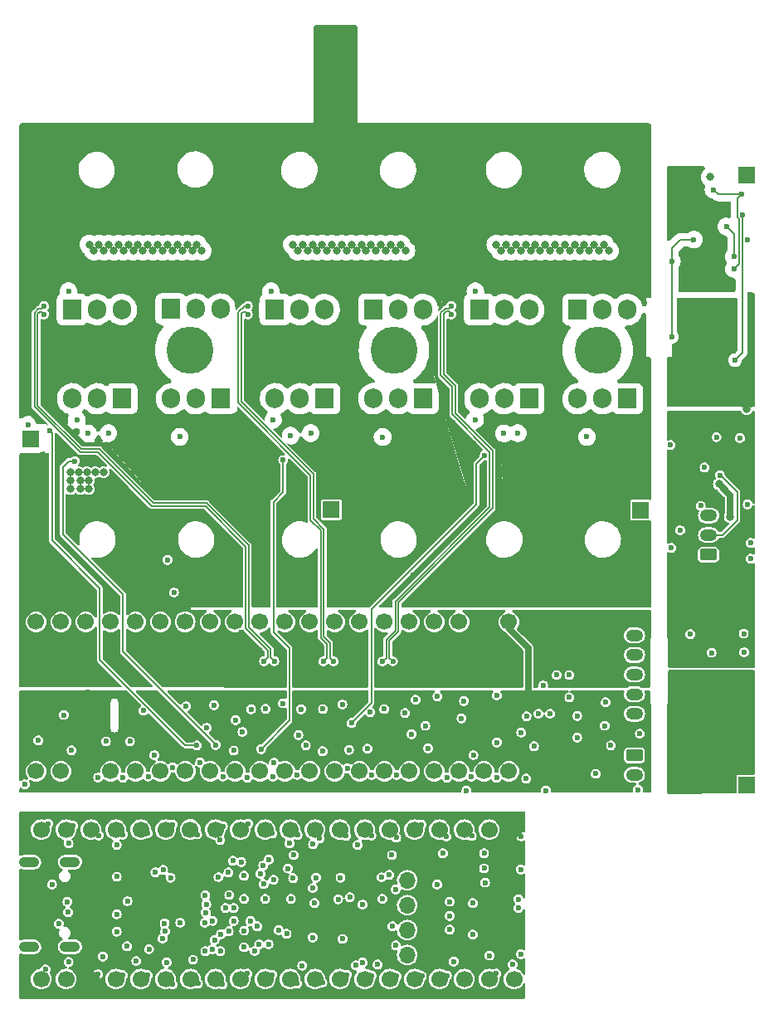
<source format=gbr>
%TF.GenerationSoftware,KiCad,Pcbnew,7.0.10*%
%TF.CreationDate,2024-07-31T12:40:02+02:00*%
%TF.ProjectId,foc,666f632e-6b69-4636-9164-5f7063625858,rev?*%
%TF.SameCoordinates,PXc0145d0PY6b671e0*%
%TF.FileFunction,Copper,L3,Inr*%
%TF.FilePolarity,Positive*%
%FSLAX46Y46*%
G04 Gerber Fmt 4.6, Leading zero omitted, Abs format (unit mm)*
G04 Created by KiCad (PCBNEW 7.0.10) date 2024-07-31 12:40:02*
%MOMM*%
%LPD*%
G01*
G04 APERTURE LIST*
G04 Aperture macros list*
%AMRoundRect*
0 Rectangle with rounded corners*
0 $1 Rounding radius*
0 $2 $3 $4 $5 $6 $7 $8 $9 X,Y pos of 4 corners*
0 Add a 4 corners polygon primitive as box body*
4,1,4,$2,$3,$4,$5,$6,$7,$8,$9,$2,$3,0*
0 Add four circle primitives for the rounded corners*
1,1,$1+$1,$2,$3*
1,1,$1+$1,$4,$5*
1,1,$1+$1,$6,$7*
1,1,$1+$1,$8,$9*
0 Add four rect primitives between the rounded corners*
20,1,$1+$1,$2,$3,$4,$5,0*
20,1,$1+$1,$4,$5,$6,$7,0*
20,1,$1+$1,$6,$7,$8,$9,0*
20,1,$1+$1,$8,$9,$2,$3,0*%
G04 Aperture macros list end*
%TA.AperFunction,ComponentPad*%
%ADD10R,1.700000X1.700000*%
%TD*%
%TA.AperFunction,ComponentPad*%
%ADD11RoundRect,0.250000X-0.625000X0.350000X-0.625000X-0.350000X0.625000X-0.350000X0.625000X0.350000X0*%
%TD*%
%TA.AperFunction,ComponentPad*%
%ADD12O,1.750000X1.200000*%
%TD*%
%TA.AperFunction,ComponentPad*%
%ADD13C,1.700000*%
%TD*%
%TA.AperFunction,ComponentPad*%
%ADD14O,2.100000X1.050000*%
%TD*%
%TA.AperFunction,ComponentPad*%
%ADD15R,1.905000X2.000000*%
%TD*%
%TA.AperFunction,ComponentPad*%
%ADD16O,1.905000X2.000000*%
%TD*%
%TA.AperFunction,ComponentPad*%
%ADD17O,1.700000X1.700000*%
%TD*%
%TA.AperFunction,ComponentPad*%
%ADD18C,4.800000*%
%TD*%
%TA.AperFunction,ComponentPad*%
%ADD19RoundRect,0.250000X0.625000X-0.350000X0.625000X0.350000X-0.625000X0.350000X-0.625000X-0.350000X0*%
%TD*%
%TA.AperFunction,ViaPad*%
%ADD20C,0.600000*%
%TD*%
%TA.AperFunction,ViaPad*%
%ADD21C,0.800000*%
%TD*%
%TA.AperFunction,Conductor*%
%ADD22C,0.635000*%
%TD*%
%TA.AperFunction,Conductor*%
%ADD23C,0.177800*%
%TD*%
G04 APERTURE END LIST*
D10*
%TO.N,V_IN*%
%TO.C,P6*%
X-9900000Y46220000D03*
%TD*%
%TO.N,GND*%
%TO.C,P8*%
X-9900000Y-16050000D03*
%TD*%
D11*
%TO.N,Net-(C3-Pad1)*%
%TO.C,J1*%
X-14060000Y-13020000D03*
D12*
%TO.N,Net-(C2-Pad1)*%
X-14060000Y-15020000D03*
%TD*%
D13*
%TO.N,/mcu/CURRENT_2*%
%TO.C,*%
X-46667500Y-35840000D03*
%TD*%
D11*
%TO.N,GND*%
%TO.C,J2*%
X-14050000Y1220000D03*
D12*
%TO.N,/mcu/HALL_3*%
X-14050000Y-780000D03*
%TO.N,/mcu/HALL_2*%
X-14050000Y-2780000D03*
%TO.N,/mcu/HALL_1*%
X-14050000Y-4780000D03*
%TO.N,/mcu/TEMP_MOTOR*%
X-14050000Y-6780000D03*
%TO.N,Net-(J2-Pad6)*%
X-14050000Y-8780000D03*
%TD*%
D13*
%TO.N,+5V*%
%TO.C,*%
X-74607500Y-35840000D03*
%TD*%
%TO.N,/driver/SENS_2*%
%TO.C,*%
X-54287500Y-35840000D03*
%TD*%
D14*
%TO.N,GND*%
%TO.C,J6*%
X-71662835Y-23919999D03*
X-71662835Y-32559999D03*
X-75842835Y-23919999D03*
X-75842835Y-32559999D03*
%TD*%
D13*
%TO.N,/mcu/PC14*%
%TO.C,*%
X-41587500Y-35840000D03*
%TD*%
%TO.N,/mcu/CURRENT_3*%
%TO.C,*%
X-44127500Y-35840000D03*
%TD*%
%TO.N,/driver/SENS_1*%
%TO.C,*%
X-56827500Y-35840000D03*
%TD*%
D10*
%TO.N,GND*%
%TO.C,P9*%
X-13450000Y19300000D03*
%TD*%
D13*
%TO.N,VCC*%
%TO.C,*%
X-69527500Y-35840000D03*
%TD*%
D10*
%TO.N,GND*%
%TO.C,P3*%
X-2589999Y46200000D03*
%TD*%
%TO.N,Net-(D1-Pad1)*%
%TO.C,P1*%
X-2639999Y15150000D03*
%TD*%
D13*
%TO.N,/driver/SENS_3*%
%TO.C,*%
X-51747500Y-35840000D03*
%TD*%
D10*
%TO.N,+5V*%
%TO.C,P5*%
X-13450000Y12000000D03*
%TD*%
D13*
%TO.N,/mcu/CURRENT_1*%
%TO.C,*%
X-49207500Y-35840000D03*
%TD*%
%TO.N,GND*%
%TO.C,*%
X-72067500Y-35840000D03*
%TD*%
%TO.N,Net-(J5-Pad1)*%
%TO.C,*%
X-66987500Y-35840000D03*
%TD*%
D10*
%TO.N,+5V*%
%TO.C,P4*%
X-2589999Y-16050000D03*
%TD*%
D13*
%TO.N,/driver/SENS_SUPPLY*%
%TO.C,*%
X-59367500Y-35840000D03*
%TD*%
%TO.N,/mcu/ADC_TEMP*%
%TO.C,*%
X-61907500Y-35840000D03*
%TD*%
D10*
%TO.N,V_IN*%
%TO.C,P7*%
X-75700000Y19300000D03*
%TD*%
D13*
%TO.N,/mcu/SERVO*%
%TO.C,*%
X-64447500Y-35840000D03*
%TD*%
D10*
%TO.N,+12V*%
%TO.C,P10*%
X-45000000Y12050000D03*
%TD*%
%TO.N,GND*%
%TO.C,P2*%
X-75700000Y12000000D03*
%TD*%
D15*
%TO.N,Net-(Q11-Pad1)*%
%TO.C,Q11*%
X-35610000Y23370000D03*
D16*
%TO.N,/driver/HS2*%
X-38150000Y23370000D03*
%TO.N,Net-(NT3-Pad2)*%
X-40690000Y23370000D03*
%TD*%
D15*
%TO.N,Net-(Q5-Pad1)*%
%TO.C,Q5*%
X-66342500Y23369958D03*
D16*
%TO.N,/driver/HS1*%
X-68882500Y23369958D03*
%TO.N,Net-(NT1-Pad2)*%
X-71422500Y23369958D03*
%TD*%
D15*
%TO.N,Net-(Q12-Pad1)*%
%TO.C,Q12*%
X-29890000Y32470000D03*
D16*
%TO.N,V_IN*%
X-27350000Y32470000D03*
%TO.N,/driver/HS3*%
X-24810000Y32470000D03*
%TD*%
D10*
%TO.N,VCC*%
%TO.C,P11*%
X-37236429Y-23235000D03*
D17*
%TO.N,Net-(P11-Pad2)*%
X-37236429Y-25775000D03*
%TO.N,GND*%
X-37236429Y-28315000D03*
%TO.N,Net-(P11-Pad4)*%
X-37236429Y-30855000D03*
%TO.N,/mcu/NRST*%
X-37236429Y-33395000D03*
%TD*%
D18*
%TO.N,/driver/HS1*%
%TO.C,H13*%
X-59400000Y28320000D03*
%TD*%
%TO.N,/driver/HS3*%
%TO.C,H15*%
X-17800000Y28300000D03*
%TD*%
D15*
%TO.N,Net-(Q9-Pad1)*%
%TO.C,Q9*%
X-45660000Y23370000D03*
D16*
%TO.N,/driver/HS2*%
X-48200000Y23370000D03*
%TO.N,Net-(NT3-Pad2)*%
X-50740000Y23370000D03*
%TD*%
D13*
%TO.N,unconnected-(U12-Pad1)*%
%TO.C,U12*%
X-26867500Y-14645000D03*
%TO.N,/mcu/HALL_1*%
X-29407500Y-14645000D03*
%TO.N,/mcu/HALL_2*%
X-31947500Y-14645000D03*
%TO.N,/mcu/HALL_3*%
X-34487500Y-14645000D03*
%TO.N,/mcu/NRST*%
X-37027500Y-14645000D03*
%TO.N,/mcu/PC13*%
X-39567500Y-14645000D03*
%TO.N,/mcu/PC14*%
X-42107500Y-14645000D03*
%TO.N,/mcu/CURRENT_3*%
X-44647500Y-14645000D03*
%TO.N,/mcu/CURRENT_2*%
X-47187500Y-14645000D03*
%TO.N,/mcu/CURRENT_1*%
X-49727500Y-14645000D03*
%TO.N,/driver/SENS_3*%
X-52267500Y-14645000D03*
%TO.N,/driver/SENS_2*%
X-54807500Y-14645000D03*
%TO.N,/driver/SENS_1*%
X-57347500Y-14645000D03*
%TO.N,/driver/SENS_SUPPLY*%
X-59887500Y-14645000D03*
%TO.N,/mcu/ADC_TEMP*%
X-62427500Y-14645000D03*
%TO.N,/mcu/SERVO*%
X-64967500Y-14645000D03*
%TO.N,Net-(J5-Pad1)*%
X-67507500Y-14645000D03*
%TO.N,VCC*%
X-70047500Y-14645000D03*
%TO.N,GND*%
X-72587500Y-14645000D03*
%TO.N,+5V*%
X-75127500Y-14645000D03*
%TO.N,/mcu/PC12*%
X-75127500Y595000D03*
%TO.N,/driver/H1*%
X-72587500Y595000D03*
%TO.N,/driver/H2*%
X-70047500Y595000D03*
%TO.N,/driver/H3*%
X-67507500Y595000D03*
%TO.N,/driver/L1*%
X-64967500Y595000D03*
%TO.N,/driver/L2*%
X-62427500Y595000D03*
%TO.N,/driver/L3*%
X-59911105Y604993D03*
%TO.N,/mcu/TX_SCL_MOSI*%
X-57347500Y595000D03*
%TO.N,/mcu/MISO_ADC_EXT2*%
X-54807500Y595000D03*
%TO.N,/mcu/SCK_ADC_EXT*%
X-52267500Y595000D03*
%TO.N,/mcu/RX_SDA_NSS*%
X-49727500Y595000D03*
%TO.N,/mcu/ADC_9*%
X-47187500Y595000D03*
%TO.N,/mcu/ADC_8*%
X-44647500Y595000D03*
%TO.N,/mcu/LED_RED*%
X-42107500Y595000D03*
%TO.N,/mcu/TEMP_MOTOR*%
X-39567500Y595000D03*
%TO.N,/mcu/CAN_RX*%
X-37027500Y595000D03*
%TO.N,/mcu/CAN_TX*%
X-34487500Y595000D03*
%TO.N,+5V*%
X-31947500Y595000D03*
%TO.N,GND*%
X-29407500Y595000D03*
%TO.N,VCC*%
X-26867500Y595000D03*
%TD*%
D15*
%TO.N,Net-(Q14-Pad1)*%
%TO.C,Q14*%
X-19840000Y32470000D03*
D16*
%TO.N,V_IN*%
X-17300000Y32470000D03*
%TO.N,/driver/HS3*%
X-14760000Y32470000D03*
%TD*%
D15*
%TO.N,Net-(Q4-Pad1)*%
%TO.C,Q4*%
X-71460000Y32470000D03*
D16*
%TO.N,V_IN*%
X-68920000Y32470000D03*
%TO.N,/driver/HS1*%
X-66380000Y32470000D03*
%TD*%
D19*
%TO.N,Net-(J4-Pad1)*%
%TO.C,J4*%
X-6489999Y7450000D03*
D12*
%TO.N,Net-(J4-Pad2)*%
X-6489999Y9450000D03*
%TO.N,Net-(J4-Pad3)*%
X-6489999Y11450000D03*
%TO.N,Net-(D1-Pad1)*%
X-6489999Y13450000D03*
%TD*%
D15*
%TO.N,Net-(Q15-Pad1)*%
%TO.C,Q15*%
X-14760000Y23370000D03*
D16*
%TO.N,/driver/HS3*%
X-17300000Y23370000D03*
%TO.N,Net-(NT5-Pad2)*%
X-19840000Y23370000D03*
%TD*%
D15*
%TO.N,Net-(Q7-Pad1)*%
%TO.C,Q7*%
X-56260000Y23370000D03*
D16*
%TO.N,/driver/HS1*%
X-58800000Y23370000D03*
%TO.N,Net-(NT1-Pad2)*%
X-61340000Y23370000D03*
%TD*%
D15*
%TO.N,Net-(Q13-Pad1)*%
%TO.C,Q13*%
X-24810000Y23370000D03*
D16*
%TO.N,/driver/HS3*%
X-27350000Y23370000D03*
%TO.N,Net-(NT5-Pad2)*%
X-29890000Y23370000D03*
%TD*%
D15*
%TO.N,Net-(Q10-Pad1)*%
%TO.C,Q10*%
X-40690000Y32470000D03*
D16*
%TO.N,V_IN*%
X-38150000Y32470000D03*
%TO.N,/driver/HS2*%
X-35610000Y32470000D03*
%TD*%
D15*
%TO.N,Net-(Q8-Pad1)*%
%TO.C,Q8*%
X-50760000Y32470000D03*
D16*
%TO.N,V_IN*%
X-48220000Y32470000D03*
%TO.N,/driver/HS2*%
X-45680000Y32470000D03*
%TD*%
D18*
%TO.N,/driver/HS2*%
%TO.C,H14*%
X-38600000Y28300000D03*
%TD*%
D15*
%TO.N,Net-(Q6-Pad1)*%
%TO.C,Q6*%
X-61377500Y32520000D03*
D16*
%TO.N,V_IN*%
X-58837500Y32520000D03*
%TO.N,/driver/HS1*%
X-56297500Y32520000D03*
%TD*%
D13*
%TO.N,unconnected-(U12-Pad1)*%
%TO.C,U12*%
X-26347500Y-35840000D03*
%TO.N,/mcu/HALL_1*%
X-28887500Y-35840000D03*
%TO.N,GND*%
X-31427500Y-35840000D03*
%TO.N,/mcu/HALL_3*%
X-33967500Y-35840000D03*
%TO.N,/mcu/NRST*%
X-36507500Y-35840000D03*
%TO.N,/mcu/PC13*%
X-39047500Y-35840000D03*
%TO.N,/mcu/PC14*%
X-41587500Y-35840000D03*
%TO.N,/mcu/CURRENT_3*%
X-44127500Y-35840000D03*
%TO.N,/mcu/CURRENT_2*%
X-46667500Y-35840000D03*
%TO.N,/mcu/CURRENT_1*%
X-49207500Y-35840000D03*
%TO.N,/driver/SENS_3*%
X-51747500Y-35840000D03*
%TO.N,/driver/SENS_2*%
X-54287500Y-35840000D03*
%TO.N,/driver/SENS_1*%
X-56827500Y-35840000D03*
%TO.N,/driver/SENS_SUPPLY*%
X-59367500Y-35840000D03*
%TO.N,/mcu/ADC_TEMP*%
X-61907500Y-35840000D03*
%TO.N,/mcu/SERVO*%
X-64447500Y-35840000D03*
%TO.N,Net-(J5-Pad1)*%
X-66987500Y-35840000D03*
%TO.N,VCC*%
X-69527500Y-35840000D03*
%TO.N,GND*%
X-72067500Y-35840000D03*
%TO.N,+5V*%
X-74607500Y-35840000D03*
%TO.N,/mcu/PC12*%
X-74607500Y-20600000D03*
%TO.N,/driver/H1*%
X-72067500Y-20600000D03*
%TO.N,/driver/H2*%
X-69527500Y-20600000D03*
%TO.N,/driver/H3*%
X-66987500Y-20600000D03*
%TO.N,/driver/L1*%
X-64447500Y-20600000D03*
%TO.N,/driver/L2*%
X-61907500Y-20600000D03*
%TO.N,/driver/L3*%
X-59391105Y-20590007D03*
%TO.N,/mcu/TX_SCL_MOSI*%
X-56827500Y-20600000D03*
%TO.N,/mcu/MISO_ADC_EXT2*%
X-54287500Y-20600000D03*
%TO.N,/mcu/SCK_ADC_EXT*%
X-51747500Y-20600000D03*
%TO.N,/mcu/RX_SDA_NSS*%
X-49207500Y-20600000D03*
%TO.N,/mcu/ADC_9*%
X-46667500Y-20600000D03*
%TO.N,/mcu/ADC_8*%
X-44127500Y-20600000D03*
%TO.N,/mcu/LED_RED*%
X-41587500Y-20600000D03*
%TO.N,/mcu/TEMP_MOTOR*%
X-39047500Y-20600000D03*
%TO.N,/mcu/CAN_RX*%
X-36507500Y-20600000D03*
%TO.N,/mcu/CAN_TX*%
X-33967500Y-20600000D03*
%TO.N,+5V*%
X-31427500Y-20600000D03*
%TO.N,GND*%
X-28887500Y-20600000D03*
%TO.N,VCC*%
X-26347500Y-20600000D03*
%TD*%
D20*
%TO.N,+5V*%
X-34150000Y-7000000D03*
%TO.N,VCC*%
X-39155758Y-31388033D03*
X-45184968Y-30900000D03*
X-58502657Y-34647342D03*
X-54350000Y-7000000D03*
X-43080000Y-26640000D03*
X-57800000Y-22215400D03*
X-69850000Y-6550000D03*
X-45184968Y-32429418D03*
X-48320000Y-6770000D03*
X-61785000Y-32585000D03*
X-47200000Y-23200000D03*
X-24900000Y-3629700D03*
X-42220000Y-6750000D03*
X-40460000Y-26690000D03*
X-41750000Y-26680000D03*
%TO.N,+12V*%
X-3800000Y27300000D03*
X-2990010Y42100000D03*
%TO.N,/driver/HS1*%
X-69807500Y19810000D03*
X-60460000Y19470000D03*
X-67737500Y19850000D03*
D21*
%TO.N,/mcu/ADC_TEMP*%
X-70600000Y15000000D03*
X-69100000Y15850000D03*
X-69750000Y14150000D03*
X-70600000Y14150000D03*
X-69950000Y15850000D03*
X-68250000Y15850000D03*
X-71600000Y14150000D03*
X-71634600Y15839846D03*
X-69750000Y15000000D03*
X-70800000Y15850000D03*
X-71634600Y15000000D03*
%TO.N,V_IN*%
X-42930000Y39095000D03*
X-67700000Y39095000D03*
X-37420000Y38475000D03*
D20*
X-6589999Y37430000D03*
D21*
X-48920000Y39100000D03*
D20*
X-5879998Y35317500D03*
D21*
X-46420000Y38475000D03*
X-24160000Y39075000D03*
X-38420000Y38475000D03*
X-61710000Y39090000D03*
X-26650000Y38455000D03*
X-38920000Y39100000D03*
X-65710000Y39090000D03*
X-24660000Y38450000D03*
X-23160000Y39075000D03*
D20*
X-5889999Y38130000D03*
D21*
X-45930000Y39095000D03*
X-16650000Y38455000D03*
X-25650000Y38455000D03*
D20*
X-7289999Y37430000D03*
X-7289999Y38125000D03*
D21*
X-39930000Y39095000D03*
X-60200000Y38470000D03*
X-43430000Y38470000D03*
X-48420000Y38475000D03*
X-20160000Y39075000D03*
X-59700000Y39095000D03*
X-45430000Y38470000D03*
D20*
X-6579998Y35317500D03*
D21*
X-63210000Y38465000D03*
X-23660000Y38450000D03*
X-47420000Y38475000D03*
D20*
X-75950000Y20700000D03*
D21*
X-17650000Y38455000D03*
X-21660000Y38450000D03*
D20*
X-6579998Y38125000D03*
D21*
X-68700000Y39095000D03*
X-22160000Y39075000D03*
X-64710000Y39090000D03*
X-41930000Y39095000D03*
X-58200000Y38470000D03*
X-42430000Y38470000D03*
X-47920000Y39100000D03*
X-28150000Y39080000D03*
X-44930000Y39095000D03*
X-63710000Y39090000D03*
X-18150000Y39080000D03*
X-69700000Y39095000D03*
X-64210000Y38465000D03*
X-62210000Y38465000D03*
X-61210000Y38465000D03*
X-41430000Y38470000D03*
D20*
X-5889999Y37430000D03*
D21*
X-43930000Y39095000D03*
X-25160000Y39075000D03*
X-40930000Y39095000D03*
X-39420000Y38475000D03*
X-65210000Y38465000D03*
X-69200000Y38470000D03*
X-58700000Y39095000D03*
X-17150000Y39080000D03*
X-27150000Y39080000D03*
X-26150000Y39080000D03*
X-22660000Y38450000D03*
X-66210000Y38465000D03*
D20*
X-6569998Y36730000D03*
X-5869998Y36730000D03*
D21*
X-60710000Y39090000D03*
X-20660000Y38450000D03*
D20*
X-7279998Y35317500D03*
D21*
X-62710000Y39090000D03*
X-40430000Y38470000D03*
D20*
X-7279998Y36017500D03*
D21*
X-44430000Y38470000D03*
X-46920000Y39100000D03*
X-68200000Y38470000D03*
X-66710000Y39090000D03*
X-19660000Y38450000D03*
X-18650000Y38455000D03*
X-19160000Y39075000D03*
X-67200000Y38470000D03*
X-37920000Y39100000D03*
D20*
X-6579998Y36017500D03*
X-5869998Y36030000D03*
X-7269998Y36730000D03*
D21*
X-21160000Y39075000D03*
X-59200000Y38470000D03*
X-27650000Y38455000D03*
D20*
%TO.N,/driver/HS2*%
X-49150000Y19600000D03*
X-39760000Y19460042D03*
X-47087500Y19840042D03*
%TO.N,/driver/HS3*%
X-18910000Y19470042D03*
X-27370000Y19830000D03*
X-25950000Y19850000D03*
%TO.N,/mcu/PH0*%
X-56248710Y-31260305D03*
X-62000000Y-30161971D03*
%TO.N,/mcu/PH1*%
X-61945774Y-30969345D03*
X-56900000Y-31838900D03*
%TO.N,/driver/L2*%
X-61050000Y3600000D03*
X-51936429Y-24260000D03*
%TO.N,/mcu/USB_D+*%
X-71916383Y-27959989D03*
X-71842835Y-29016499D03*
%TO.N,/mcu/LED_RED*%
X-66900000Y-31000000D03*
X-46712886Y-28079939D03*
X-57800000Y-29050000D03*
%TO.N,/mcu/LED_GREEN*%
X-66900000Y-29248057D03*
X-57750000Y-28200000D03*
%TO.N,/mcu/HALL_3*%
X-49550872Y-31225400D03*
X-20700002Y-4825002D03*
%TO.N,/mcu/HALL_2*%
X-22000002Y-4825002D03*
%TO.N,/mcu/HALL_1*%
X-53250000Y-29925400D03*
X-23377851Y-5884582D03*
%TO.N,/mcu/CAN_RX*%
X-57900000Y-30100000D03*
%TO.N,/driver/SENS_1*%
X-56800000Y-11960000D03*
X-52350000Y-32299989D03*
X-71150000Y17000000D03*
%TO.N,/driver/SENS_2*%
X-52817927Y-32986579D03*
X-52160000Y-12380000D03*
X-49900000Y17100000D03*
%TO.N,/driver/SENS_3*%
X-29329720Y17600000D03*
X-42930000Y-9730000D03*
%TO.N,/driver/SENS_SUPPLY*%
X-58700000Y-12000000D03*
X-73754630Y20145370D03*
X-53900872Y-32595557D03*
%TO.N,/driver/HO3*%
X-30290000Y34320000D03*
X-30310000Y21220042D03*
%TO.N,/mcu/CAN_TX*%
X-57100000Y-29900000D03*
%TO.N,/driver/H1*%
X-55486429Y-24960000D03*
%TO.N,/driver/L1*%
X-52212389Y-25094852D03*
X-61720000Y6920000D03*
%TO.N,/driver/H2*%
X-54187150Y-23888166D03*
%TO.N,/driver/H3*%
X-55035258Y-23783891D03*
%TO.N,/driver/L3*%
X-51359027Y-23660000D03*
%TO.N,GND*%
X-5689999Y19450000D03*
X-67300000Y7100000D03*
X-38800000Y-23200000D03*
X-21600000Y51000000D03*
X-35200000Y13720000D03*
X-46700000Y-800000D03*
D21*
X-4739999Y32550000D03*
D20*
X-27300000Y5300000D03*
X-56500000Y-25450000D03*
X-43860000Y-7830000D03*
X-44150000Y10450000D03*
X-65848928Y-32500000D03*
X-51000000Y-35400000D03*
X-57000000Y5200000D03*
X-27610000Y12420000D03*
X-32900000Y-30800000D03*
X-56135000Y-5580000D03*
X-47900000Y-600000D03*
X-13712320Y-16515400D03*
X-16260000Y17420000D03*
X-53185000Y-8330000D03*
X-25750000Y1500000D03*
X-52550000Y-30475400D03*
X-37060000Y17420000D03*
X-29300000Y-26000000D03*
X-54460000Y-1830000D03*
X-56950000Y-7900000D03*
X-49400000Y-800000D03*
X-66250000Y-15300000D03*
X-68800000Y-35350000D03*
X-41960000Y-3030000D03*
X-53560000Y-15300000D03*
X-17000000Y-7600000D03*
X-71580000Y-360000D03*
X-36600000Y5350000D03*
X-33100000Y2600000D03*
X-55210000Y19120000D03*
X-65650000Y-600000D03*
X-2489999Y39550000D03*
X-39075000Y-4790000D03*
X-65800000Y-27900000D03*
X-33300000Y-100000D03*
X-24400000Y51000000D03*
X-45850000Y-8295000D03*
X-55463954Y-30977699D03*
X-40860000Y-15030000D03*
X-66250000Y-21100000D03*
X-39960000Y-2430000D03*
X-16450000Y-12000000D03*
X-34750000Y-1700000D03*
X-32610000Y20970000D03*
X-28100000Y-11700000D03*
X-7300000Y12450000D03*
X-73500000Y-26200000D03*
X-42300000Y-22150000D03*
X-31060000Y15770000D03*
X-57760000Y17420000D03*
X-59500000Y-700000D03*
X-52400000Y13500000D03*
X-35750001Y-35550000D03*
D21*
X-63610000Y33570000D03*
X-38860000Y13820000D03*
D20*
X-57010000Y10700000D03*
X-37210000Y15620000D03*
D21*
X-22030000Y33610000D03*
D20*
X-52285000Y-2255000D03*
X-74900000Y-11500000D03*
X-41360000Y15620000D03*
D21*
X-6889999Y-16100000D03*
D20*
X-40850000Y-35500000D03*
X-59800000Y-8000000D03*
X-25900000Y-28600000D03*
X-61900000Y-1850000D03*
X-43850000Y-31750000D03*
X-67950000Y1900000D03*
X-46060000Y-2180000D03*
X-25650000Y-33300000D03*
X-38310000Y-15030000D03*
X-64400000Y51000000D03*
X-29400000Y-23000000D03*
X-25900000Y-27700000D03*
X-32900000Y-27950000D03*
X-58380000Y-13740000D03*
D21*
X-58200000Y13400000D03*
D20*
X-21810000Y10920000D03*
X-40400000Y6100000D03*
X-72800000Y16900000D03*
X-70350000Y11450000D03*
X-46900000Y-31600000D03*
X-59112555Y-33865400D03*
D21*
X-4739999Y31350000D03*
D20*
X-48550000Y1350000D03*
X-33200000Y-15300000D03*
X-46550000Y-25500000D03*
X-6189999Y-2550000D03*
X-34900000Y-5500000D03*
X-13000000Y10430000D03*
X-22300000Y51000000D03*
X-15700000Y-5400000D03*
X-75300000Y15800000D03*
D21*
X-37960000Y12370000D03*
D20*
X-34650000Y-3600000D03*
X-66900000Y-25400000D03*
X-75400000Y9800000D03*
X-53900000Y-25300000D03*
X-56710000Y-1150000D03*
X-15900000Y1100000D03*
X-32900000Y-29400000D03*
X-72800000Y-30200000D03*
X-49480000Y6410000D03*
X-32100000Y7600000D03*
X-55400000Y8750000D03*
X-67200000Y51000000D03*
X-58600000Y-36300000D03*
X-60850000Y5200000D03*
X-43400000Y-35400000D03*
X-43910000Y8610000D03*
X-31800000Y-3450000D03*
X-57850000Y-27300000D03*
X-41010000Y-8605000D03*
X-34400000Y16500000D03*
X-8289999Y-8200000D03*
X-50830000Y-13760000D03*
X-6889999Y16350000D03*
X-2189999Y7050000D03*
X-19550000Y-800000D03*
X-58500000Y-5700000D03*
X-58600000Y1300000D03*
D21*
X-17060000Y12420000D03*
D20*
X-43800000Y3900000D03*
X-49450000Y11550000D03*
X-13010000Y21620000D03*
X-43360000Y-14330000D03*
X-38300000Y-35550000D03*
X-33600000Y-23000000D03*
X-23100000Y-16600000D03*
X-53900000Y-27665400D03*
X-43935000Y-1980000D03*
X-48435557Y-21135557D03*
X-58689863Y-21089864D03*
X-72900000Y9200000D03*
X-66500000Y51000000D03*
X-37450000Y-5600000D03*
X-51400000Y-32300000D03*
X-51750000Y-27665400D03*
X-48468872Y-36302410D03*
X-49120127Y-27665400D03*
X-47700000Y3800000D03*
X-63600000Y-32800000D03*
X-16510000Y16020000D03*
X-30850000Y5220000D03*
X-8350000Y-650000D03*
X-12970000Y6600000D03*
X-19500002Y-2625002D03*
X-50300000Y10900000D03*
X-32500000Y-34050000D03*
X-28130000Y-15300000D03*
X-45880693Y-12609307D03*
X-54760000Y-9430000D03*
X-44050000Y-25500000D03*
X-51450000Y8750000D03*
X-75000000Y6700000D03*
X-43400000Y1470000D03*
X-43190000Y-12460000D03*
X-73900000Y-20000000D03*
X-72950000Y13350000D03*
X-32350000Y12750000D03*
X-44000000Y6500000D03*
X-57850000Y-33000000D03*
X-64900000Y-34000000D03*
X-63300000Y7500000D03*
X-60000000Y6500000D03*
X-36480000Y-1560000D03*
X-65840000Y10080000D03*
X-23000000Y51000000D03*
X-71000000Y5500000D03*
X-20790000Y7620000D03*
X-23700000Y51000000D03*
X-63700000Y-20950000D03*
X-17660000Y14370000D03*
X-48245000Y-4900000D03*
X-38050000Y-2400000D03*
X-36390000Y-7340000D03*
X-49925000Y-7710000D03*
X-2900000Y-600000D03*
X-44900000Y-800000D03*
X-39150000Y2550000D03*
X-2300000Y33950000D03*
X-41786428Y-28235000D03*
X-53500000Y-20000000D03*
X-54400000Y6450000D03*
X-2089999Y-13400000D03*
X-61400000Y-25500000D03*
D21*
X-6289999Y46000000D03*
D20*
X-63800000Y1950000D03*
X-33250000Y-21300000D03*
X-23900000Y4300000D03*
D21*
X-59600000Y13800000D03*
D20*
X-36000000Y2600000D03*
X-49200000Y13800000D03*
X-29900000Y9900000D03*
X-45260000Y-4830000D03*
X-63050000Y-13000000D03*
X-71322628Y-20197414D03*
X-55800000Y-28590280D03*
X-35550000Y1500000D03*
X-24300000Y-12100000D03*
X-67400000Y-800000D03*
X-34200000Y-26200000D03*
X-53554299Y-35289588D03*
X-14410000Y14120000D03*
X-30439443Y18810557D03*
X-47050000Y6450000D03*
X-38355001Y-21420457D03*
X-35300000Y11950000D03*
X-55700000Y12700000D03*
X-35100000Y-12300000D03*
X-66700000Y-3300000D03*
X-56060000Y1370000D03*
X-54060000Y-10630000D03*
X-62200000Y-31700000D03*
X-19800000Y-4400000D03*
X-36400000Y-4480000D03*
D21*
X-58700000Y11700000D03*
X-2600000Y22300000D03*
D20*
X-48460000Y-15030000D03*
X-54335000Y-3290000D03*
X-74450000Y-600000D03*
X-24900000Y7600000D03*
X-10289999Y-13400000D03*
X-30700000Y-15200000D03*
X-69350000Y11550000D03*
X-25600000Y-10700000D03*
X-74650000Y2500000D03*
X-22900000Y6000000D03*
X-41310000Y-12330000D03*
X-35771405Y-20091480D03*
X-31710401Y-9249999D03*
X-48344600Y-10950000D03*
D21*
X-42880000Y33590000D03*
D20*
X-57700000Y-10200000D03*
X-50960000Y-15200000D03*
X-43600000Y-430000D03*
X-25100000Y51000000D03*
X-46850000Y-22100000D03*
X-30500000Y-13000000D03*
X-52770000Y5150000D03*
X-50350000Y-30850000D03*
X-43471944Y-21228056D03*
X-54960000Y-12530000D03*
X-30980000Y-1540000D03*
X-28150001Y-35300000D03*
X-51500000Y3800000D03*
X-56058771Y-20258771D03*
X-38390000Y-32415900D03*
X-29750000Y3100000D03*
X-68312499Y-33540000D03*
X-30550000Y-28100000D03*
X-71100000Y2800000D03*
X-25064578Y-9030419D03*
X-76280000Y-15970000D03*
X-63100000Y-3400000D03*
X-54160000Y-510000D03*
X-36800000Y-10850000D03*
X-42480827Y-34451967D03*
X-10389999Y18650000D03*
X-53500000Y10100000D03*
X-61170000Y-14260000D03*
X-26500000Y-34350000D03*
X-27710000Y14320000D03*
X-25100000Y-15400000D03*
X-34250000Y7700000D03*
X-25600000Y-21300000D03*
X-61176316Y-20087466D03*
X-71800000Y-34100000D03*
X-67900000Y4050000D03*
X-74150000Y-34850000D03*
X-16750000Y2700000D03*
X-21600000Y9300000D03*
X-27700000Y11500000D03*
X-51900000Y-26150000D03*
X-63690000Y-15170000D03*
X-68000000Y-11600000D03*
X-57100000Y6400000D03*
X-63600000Y5200000D03*
X-10289999Y8150000D03*
X-72300000Y-8900000D03*
X-40901944Y-21198057D03*
X-33800000Y5300000D03*
X-66900000Y-22150000D03*
D21*
X-37500000Y13300000D03*
D20*
X-6089999Y-6400000D03*
X-64110000Y10820000D03*
X-68790000Y-15280000D03*
X-72600000Y-3700000D03*
X-28100000Y-6900000D03*
X-69150000Y-500000D03*
X-48380000Y12290000D03*
X-2839999Y-2500000D03*
X-42510000Y-1440000D03*
X-33000000Y18800000D03*
X-54300000Y16300000D03*
X-68400000Y13300000D03*
X-76150000Y-1600000D03*
X-51685000Y-8270000D03*
X-51450000Y18950000D03*
X-72650000Y19050000D03*
X-53360000Y20870000D03*
X-4439999Y-6350000D03*
X-19900000Y-11200000D03*
X-61200000Y-36400000D03*
X-28850000Y-33450000D03*
X-30550000Y-31300000D03*
X-56100000Y-36400000D03*
X-48744600Y-2220000D03*
X-65800000Y51000000D03*
X-31200000Y-16600000D03*
X-23900000Y6900000D03*
X-9389999Y9950000D03*
X-68738057Y-21188057D03*
X-45900000Y-36200000D03*
X-17100000Y-10000000D03*
X-19610000Y11370000D03*
X-74100000Y17350000D03*
X-56060000Y-15190000D03*
X-43100000Y-27500000D03*
X-25650000Y-24650000D03*
X-46201050Y-21501050D03*
X-13100000Y3100000D03*
X-2189999Y8650000D03*
X-75300000Y-4900000D03*
X-47950000Y-34475400D03*
X-33910000Y33020000D03*
X-19900000Y-9000000D03*
X-17100000Y-2700000D03*
X-23150000Y1400000D03*
X-52100000Y6400000D03*
X-31450401Y-7469999D03*
X-16500000Y-4400000D03*
X-29329720Y16150000D03*
X-23852152Y-8770424D03*
X-71800000Y-22000000D03*
X-20050000Y1400000D03*
D21*
X-6889999Y-13500000D03*
D20*
X-25350000Y3000000D03*
D21*
X-6989999Y-10500000D03*
D20*
X-24110000Y11020000D03*
X-20100000Y14400000D03*
X-38400000Y-26700000D03*
X-61800000Y-34150000D03*
X-62100000Y-5600000D03*
X-27350000Y-1800000D03*
X-62950000Y-24950000D03*
X-33350000Y1400000D03*
X-35400000Y-10000000D03*
X-69100000Y-3800000D03*
X-34390000Y9550000D03*
X-50320000Y-2260000D03*
X-19800000Y4700000D03*
X-65700000Y3700000D03*
X-2389999Y-9600000D03*
X-43700000Y5250000D03*
X-39850000Y-25450000D03*
X-49805000Y-4780000D03*
X-33200000Y-35500000D03*
X-60400000Y-30100000D03*
X-68800000Y12400000D03*
X-16500000Y6000000D03*
X-54610000Y33120000D03*
X-75410000Y33120000D03*
X-48100000Y5065400D03*
X-20700000Y-7100000D03*
X-13040000Y33140000D03*
X-13500000Y-10800000D03*
X-47590000Y-12000000D03*
X-39585000Y-8295000D03*
X-18000000Y-14900000D03*
D21*
X-4389999Y-7450000D03*
D20*
X-41680000Y7660000D03*
D21*
X-16210000Y13020000D03*
D20*
X-3289999Y19350000D03*
X-37450000Y-8700000D03*
X-29400000Y-24550000D03*
X-65550000Y-11600000D03*
X-29510000Y13420000D03*
X-40275001Y-34365000D03*
X-54950000Y-29925411D03*
X-48081211Y-8320000D03*
X-48600000Y14400000D03*
X-66250000Y-35450000D03*
X-65100000Y51000000D03*
X-58200000Y-3400000D03*
X-63700000Y-35450000D03*
X-22652152Y-8770423D03*
X-38750000Y-30450000D03*
X-43760000Y-3330000D03*
X-41730000Y10920000D03*
X-51285000Y-4900000D03*
X-30650000Y-21250000D03*
X-51000000Y-20984600D03*
X-64164443Y-8464443D03*
X-4329997Y-5074998D03*
X-63700000Y51000000D03*
X-71500000Y-12500000D03*
D21*
X-17060000Y13620000D03*
D20*
X-29700000Y7500000D03*
%TO.N,/driver/HO1*%
X-70960000Y21220000D03*
X-71810000Y34320000D03*
%TO.N,/driver/HO2*%
X-51147500Y34320000D03*
X-50940000Y21210042D03*
%TO.N,/mcu/NRST*%
X-53886429Y-30910011D03*
%TO.N,/mcu/PB2*%
X-44300000Y-27700000D03*
X-46886429Y-26549597D03*
%TO.N,/mcu/PA15*%
X-39786429Y-27660000D03*
X-54950000Y-28590280D03*
D21*
%TO.N,Net-(D1-Pad1)*%
X-7589999Y20550000D03*
X-7889999Y-3300000D03*
D20*
%TO.N,Net-(Q1-Pad1)*%
X-2500000Y12600000D03*
%TO.N,Net-(P11-Pad4)*%
X-39086429Y-25210000D03*
X-56336429Y-21660000D03*
D21*
%TO.N,Net-(D1-Pad2)*%
X-4327499Y11318750D03*
X-5439999Y14650000D03*
D20*
%TO.N,Net-(NT1-Pad1)*%
X-50810000Y-3405000D03*
X-74310000Y31985963D03*
%TO.N,Net-(NT2-Pad1)*%
X-74311836Y32820000D03*
X-51860000Y-3405000D03*
%TO.N,Net-(NT3-Pad1)*%
X-53518164Y31986005D03*
X-44760000Y-3430000D03*
%TO.N,Net-(NT4-Pad1)*%
X-45810000Y-3430000D03*
X-53510000Y32839246D03*
%TO.N,Net-(NT5-Pad1)*%
X-38710000Y-3430000D03*
X-32760000Y31986005D03*
%TO.N,Net-(NT6-Pad1)*%
X-39760000Y-3430000D03*
X-32751836Y32839246D03*
%TO.N,Net-(P11-Pad2)*%
X-55400000Y-27265400D03*
%TO.N,/mcu/TX_SCL_MOSI*%
X-49424447Y-24560000D03*
%TO.N,/mcu/MISO_ADC_EXT2*%
X-48836418Y-23200000D03*
%TO.N,/mcu/SCK_ADC_EXT*%
X-49267127Y-22000000D03*
%TO.N,/mcu/RX_SDA_NSS*%
X-50886418Y-25710000D03*
X-48884855Y-25564997D03*
%TO.N,/mcu/PC14*%
X-56324792Y-32995832D03*
%TO.N,/mcu/PC13*%
X-41786429Y-34160000D03*
X-57135465Y-32806498D03*
%TO.N,/mcu/PC12*%
X-62156196Y-24714977D03*
%TO.N,Net-(J4-Pad2)*%
X-5345157Y15559258D03*
%TO.N,Net-(C27-Pad1)*%
X-10250000Y29700000D03*
X-10239999Y37400000D03*
X-7989999Y39600000D03*
%TO.N,Net-(C27-Pad2)*%
X-3889999Y36600000D03*
X-5989999Y44700000D03*
X-3089999Y44200000D03*
%TO.N,Net-(R21-Pad2)*%
X-3905399Y37850000D03*
X-4677785Y40929855D03*
%TD*%
D22*
%TO.N,VCC*%
X-24900000Y-2050000D02*
X-26850000Y-100000D01*
X-26850000Y-100000D02*
X-26850000Y577500D01*
X-24900000Y-6800000D02*
X-24900000Y-2050000D01*
D23*
%TO.N,+12V*%
X-3039999Y42050011D02*
X-2990010Y42100000D01*
X-3800000Y27300000D02*
X-3039999Y28060001D01*
X-3039999Y28060001D02*
X-3039999Y42050011D01*
%TO.N,/driver/SENS_1*%
X-72400000Y16400000D02*
X-71800000Y17000000D01*
X-56800000Y-11900000D02*
X-66250000Y-2450000D01*
X-72400000Y9550000D02*
X-72400000Y16400000D01*
X-66250000Y-2450000D02*
X-66250000Y3400000D01*
X-56800000Y-11960000D02*
X-56800000Y-11900000D01*
X-66250000Y3400000D02*
X-72400000Y9550000D01*
X-71800000Y17000000D02*
X-71150000Y17000000D01*
%TO.N,/driver/SENS_2*%
X-49260000Y-9480000D02*
X-52160000Y-12380000D01*
X-49900000Y17100000D02*
X-49900000Y13850000D01*
X-50900000Y-450000D02*
X-49260000Y-2090000D01*
X-50900000Y12850000D02*
X-50900000Y-450000D01*
X-49900000Y13850000D02*
X-50900000Y12850000D01*
X-49260000Y-2090000D02*
X-49260000Y-9480000D01*
%TO.N,/driver/SENS_3*%
X-30180000Y12600000D02*
X-40900000Y1880000D01*
X-30180000Y16749720D02*
X-30180000Y12600000D01*
X-40900000Y1880000D02*
X-40900000Y-7700000D01*
X-29329720Y17600000D02*
X-30180000Y16749720D01*
X-40900000Y-7700000D02*
X-42930000Y-9730000D01*
%TO.N,/driver/SENS_SUPPLY*%
X-73500000Y8900000D02*
X-73500000Y19890740D01*
X-68615411Y-3284589D02*
X-68615411Y4015411D01*
X-59900000Y-12000000D02*
X-68615411Y-3284589D01*
X-68615411Y4015411D02*
X-73500000Y8900000D01*
X-58700000Y-12000000D02*
X-59900000Y-12000000D01*
X-73500000Y19890740D02*
X-73754630Y20145370D01*
D22*
%TO.N,Net-(D1-Pad2)*%
X-4327499Y13537500D02*
X-4327499Y11318750D01*
X-5439999Y14650000D02*
X-4327499Y13537500D01*
D23*
%TO.N,Net-(NT1-Pad1)*%
X-68654320Y18204320D02*
X-63150000Y12700000D01*
X-74574037Y32250000D02*
X-74749626Y32250000D01*
X-74965680Y32033946D02*
X-74965680Y22665680D01*
X-53400000Y8380373D02*
X-53400000Y50373D01*
X-51180680Y-2168947D02*
X-51180680Y-3034320D01*
X-57719626Y12700000D02*
X-53400000Y8380373D01*
X-74965680Y22665680D02*
X-70504320Y18204320D01*
X-74749626Y32250000D02*
X-74965680Y32033946D01*
X-51180680Y-3034320D02*
X-50810000Y-3405000D01*
X-53400000Y50373D02*
X-51180680Y-2168947D01*
X-70504320Y18204320D02*
X-68654320Y18204320D01*
X-74310000Y31985963D02*
X-74574037Y32250000D01*
X-63150000Y12700000D02*
X-57719626Y12700000D01*
%TO.N,Net-(NT2-Pad1)*%
X-70630374Y17900000D02*
X-75270000Y22539626D01*
X-75270000Y22539626D02*
X-75270000Y32160000D01*
X-51860000Y-3405000D02*
X-51485000Y-3030000D01*
X-53704320Y-75680D02*
X-53704320Y8254320D01*
X-75270000Y32160000D02*
X-74875680Y32554320D01*
X-74577516Y32554320D02*
X-74311836Y32820000D01*
X-51485000Y-3030000D02*
X-51485000Y-2295001D01*
X-57845680Y12395680D02*
X-63276053Y12395680D01*
X-63276053Y12395680D02*
X-68780374Y17900000D01*
X-53704320Y8254320D02*
X-57845680Y12395680D01*
X-51485000Y-2295001D02*
X-53704320Y-75680D01*
X-74875680Y32554320D02*
X-74577516Y32554320D01*
X-68780374Y17900000D02*
X-70630374Y17900000D01*
%TO.N,Net-(NT3-Pad1)*%
X-53782159Y32250000D02*
X-53518164Y31986005D01*
X-45135680Y-3054320D02*
X-45135680Y-1533947D01*
X-46795680Y11095680D02*
X-46795680Y15676054D01*
X-54000000Y32250000D02*
X-53782159Y32250000D01*
X-44760000Y-3430000D02*
X-45135680Y-3054320D01*
X-54200000Y32050000D02*
X-54000000Y32250000D01*
X-46795680Y15676054D02*
X-54200000Y23080374D01*
X-45135680Y-1533947D02*
X-45745680Y-923947D01*
X-45745680Y10045680D02*
X-46795680Y11095680D01*
X-54200000Y23080374D02*
X-54200000Y32050000D01*
X-45745680Y-923947D02*
X-45745680Y10045680D01*
%TO.N,Net-(NT4-Pad1)*%
X-47100000Y15550000D02*
X-54504320Y22954320D01*
X-54504320Y32176053D02*
X-53841127Y32839246D01*
X-46050000Y9919626D02*
X-47100000Y10969626D01*
X-53841127Y32839246D02*
X-53510000Y32839246D01*
X-45440000Y-1660000D02*
X-46050000Y-1050000D01*
X-46050000Y-1050000D02*
X-46050000Y9919626D01*
X-45440000Y-3060000D02*
X-45440000Y-1660000D01*
X-54504320Y22954320D02*
X-54504320Y32176053D01*
X-45810000Y-3430000D02*
X-45440000Y-3060000D01*
X-47100000Y10969626D02*
X-47100000Y15550000D01*
%TO.N,Net-(NT5-Pad1)*%
X-33039675Y32265680D02*
X-32760000Y31986005D01*
X-39085680Y-3054320D02*
X-39085680Y-1343223D01*
X-38710000Y-3430000D02*
X-39085680Y-3054320D01*
X-33244320Y32265680D02*
X-33039675Y32265680D01*
X-28510000Y12208902D02*
X-28510000Y18040374D01*
X-28510000Y18040374D02*
X-32355680Y21886054D01*
X-38150000Y2568902D02*
X-28510000Y12208902D01*
X-33505680Y32004320D02*
X-33244320Y32265680D01*
X-33505680Y25865680D02*
X-33505680Y32004320D01*
X-32355680Y21886054D02*
X-32355680Y24715680D01*
X-38150000Y-407543D02*
X-38150000Y2568902D01*
X-39085680Y-1343223D02*
X-38150000Y-407543D01*
X-32355680Y24715680D02*
X-33505680Y25865680D01*
%TO.N,Net-(NT6-Pad1)*%
X-38454320Y-281489D02*
X-38454320Y2694956D01*
X-33810000Y32130373D02*
X-33370374Y32570000D01*
X-32660000Y24589627D02*
X-33810000Y25739627D01*
X-28814320Y17914320D02*
X-32660000Y21760000D01*
X-28814320Y12334956D02*
X-28814320Y17914320D01*
X-39390000Y-1217169D02*
X-38454320Y-281489D01*
X-33370374Y32570000D02*
X-33021082Y32570000D01*
X-39390000Y-3060000D02*
X-39390000Y-1217169D01*
X-32660000Y21760000D02*
X-32660000Y24589627D01*
X-33021082Y32570000D02*
X-32751836Y32839246D01*
X-33810000Y25739627D02*
X-33810000Y32130373D01*
X-39760000Y-3430000D02*
X-39390000Y-3060000D01*
X-38454320Y2694956D02*
X-28814320Y12334956D01*
%TO.N,Net-(J4-Pad2)*%
X-3539999Y13850000D02*
X-3539999Y11000000D01*
X-5249257Y15559258D02*
X-3539999Y13850000D01*
X-5345157Y15559258D02*
X-5249257Y15559258D01*
X-3539999Y11000000D02*
X-5089999Y9450000D01*
X-5089999Y9450000D02*
X-6489999Y9450000D01*
%TO.N,Net-(C27-Pad1)*%
X-9339999Y39600000D02*
X-10239999Y38700000D01*
X-7989999Y39600000D02*
X-9339999Y39600000D01*
X-10239999Y38700000D02*
X-10239999Y37400000D01*
X-10239999Y29700000D02*
X-10239999Y37400000D01*
%TO.N,Net-(C27-Pad2)*%
X-3889999Y36600000D02*
X-3389999Y37100000D01*
X-3505410Y41886509D02*
X-3505410Y43784589D01*
X-3505410Y43784589D02*
X-3089999Y44200000D01*
X-3089999Y44200000D02*
X-5489999Y44200000D01*
X-5489999Y44200000D02*
X-5989999Y44700000D01*
X-3389999Y37100000D02*
X-3389999Y41771098D01*
X-3389999Y41771098D02*
X-3505410Y41886509D01*
%TO.N,Net-(R21-Pad2)*%
X-3905399Y37850000D02*
X-3889999Y37865400D01*
X-3889999Y37865400D02*
X-3889999Y40142069D01*
X-3889999Y40142069D02*
X-4677785Y40929855D01*
%TD*%
%TA.AperFunction,Conductor*%
%TO.N,GND*%
G36*
X-1833379Y-4328001D02*
G01*
X-1786886Y-4381657D01*
X-1775500Y-4433999D01*
X-1775500Y-14873500D01*
X-1795502Y-14941621D01*
X-1849158Y-14988114D01*
X-1901500Y-14999500D01*
X-3459750Y-14999500D01*
X-3518228Y-15011132D01*
X-3518231Y-15011133D01*
X-3584551Y-15055448D01*
X-3628866Y-15121768D01*
X-3628867Y-15121771D01*
X-3640499Y-15180249D01*
X-3640499Y-16805311D01*
X-3660501Y-16873432D01*
X-3714157Y-16919925D01*
X-3766084Y-16931310D01*
X-10598085Y-16953833D01*
X-10666271Y-16934056D01*
X-10712940Y-16880554D01*
X-10724500Y-16827834D01*
X-10724500Y-7806001D01*
X-10704498Y-7737880D01*
X-10650842Y-7691387D01*
X-10613198Y-7683198D01*
X-10610001Y-7680001D01*
X-10610000Y-4433999D01*
X-10589998Y-4365878D01*
X-10536342Y-4319385D01*
X-10484000Y-4307999D01*
X-1901500Y-4307999D01*
X-1833379Y-4328001D01*
G37*
%TD.AperFunction*%
%TD*%
%TA.AperFunction,Conductor*%
%TO.N,GND*%
G36*
X-73030000Y33970000D02*
G01*
X-73030000Y31380000D01*
X-73910675Y22620658D01*
X-70110675Y18920658D01*
X-67930000Y18920000D01*
X-63960000Y14370000D01*
X-64412038Y14371312D01*
X-68403634Y18362907D01*
X-68415092Y18376074D01*
X-68419373Y18381743D01*
X-68452274Y18411736D01*
X-68456465Y18415738D01*
X-68468646Y18427919D01*
X-68468647Y18427920D01*
X-68468649Y18427922D01*
X-68473127Y18431640D01*
X-68473124Y18431644D01*
X-68480662Y18437615D01*
X-68499332Y18454635D01*
X-68499337Y18454638D01*
X-68504843Y18456771D01*
X-68530526Y18470309D01*
X-68535397Y18473646D01*
X-68535400Y18473647D01*
X-68545518Y18476027D01*
X-68560005Y18479435D01*
X-68576669Y18484596D01*
X-68600221Y18493720D01*
X-68600222Y18493720D01*
X-68606127Y18493720D01*
X-68634974Y18497067D01*
X-68640724Y18498420D01*
X-68665750Y18494928D01*
X-68683157Y18493720D01*
X-70332256Y18493720D01*
X-70400377Y18513722D01*
X-70421351Y18530625D01*
X-74639375Y22748649D01*
X-74673401Y22810961D01*
X-74676280Y22837744D01*
X-74676280Y31403567D01*
X-74656278Y31471688D01*
X-74602622Y31518181D01*
X-74532348Y31528285D01*
X-74514792Y31524465D01*
X-74381961Y31485463D01*
X-74238039Y31485463D01*
X-74099947Y31526010D01*
X-73978872Y31603820D01*
X-73884623Y31712590D01*
X-73824835Y31843506D01*
X-73804353Y31985963D01*
X-73824835Y32128420D01*
X-73884623Y32259336D01*
X-73938514Y32321530D01*
X-73968006Y32386109D01*
X-73957903Y32456383D01*
X-73938516Y32486551D01*
X-73886459Y32546627D01*
X-73826671Y32677543D01*
X-73806189Y32820000D01*
X-73826671Y32962457D01*
X-73886459Y33093373D01*
X-73980708Y33202143D01*
X-73980709Y33202144D01*
X-73980710Y33202145D01*
X-74101783Y33279953D01*
X-74239875Y33320500D01*
X-74383797Y33320500D01*
X-74521890Y33279953D01*
X-74642963Y33202145D01*
X-74737213Y33093374D01*
X-74797001Y32962457D01*
X-74797002Y32962453D01*
X-74798787Y32950040D01*
X-74828283Y32885460D01*
X-74888010Y32847079D01*
X-74900475Y32844098D01*
X-74900631Y32844069D01*
X-74917835Y32842082D01*
X-74943082Y32840914D01*
X-74943091Y32840912D01*
X-74948491Y32838527D01*
X-74976224Y32829939D01*
X-74982031Y32828854D01*
X-74982036Y32828852D01*
X-75003520Y32815550D01*
X-75018946Y32807418D01*
X-75042066Y32797209D01*
X-75042068Y32797208D01*
X-75046247Y32793028D01*
X-75068994Y32775010D01*
X-75074024Y32771896D01*
X-75089260Y32751721D01*
X-75100712Y32738563D01*
X-75428590Y32410685D01*
X-75441746Y32399235D01*
X-75447422Y32394949D01*
X-75477409Y32362055D01*
X-75481422Y32357852D01*
X-75493603Y32345670D01*
X-75497325Y32341188D01*
X-75497329Y32341191D01*
X-75503294Y32333661D01*
X-75520317Y32314988D01*
X-75522451Y32309478D01*
X-75535985Y32283800D01*
X-75539327Y32278922D01*
X-75539327Y32278921D01*
X-75545113Y32254323D01*
X-75550272Y32237664D01*
X-75559400Y32214100D01*
X-75559400Y32208193D01*
X-75562747Y32179346D01*
X-75564099Y32173598D01*
X-75560608Y32148572D01*
X-75559400Y32131164D01*
X-75559400Y22604752D01*
X-75560608Y22587349D01*
X-75561591Y22580304D01*
X-75559535Y22535865D01*
X-75559400Y22530043D01*
X-75559400Y22512804D01*
X-75558863Y22507008D01*
X-75558868Y22507008D01*
X-75557760Y22497466D01*
X-75556752Y22475675D01*
X-75556592Y22472217D01*
X-75554208Y22466819D01*
X-75545619Y22439084D01*
X-75544533Y22433276D01*
X-75544531Y22433270D01*
X-75531234Y22411794D01*
X-75523099Y22396361D01*
X-75512892Y22373245D01*
X-75512891Y22373244D01*
X-75512890Y22373242D01*
X-75508716Y22369068D01*
X-75490684Y22346303D01*
X-75487577Y22341285D01*
X-75487576Y22341284D01*
X-75487574Y22341281D01*
X-75467408Y22326053D01*
X-75454248Y22314600D01*
X-73941490Y20801842D01*
X-73907464Y20739530D01*
X-73912529Y20668715D01*
X-73936583Y20636583D01*
X-74050000Y20750000D01*
X-75100000Y20750000D01*
X-75300000Y21300000D01*
X-75700000Y21600000D01*
X-76300000Y21600000D01*
X-76310000Y34020000D01*
X-73030000Y33970000D01*
G37*
%TD.AperFunction*%
%TA.AperFunction,Conductor*%
G36*
X-67526953Y16218456D02*
G01*
X-67477647Y16187999D01*
X-65664593Y14374946D01*
X-69197445Y14385196D01*
X-69225464Y14452841D01*
X-69260344Y14498298D01*
X-69285944Y14564515D01*
X-69271680Y14634064D01*
X-69260348Y14651698D01*
X-69225464Y14697159D01*
X-69164956Y14843238D01*
X-69144318Y15000000D01*
X-69158734Y15109500D01*
X-69147795Y15179647D01*
X-69100667Y15232746D01*
X-69050260Y15250867D01*
X-68943238Y15264956D01*
X-68797159Y15325464D01*
X-68751703Y15360344D01*
X-68685485Y15385944D01*
X-68615936Y15371680D01*
X-68598303Y15360348D01*
X-68552841Y15325464D01*
X-68406762Y15264956D01*
X-68250000Y15244318D01*
X-68093238Y15264956D01*
X-67947159Y15325464D01*
X-67821718Y15421718D01*
X-67725464Y15547159D01*
X-67664956Y15693238D01*
X-67644318Y15850000D01*
X-67664956Y16006762D01*
X-67683151Y16050687D01*
X-67690740Y16121274D01*
X-67658962Y16184762D01*
X-67597904Y16220990D01*
X-67526953Y16218456D01*
G37*
%TD.AperFunction*%
%TA.AperFunction,Conductor*%
G36*
X-73002088Y19861987D02*
G01*
X-72995505Y19855858D01*
X-70881063Y17741416D01*
X-70869611Y17728257D01*
X-70865324Y17722580D01*
X-70865322Y17722578D01*
X-70865321Y17722577D01*
X-70832407Y17692572D01*
X-70828242Y17688595D01*
X-70816048Y17676401D01*
X-70816046Y17676399D01*
X-70813866Y17674589D01*
X-70813106Y17673459D01*
X-70811925Y17672278D01*
X-70812156Y17672048D01*
X-70784657Y17631174D01*
X-70754879Y17631987D01*
X-70749295Y17630674D01*
X-70749294Y17630673D01*
X-70724698Y17624888D01*
X-70708035Y17619728D01*
X-70684472Y17610600D01*
X-70678567Y17610600D01*
X-70649720Y17607253D01*
X-70648792Y17607035D01*
X-70643971Y17605901D01*
X-70621332Y17609060D01*
X-70618944Y17609392D01*
X-70601537Y17610600D01*
X-68952438Y17610600D01*
X-68884317Y17590598D01*
X-68863343Y17573695D01*
X-67912002Y16622354D01*
X-67877976Y16560042D01*
X-67883041Y16489227D01*
X-67925588Y16432391D01*
X-67992108Y16407580D01*
X-68049314Y16416850D01*
X-68093238Y16435044D01*
X-68093240Y16435045D01*
X-68250000Y16455682D01*
X-68406761Y16435045D01*
X-68552840Y16374537D01*
X-68552847Y16374532D01*
X-68598297Y16339657D01*
X-68664517Y16314057D01*
X-68734066Y16328322D01*
X-68751703Y16339657D01*
X-68783926Y16364382D01*
X-68797159Y16374536D01*
X-68831044Y16388572D01*
X-68943240Y16435045D01*
X-69100000Y16455682D01*
X-69256761Y16435045D01*
X-69402840Y16374537D01*
X-69402847Y16374532D01*
X-69448297Y16339657D01*
X-69514517Y16314057D01*
X-69584066Y16328322D01*
X-69601703Y16339657D01*
X-69633926Y16364382D01*
X-69647159Y16374536D01*
X-69681044Y16388572D01*
X-69793240Y16435045D01*
X-69950000Y16455682D01*
X-70106761Y16435045D01*
X-70252840Y16374537D01*
X-70252847Y16374532D01*
X-70298297Y16339657D01*
X-70364517Y16314057D01*
X-70434066Y16328322D01*
X-70451703Y16339657D01*
X-70483926Y16364382D01*
X-70497159Y16374536D01*
X-70531044Y16388572D01*
X-70643240Y16435045D01*
X-70711028Y16443969D01*
X-70775955Y16472692D01*
X-70815046Y16531957D01*
X-70815891Y16602949D01*
X-70789808Y16651400D01*
X-70724623Y16726627D01*
X-70664835Y16857543D01*
X-70644353Y17000000D01*
X-70664835Y17142457D01*
X-70724623Y17273373D01*
X-70818872Y17382143D01*
X-70818873Y17382144D01*
X-70851849Y17403336D01*
X-70897710Y17456263D01*
X-70930462Y17460271D01*
X-70931300Y17457414D01*
X-71078039Y17500500D01*
X-71221961Y17500500D01*
X-71360054Y17459953D01*
X-71481127Y17382145D01*
X-71505348Y17354193D01*
X-71523809Y17332888D01*
X-71583533Y17294504D01*
X-71619032Y17289400D01*
X-71734877Y17289400D01*
X-71752284Y17290608D01*
X-71759327Y17291591D01*
X-71801036Y17289662D01*
X-71803766Y17289535D01*
X-71809584Y17289400D01*
X-71826820Y17289400D01*
X-71832615Y17288863D01*
X-71832616Y17288867D01*
X-71842170Y17287760D01*
X-71867401Y17286593D01*
X-71867410Y17286591D01*
X-71872816Y17284204D01*
X-71900542Y17275619D01*
X-71906354Y17274533D01*
X-71906357Y17274532D01*
X-71927839Y17261231D01*
X-71943267Y17253099D01*
X-71966382Y17242893D01*
X-71970567Y17238708D01*
X-71993320Y17220687D01*
X-71998342Y17217578D01*
X-71998347Y17217573D01*
X-72013575Y17197409D01*
X-72025025Y17184251D01*
X-72558593Y16650682D01*
X-72571750Y16639232D01*
X-72577422Y16634949D01*
X-72607409Y16602055D01*
X-72611422Y16597852D01*
X-72623603Y16585670D01*
X-72627325Y16581188D01*
X-72627329Y16581191D01*
X-72633294Y16573661D01*
X-72650317Y16554988D01*
X-72652451Y16549478D01*
X-72665985Y16523800D01*
X-72669327Y16518922D01*
X-72669327Y16518921D01*
X-72675113Y16494323D01*
X-72680272Y16477664D01*
X-72689400Y16454100D01*
X-72689400Y16448193D01*
X-72692747Y16419346D01*
X-72694099Y16413598D01*
X-72690608Y16388572D01*
X-72689400Y16371164D01*
X-72689400Y14395328D01*
X-73210600Y14396840D01*
X-73210600Y19766763D01*
X-73190598Y19834884D01*
X-73136942Y19881377D01*
X-73066668Y19891481D01*
X-73002088Y19861987D01*
G37*
%TD.AperFunction*%
%TA.AperFunction,Conductor*%
G36*
X-73789400Y14398519D02*
G01*
X-74300000Y14400000D01*
X-74318144Y17799177D01*
X-73789400Y17823211D01*
X-73789400Y14398519D01*
G37*
%TD.AperFunction*%
%TD*%
%TA.AperFunction,Conductor*%
%TO.N,GND*%
G36*
X-2141767Y34217958D02*
G01*
X-2011351Y34204743D01*
X-2011346Y34204744D01*
X-2011345Y34204743D01*
X-1975989Y34205007D01*
X-1889501Y34185947D01*
X-1819848Y34131248D01*
X-1780826Y34051745D01*
X-1775500Y34006013D01*
X-1775500Y22735031D01*
X-1795207Y22648688D01*
X-1850426Y22579447D01*
X-1930218Y22541020D01*
X-1940920Y22538885D01*
X-2067763Y22517170D01*
X-2067774Y22517168D01*
X-2135135Y22494748D01*
X-2221535Y22453030D01*
X-2228734Y22449554D01*
X-2228736Y22449552D01*
X-2322814Y22364439D01*
X-2322816Y22364436D01*
X-2367356Y22309167D01*
X-2367359Y22309163D01*
X-2415836Y22227457D01*
X-2476843Y22163257D01*
X-2559663Y22131885D01*
X-2586979Y22130001D01*
X-2611421Y22130001D01*
X-2697764Y22149708D01*
X-2767005Y22204927D01*
X-2779791Y22222923D01*
X-2834123Y22309160D01*
X-2843716Y22324387D01*
X-2843720Y22324392D01*
X-2890206Y22378040D01*
X-2967785Y22447227D01*
X-3082423Y22501573D01*
X-3150541Y22521574D01*
X-3150543Y22521575D01*
X-3150545Y22521575D01*
X-3264787Y22538000D01*
X-10535500Y22538000D01*
X-10621843Y22557707D01*
X-10691084Y22612926D01*
X-10729511Y22692718D01*
X-10734500Y22737000D01*
X-10734500Y27450999D01*
X-10714793Y27537342D01*
X-10659574Y27606583D01*
X-10579782Y27645010D01*
X-10535500Y27649999D01*
X-10240002Y27649999D01*
X-10240001Y27649999D01*
X-10240001Y28825098D01*
X-10220294Y28911437D01*
X-10165075Y28980678D01*
X-10088627Y29018311D01*
X-9999775Y29040210D01*
X-9849148Y29119266D01*
X-9721817Y29232071D01*
X-9625182Y29372070D01*
X-9564860Y29531128D01*
X-9544355Y29700000D01*
X-9564860Y29868872D01*
X-9564861Y29868875D01*
X-9564861Y29868876D01*
X-9625181Y30027928D01*
X-9625184Y30027934D01*
X-9715372Y30158592D01*
X-9748202Y30240846D01*
X-9750599Y30271638D01*
X-9750599Y33485461D01*
X-9730892Y33571804D01*
X-9675673Y33641045D01*
X-9595881Y33679472D01*
X-9507321Y33679472D01*
X-9486334Y33674682D01*
X-9351599Y33659501D01*
X-9351598Y33659501D01*
X-3928408Y33659501D01*
X-3928399Y33659501D01*
X-3860610Y33663308D01*
X-3816328Y33668297D01*
X-3771540Y33675047D01*
X-3771538Y33675048D01*
X-3763254Y33676296D01*
X-3762976Y33674451D01*
X-3685937Y33675173D01*
X-3605788Y33637496D01*
X-3549923Y33568775D01*
X-3529408Y33482621D01*
X-3529399Y33480756D01*
X-3529399Y28345147D01*
X-3549106Y28258804D01*
X-3587684Y28204433D01*
X-3733330Y28058786D01*
X-3808319Y28011667D01*
X-3874045Y28000500D01*
X-3885056Y28000500D01*
X-3940113Y27986930D01*
X-4050229Y27959790D01*
X-4194041Y27884310D01*
X-4200852Y27880734D01*
X-4200854Y27880733D01*
X-4200856Y27880731D01*
X-4328182Y27767931D01*
X-4328183Y27767930D01*
X-4424817Y27627933D01*
X-4424820Y27627928D01*
X-4485140Y27468876D01*
X-4485140Y27468874D01*
X-4505645Y27300000D01*
X-4485140Y27131127D01*
X-4485140Y27131125D01*
X-4424820Y26972073D01*
X-4424818Y26972070D01*
X-4328183Y26832071D01*
X-4200852Y26719266D01*
X-4125539Y26679738D01*
X-4050229Y26640211D01*
X-4050226Y26640211D01*
X-4050225Y26640210D01*
X-3885056Y26599500D01*
X-3885054Y26599500D01*
X-3714946Y26599500D01*
X-3714944Y26599500D01*
X-3549775Y26640210D01*
X-3549775Y26640211D01*
X-3549772Y26640211D01*
X-3510416Y26660868D01*
X-3399148Y26719266D01*
X-3271817Y26832071D01*
X-3175182Y26972070D01*
X-3114860Y27131128D01*
X-3100763Y27247231D01*
X-3070792Y27330567D01*
X-3043933Y27363952D01*
X-2746276Y27661609D01*
X-2724465Y27679184D01*
X-2716214Y27686333D01*
X-2686232Y27720937D01*
X-2676552Y27731333D01*
X-2669188Y27738695D01*
X-2662943Y27747040D01*
X-2654047Y27758080D01*
X-2624055Y27792690D01*
X-2624053Y27792696D01*
X-2618119Y27801928D01*
X-2611299Y27813424D01*
X-2606048Y27823040D01*
X-2606048Y27823042D01*
X-2606045Y27823045D01*
X-2590044Y27865950D01*
X-2584620Y27879045D01*
X-2565594Y27920703D01*
X-2565593Y27920707D01*
X-2562502Y27931235D01*
X-2559204Y27944156D01*
X-2556868Y27954897D01*
X-2556865Y27954902D01*
X-2553600Y28000571D01*
X-2552084Y28014674D01*
X-2550599Y28024996D01*
X-2550599Y28035402D01*
X-2550092Y28049598D01*
X-2546825Y28095278D01*
X-2547602Y28106137D01*
X-2550599Y28134018D01*
X-2550599Y34059115D01*
X-2530892Y34145458D01*
X-2475673Y34214699D01*
X-2395881Y34253126D01*
X-2310229Y34253766D01*
X-2141767Y34217958D01*
G37*
%TD.AperFunction*%
%TD*%
%TA.AperFunction,Conductor*%
%TO.N,GND*%
G36*
X-74340500Y17989599D02*
G01*
X-74261439Y17949688D01*
X-74207525Y17879427D01*
X-74191256Y17804945D01*
X-74318144Y17799177D01*
X-74302108Y14795000D01*
X-76834500Y14795000D01*
X-76834500Y17654858D01*
X-76814793Y17741201D01*
X-76759574Y17810442D01*
X-76679782Y17848869D01*
X-76609526Y17852155D01*
X-76589361Y17849500D01*
X-74810640Y17849501D01*
X-74693238Y17864956D01*
X-74693236Y17864957D01*
X-74693235Y17864957D01*
X-74693235Y17864958D01*
X-74547159Y17925464D01*
X-74509545Y17954326D01*
X-74429048Y17991254D01*
X-74340500Y17989599D01*
G37*
%TD.AperFunction*%
%TA.AperFunction,Conductor*%
G36*
X-42438157Y61454793D02*
G01*
X-42368916Y61399574D01*
X-42330489Y61319782D01*
X-42325500Y61275500D01*
X-42325500Y51601917D01*
X-42328522Y51567370D01*
X-42329125Y51563954D01*
X-42328523Y51560543D01*
X-42327358Y51547226D01*
X-42323646Y51526165D01*
X-42320184Y51513246D01*
X-42319582Y51509828D01*
X-42317856Y51506840D01*
X-42316326Y51503559D01*
X-42313774Y51501007D01*
X-42311548Y51498354D01*
X-42308548Y51496622D01*
X-42280131Y51476724D01*
X-42277484Y51474503D01*
X-42277480Y51474500D01*
X-42277476Y51474500D01*
X-42274221Y51473315D01*
X-42270953Y51471791D01*
X-42267356Y51471476D01*
X-42263954Y51470877D01*
X-42263952Y51470876D01*
X-42260542Y51471478D01*
X-42225989Y51474500D01*
X-12559000Y51474500D01*
X-12472657Y51454793D01*
X-12403416Y51399574D01*
X-12364989Y51319782D01*
X-12360000Y51275500D01*
X-12360000Y33849001D01*
X-12379707Y33762658D01*
X-12434926Y33693417D01*
X-12514718Y33654990D01*
X-12558999Y33650001D01*
X-12869998Y33650001D01*
X-12869998Y32977708D01*
X-12889705Y32891365D01*
X-12944924Y32822123D01*
X-13024717Y32783697D01*
X-13113280Y32783697D01*
X-13193073Y32822124D01*
X-13248291Y32891365D01*
X-13262215Y32930084D01*
X-13282130Y33010881D01*
X-13282131Y33010883D01*
X-13282131Y33010885D01*
X-13359741Y33193043D01*
X-13380409Y33241554D01*
X-13380413Y33241562D01*
X-13380413Y33241563D01*
X-13514427Y33453488D01*
X-13514429Y33453490D01*
X-13514430Y33453492D01*
X-13680695Y33641167D01*
X-13680698Y33641169D01*
X-13680699Y33641171D01*
X-13874926Y33799752D01*
X-13914917Y33822841D01*
X-14092075Y33925124D01*
X-14092079Y33925126D01*
X-14326521Y34014037D01*
X-14572198Y34064192D01*
X-14822734Y34074289D01*
X-14822742Y34074288D01*
X-15071650Y34044065D01*
X-15071654Y34044064D01*
X-15312491Y33974305D01*
X-15312496Y33974304D01*
X-15539024Y33866815D01*
X-15539025Y33866814D01*
X-15745386Y33724374D01*
X-15745387Y33724372D01*
X-15892587Y33582986D01*
X-15968509Y33537387D01*
X-16056698Y33529246D01*
X-16139685Y33560175D01*
X-16179392Y33594545D01*
X-16220695Y33641167D01*
X-16220698Y33641169D01*
X-16220699Y33641171D01*
X-16414926Y33799752D01*
X-16454917Y33822841D01*
X-16632075Y33925124D01*
X-16632079Y33925126D01*
X-16866521Y34014037D01*
X-17112198Y34064192D01*
X-17362734Y34074289D01*
X-17362742Y34074288D01*
X-17611650Y34044065D01*
X-17611654Y34044064D01*
X-17852491Y33974305D01*
X-17852496Y33974304D01*
X-18079024Y33866815D01*
X-18079029Y33866811D01*
X-18156062Y33813640D01*
X-18238316Y33780811D01*
X-18326668Y33786922D01*
X-18403619Y33830763D01*
X-18426982Y33856271D01*
X-18459218Y33898282D01*
X-18527787Y33950897D01*
X-18584657Y33994536D01*
X-18584660Y33994537D01*
X-18704232Y34044065D01*
X-18730738Y34055044D01*
X-18848139Y34070500D01*
X-18848142Y34070500D01*
X-20831858Y34070500D01*
X-20949266Y34055044D01*
X-20949266Y34055043D01*
X-21095341Y33994537D01*
X-21095344Y33994536D01*
X-21220782Y33898282D01*
X-21317036Y33772844D01*
X-21317037Y33772841D01*
X-21377543Y33626765D01*
X-21377544Y33626763D01*
X-21393000Y33509359D01*
X-21393000Y31430643D01*
X-21377544Y31313235D01*
X-21317037Y31167160D01*
X-21317036Y31167157D01*
X-21265886Y31100499D01*
X-21220782Y31041718D01*
X-21186869Y31015696D01*
X-21095344Y30945465D01*
X-21095341Y30945464D01*
X-20949262Y30884956D01*
X-20831861Y30869500D01*
X-20769450Y30869501D01*
X-20683110Y30849795D01*
X-20613867Y30794578D01*
X-20575440Y30714785D01*
X-20575439Y30626222D01*
X-20613864Y30546429D01*
X-20614798Y30545267D01*
X-20716857Y30419235D01*
X-20716859Y30419232D01*
X-20922401Y30102726D01*
X-20922405Y30102719D01*
X-21093730Y29766474D01*
X-21093740Y29766453D01*
X-21228977Y29414148D01*
X-21228981Y29414137D01*
X-21326651Y29049623D01*
X-21326655Y29049606D01*
X-21385691Y28676870D01*
X-21385692Y28676856D01*
X-21405441Y28300006D01*
X-21405441Y28299995D01*
X-21385692Y27923145D01*
X-21385691Y27923131D01*
X-21326655Y27550395D01*
X-21326651Y27550378D01*
X-21228981Y27185864D01*
X-21228977Y27185853D01*
X-21093740Y26833548D01*
X-21093735Y26833538D01*
X-21093734Y26833535D01*
X-20922403Y26497279D01*
X-20716863Y26180775D01*
X-20479365Y25887489D01*
X-20212511Y25620635D01*
X-19919225Y25383137D01*
X-19852809Y25340006D01*
X-19845727Y25335407D01*
X-19784047Y25271853D01*
X-19756051Y25187831D01*
X-19767283Y25099983D01*
X-19815518Y25025708D01*
X-19891204Y24979717D01*
X-19930124Y24970963D01*
X-20151650Y24944065D01*
X-20151654Y24944064D01*
X-20392491Y24874305D01*
X-20392496Y24874304D01*
X-20619024Y24766815D01*
X-20619025Y24766814D01*
X-20825386Y24624374D01*
X-20825387Y24624373D01*
X-21006215Y24450685D01*
X-21006222Y24450678D01*
X-21156851Y24250225D01*
X-21273375Y24028207D01*
X-21352780Y23790360D01*
X-21387496Y23576743D01*
X-21393000Y23542871D01*
X-21393000Y23259919D01*
X-21377876Y23072571D01*
X-21377875Y23072563D01*
X-21317870Y22829118D01*
X-21317868Y22829112D01*
X-21219592Y22598447D01*
X-21219588Y22598439D01*
X-21219587Y22598437D01*
X-21219560Y22598395D01*
X-21085573Y22386512D01*
X-21085571Y22386509D01*
X-20919306Y22198834D01*
X-20919304Y22198832D01*
X-20919301Y22198829D01*
X-20725074Y22040248D01*
X-20662552Y22004151D01*
X-20507926Y21914877D01*
X-20507922Y21914875D01*
X-20279724Y21828332D01*
X-20273477Y21825963D01*
X-20027802Y21775808D01*
X-19805296Y21766842D01*
X-19777267Y21765712D01*
X-19777267Y21765713D01*
X-19777264Y21765712D01*
X-19528350Y21795935D01*
X-19287507Y21865696D01*
X-19060974Y21973187D01*
X-18854617Y22115625D01*
X-18749186Y22216893D01*
X-18707415Y22257014D01*
X-18631493Y22302613D01*
X-18543304Y22310755D01*
X-18460317Y22279827D01*
X-18420609Y22245456D01*
X-18379306Y22198834D01*
X-18379304Y22198832D01*
X-18379301Y22198829D01*
X-18185074Y22040248D01*
X-18122552Y22004151D01*
X-17967926Y21914877D01*
X-17967922Y21914875D01*
X-17739724Y21828332D01*
X-17733477Y21825963D01*
X-17487802Y21775808D01*
X-17265296Y21766842D01*
X-17237267Y21765712D01*
X-17237267Y21765713D01*
X-17237264Y21765712D01*
X-16988350Y21795935D01*
X-16747507Y21865696D01*
X-16520974Y21973187D01*
X-16443938Y22026362D01*
X-16361688Y22059189D01*
X-16273335Y22053079D01*
X-16196384Y22009240D01*
X-16173023Y21983736D01*
X-16140783Y21941719D01*
X-16140781Y21941717D01*
X-16015344Y21845465D01*
X-16015341Y21845464D01*
X-15869262Y21784956D01*
X-15751861Y21769500D01*
X-13768140Y21769501D01*
X-13650738Y21784956D01*
X-13650736Y21784957D01*
X-13650735Y21784957D01*
X-13650735Y21784958D01*
X-13504659Y21845464D01*
X-13504659Y21845465D01*
X-13504657Y21845465D01*
X-13475524Y21867821D01*
X-13379218Y21941718D01*
X-13293768Y22053079D01*
X-13282965Y22067157D01*
X-13282964Y22067160D01*
X-13278013Y22079112D01*
X-13222456Y22213238D01*
X-13207000Y22330639D01*
X-13207001Y24409360D01*
X-13222456Y24526762D01*
X-13222457Y24526764D01*
X-13222457Y24526766D01*
X-13282964Y24672841D01*
X-13282965Y24672844D01*
X-13339003Y24745873D01*
X-13379218Y24798282D01*
X-13421032Y24830367D01*
X-13504657Y24894536D01*
X-13504660Y24894537D01*
X-13624232Y24944065D01*
X-13650738Y24955044D01*
X-13768139Y24970500D01*
X-13768142Y24970500D01*
X-15644370Y24970500D01*
X-15730713Y24990207D01*
X-15799954Y25045426D01*
X-15838381Y25125218D01*
X-15838381Y25213782D01*
X-15799954Y25293574D01*
X-15752758Y25336392D01*
X-15680775Y25383137D01*
X-15387489Y25620635D01*
X-15120635Y25887489D01*
X-14883137Y26180775D01*
X-14677597Y26497279D01*
X-14506266Y26833535D01*
X-14371022Y27185857D01*
X-14273347Y27550387D01*
X-14214310Y27923129D01*
X-14194559Y28300000D01*
X-14214310Y28676871D01*
X-14273347Y29049613D01*
X-14371022Y29414143D01*
X-14506266Y29766465D01*
X-14677597Y30102720D01*
X-14677600Y30102726D01*
X-14883139Y30419228D01*
X-14986392Y30546735D01*
X-15025414Y30626239D01*
X-15026076Y30714799D01*
X-14988248Y30794877D01*
X-14919421Y30850612D01*
X-14833228Y30870964D01*
X-14823765Y30870810D01*
X-14697264Y30865712D01*
X-14448350Y30895935D01*
X-14207507Y30965696D01*
X-13980974Y31073187D01*
X-13774617Y31215625D01*
X-13593781Y31389320D01*
X-13443150Y31589774D01*
X-13326624Y31811796D01*
X-13257756Y32018082D01*
X-13211723Y32093737D01*
X-13137420Y32141930D01*
X-13049566Y32153111D01*
X-12965560Y32125066D01*
X-12902042Y32063350D01*
X-12871591Y31980186D01*
X-12869999Y31955062D01*
X-12870002Y27943145D01*
X-12870002Y27649999D01*
X-12559000Y27649999D01*
X-12472657Y27630292D01*
X-12403416Y27575073D01*
X-12364989Y27495281D01*
X-12360000Y27450999D01*
X-12360000Y14795000D01*
X-27528288Y14795000D01*
X-27780000Y18580000D01*
X-27960000Y18930000D01*
X-28300000Y19000000D01*
X-28800000Y19400000D01*
X-29100000Y19800000D01*
X-29105455Y19830000D01*
X-28275460Y19830000D01*
X-28255675Y19641745D01*
X-28197178Y19461713D01*
X-28102537Y19297789D01*
X-28102534Y19297785D01*
X-27975872Y19157113D01*
X-27975866Y19157108D01*
X-27822737Y19045853D01*
X-27822730Y19045849D01*
X-27649808Y18968858D01*
X-27649806Y18968858D01*
X-27649803Y18968856D01*
X-27649801Y18968856D01*
X-27649796Y18968854D01*
X-27464651Y18929501D01*
X-27464648Y18929500D01*
X-27464646Y18929500D01*
X-27275352Y18929500D01*
X-27275351Y18929501D01*
X-27184290Y18948856D01*
X-27090205Y18968854D01*
X-27090203Y18968855D01*
X-27090197Y18968856D01*
X-26917270Y19045849D01*
X-26764129Y19157112D01*
X-26764125Y19157118D01*
X-26763208Y19157783D01*
X-26681771Y19192592D01*
X-26593297Y19188619D01*
X-26529271Y19157786D01*
X-26452097Y19101716D01*
X-26402732Y19065850D01*
X-26402730Y19065849D01*
X-26229808Y18988858D01*
X-26229806Y18988858D01*
X-26229803Y18988856D01*
X-26229801Y18988856D01*
X-26229796Y18988854D01*
X-26044651Y18949501D01*
X-26044648Y18949500D01*
X-26044646Y18949500D01*
X-25855352Y18949500D01*
X-25855351Y18949501D01*
X-25765278Y18968646D01*
X-25670205Y18988854D01*
X-25670203Y18988855D01*
X-25670197Y18988856D01*
X-25497270Y19065849D01*
X-25494606Y19067784D01*
X-25399336Y19137002D01*
X-25344129Y19177112D01*
X-25217467Y19317784D01*
X-25129561Y19470042D01*
X-19815460Y19470042D01*
X-19795675Y19281787D01*
X-19737178Y19101755D01*
X-19642537Y18937831D01*
X-19642534Y18937827D01*
X-19515872Y18797155D01*
X-19515866Y18797150D01*
X-19362737Y18685895D01*
X-19362730Y18685891D01*
X-19189808Y18608900D01*
X-19189806Y18608900D01*
X-19189803Y18608898D01*
X-19189801Y18608898D01*
X-19189796Y18608896D01*
X-19004651Y18569543D01*
X-19004648Y18569542D01*
X-19004646Y18569542D01*
X-18815352Y18569542D01*
X-18815351Y18569543D01*
X-18753635Y18582661D01*
X-18630205Y18608896D01*
X-18630203Y18608897D01*
X-18630197Y18608898D01*
X-18457270Y18685891D01*
X-18433290Y18703313D01*
X-18347624Y18765553D01*
X-18304129Y18797154D01*
X-18177467Y18937826D01*
X-18082821Y19101758D01*
X-18024326Y19281786D01*
X-18004540Y19470042D01*
X-18005767Y19481712D01*
X-18024326Y19658298D01*
X-18045374Y19723076D01*
X-18082821Y19838326D01*
X-18082823Y19838330D01*
X-18177464Y20002254D01*
X-18177467Y20002258D01*
X-18304129Y20142930D01*
X-18304135Y20142935D01*
X-18457264Y20254190D01*
X-18457271Y20254194D01*
X-18630193Y20331185D01*
X-18630205Y20331189D01*
X-18815350Y20370542D01*
X-18815354Y20370542D01*
X-19004646Y20370542D01*
X-19004651Y20370542D01*
X-19189796Y20331189D01*
X-19189808Y20331185D01*
X-19362730Y20254194D01*
X-19362737Y20254190D01*
X-19515866Y20142935D01*
X-19515872Y20142930D01*
X-19642534Y20002258D01*
X-19642537Y20002254D01*
X-19737178Y19838330D01*
X-19795675Y19658298D01*
X-19815460Y19470043D01*
X-19815460Y19470042D01*
X-25129561Y19470042D01*
X-25122821Y19481716D01*
X-25064326Y19661744D01*
X-25044540Y19850000D01*
X-25046202Y19865809D01*
X-25064326Y20038256D01*
X-25122821Y20218284D01*
X-25122824Y20218289D01*
X-25217464Y20382212D01*
X-25217467Y20382216D01*
X-25344129Y20522888D01*
X-25344135Y20522893D01*
X-25497264Y20634148D01*
X-25497271Y20634152D01*
X-25670193Y20711143D01*
X-25670205Y20711147D01*
X-25855350Y20750500D01*
X-25855354Y20750500D01*
X-26044646Y20750500D01*
X-26044651Y20750500D01*
X-26229796Y20711147D01*
X-26229808Y20711143D01*
X-26402730Y20634152D01*
X-26402736Y20634149D01*
X-26556797Y20522217D01*
X-26638233Y20487410D01*
X-26726707Y20491384D01*
X-26790735Y20522218D01*
X-26798421Y20527802D01*
X-26854954Y20568876D01*
X-26917269Y20614151D01*
X-26917271Y20614152D01*
X-27090193Y20691143D01*
X-27090205Y20691147D01*
X-27275350Y20730500D01*
X-27275354Y20730500D01*
X-27464646Y20730500D01*
X-27464651Y20730500D01*
X-27649796Y20691147D01*
X-27649808Y20691143D01*
X-27822730Y20614152D01*
X-27822737Y20614148D01*
X-27975866Y20502893D01*
X-27975872Y20502888D01*
X-28102534Y20362216D01*
X-28102537Y20362212D01*
X-28197178Y20198288D01*
X-28255675Y20018256D01*
X-28275460Y19830001D01*
X-28275460Y19830000D01*
X-29105455Y19830000D01*
X-29160000Y20130000D01*
X-29600000Y20640000D01*
X-29644442Y20613444D01*
X-29577467Y20687826D01*
X-29482821Y20851758D01*
X-29424326Y21031786D01*
X-29404540Y21220042D01*
X-29405820Y21232216D01*
X-29424326Y21408298D01*
X-29471471Y21553395D01*
X-29482821Y21588326D01*
X-29482822Y21588328D01*
X-29486044Y21598244D01*
X-29484814Y21598644D01*
X-29499865Y21675058D01*
X-29477583Y21760773D01*
X-29420318Y21828332D01*
X-29356317Y21860248D01*
X-29337507Y21865696D01*
X-29110974Y21973187D01*
X-28904617Y22115625D01*
X-28799186Y22216893D01*
X-28757415Y22257014D01*
X-28681493Y22302613D01*
X-28593304Y22310755D01*
X-28510317Y22279827D01*
X-28470609Y22245456D01*
X-28429306Y22198834D01*
X-28429304Y22198832D01*
X-28429301Y22198829D01*
X-28235074Y22040248D01*
X-28172552Y22004151D01*
X-28017926Y21914877D01*
X-28017922Y21914875D01*
X-27789724Y21828332D01*
X-27783477Y21825963D01*
X-27537802Y21775808D01*
X-27315296Y21766842D01*
X-27287267Y21765712D01*
X-27287267Y21765713D01*
X-27287264Y21765712D01*
X-27038350Y21795935D01*
X-26797507Y21865696D01*
X-26570974Y21973187D01*
X-26493938Y22026362D01*
X-26411688Y22059189D01*
X-26323335Y22053079D01*
X-26246384Y22009240D01*
X-26223023Y21983736D01*
X-26190783Y21941719D01*
X-26190781Y21941717D01*
X-26065344Y21845465D01*
X-26065341Y21845464D01*
X-25919262Y21784956D01*
X-25801861Y21769500D01*
X-23818140Y21769501D01*
X-23700738Y21784956D01*
X-23700736Y21784957D01*
X-23700735Y21784957D01*
X-23700735Y21784958D01*
X-23554659Y21845464D01*
X-23554659Y21845465D01*
X-23554657Y21845465D01*
X-23525524Y21867821D01*
X-23429218Y21941718D01*
X-23343768Y22053079D01*
X-23332965Y22067157D01*
X-23332964Y22067160D01*
X-23328013Y22079112D01*
X-23272456Y22213238D01*
X-23257000Y22330639D01*
X-23257001Y24409360D01*
X-23272456Y24526762D01*
X-23272457Y24526764D01*
X-23272457Y24526766D01*
X-23332964Y24672841D01*
X-23332965Y24672844D01*
X-23389003Y24745873D01*
X-23429218Y24798282D01*
X-23471032Y24830367D01*
X-23554657Y24894536D01*
X-23554660Y24894537D01*
X-23674232Y24944065D01*
X-23700738Y24955044D01*
X-23818139Y24970500D01*
X-23818142Y24970500D01*
X-25801858Y24970500D01*
X-25919266Y24955044D01*
X-25919266Y24955043D01*
X-26065341Y24894537D01*
X-26065344Y24894536D01*
X-26190783Y24798282D01*
X-26221101Y24758770D01*
X-26289298Y24702267D01*
X-26375257Y24680950D01*
X-26461954Y24699040D01*
X-26478477Y24707576D01*
X-26682075Y24825123D01*
X-26682079Y24825126D01*
X-26916521Y24914037D01*
X-27162198Y24964192D01*
X-27412734Y24974289D01*
X-27412742Y24974288D01*
X-27661650Y24944065D01*
X-27661654Y24944064D01*
X-27902491Y24874305D01*
X-27902496Y24874304D01*
X-28129024Y24766815D01*
X-28129025Y24766814D01*
X-28335386Y24624374D01*
X-28335387Y24624372D01*
X-28482587Y24482986D01*
X-28558509Y24437387D01*
X-28646698Y24429246D01*
X-28729685Y24460175D01*
X-28769392Y24494545D01*
X-28810695Y24541167D01*
X-28810698Y24541169D01*
X-28810699Y24541171D01*
X-29004926Y24699752D01*
X-29064787Y24734313D01*
X-29222075Y24825124D01*
X-29222079Y24825126D01*
X-29456521Y24914037D01*
X-29702198Y24964192D01*
X-29952734Y24974289D01*
X-29952742Y24974288D01*
X-30201650Y24944065D01*
X-30201654Y24944064D01*
X-30442491Y24874305D01*
X-30442496Y24874304D01*
X-30669024Y24766815D01*
X-30669025Y24766814D01*
X-30875386Y24624374D01*
X-30875387Y24624373D01*
X-31056215Y24450685D01*
X-31056222Y24450678D01*
X-31206851Y24250225D01*
X-31291074Y24089751D01*
X-31348650Y24022456D01*
X-31390424Y24004088D01*
X-31390000Y24060000D01*
X-31470000Y27200000D01*
X-31528398Y31430643D01*
X-31443000Y31430643D01*
X-31427544Y31313235D01*
X-31367037Y31167160D01*
X-31367036Y31167157D01*
X-31315886Y31100499D01*
X-31270782Y31041718D01*
X-31236869Y31015696D01*
X-31145344Y30945465D01*
X-31145341Y30945464D01*
X-30999262Y30884956D01*
X-30881861Y30869500D01*
X-28898140Y30869501D01*
X-28780738Y30884956D01*
X-28780736Y30884957D01*
X-28780735Y30884957D01*
X-28780735Y30884958D01*
X-28634659Y30945464D01*
X-28634659Y30945465D01*
X-28634657Y30945465D01*
X-28591448Y30978621D01*
X-28509218Y31041718D01*
X-28478900Y31081230D01*
X-28410707Y31137732D01*
X-28324748Y31159051D01*
X-28238051Y31140963D01*
X-28221526Y31132426D01*
X-28017924Y31014877D01*
X-28017922Y31014875D01*
X-27807190Y30934956D01*
X-27783477Y30925963D01*
X-27537802Y30875808D01*
X-27315296Y30866842D01*
X-27287267Y30865712D01*
X-27287267Y30865713D01*
X-27287264Y30865712D01*
X-27038350Y30895935D01*
X-26797507Y30965696D01*
X-26570974Y31073187D01*
X-26364617Y31215625D01*
X-26263161Y31313075D01*
X-26217415Y31357014D01*
X-26141493Y31402613D01*
X-26053304Y31410755D01*
X-25970317Y31379827D01*
X-25930609Y31345456D01*
X-25889306Y31298834D01*
X-25889304Y31298832D01*
X-25889301Y31298829D01*
X-25695074Y31140248D01*
X-25592847Y31081227D01*
X-25477926Y31014877D01*
X-25477922Y31014875D01*
X-25267190Y30934956D01*
X-25243477Y30925963D01*
X-24997802Y30875808D01*
X-24775296Y30866842D01*
X-24747267Y30865712D01*
X-24747267Y30865713D01*
X-24747264Y30865712D01*
X-24498350Y30895935D01*
X-24257507Y30965696D01*
X-24030974Y31073187D01*
X-23824617Y31215625D01*
X-23643781Y31389320D01*
X-23493150Y31589774D01*
X-23376624Y31811796D01*
X-23297222Y32049634D01*
X-23257000Y32297129D01*
X-23257000Y32580081D01*
X-23272124Y32767429D01*
X-23284321Y32816912D01*
X-23331483Y33008256D01*
X-23332131Y33010885D01*
X-23409741Y33193043D01*
X-23430409Y33241554D01*
X-23430413Y33241562D01*
X-23430413Y33241563D01*
X-23564427Y33453488D01*
X-23564429Y33453490D01*
X-23564430Y33453492D01*
X-23730695Y33641167D01*
X-23730698Y33641169D01*
X-23730699Y33641171D01*
X-23924926Y33799752D01*
X-23964917Y33822841D01*
X-24142075Y33925124D01*
X-24142079Y33925126D01*
X-24376521Y34014037D01*
X-24622198Y34064192D01*
X-24872734Y34074289D01*
X-24872742Y34074288D01*
X-25121650Y34044065D01*
X-25121654Y34044064D01*
X-25362491Y33974305D01*
X-25362496Y33974304D01*
X-25589024Y33866815D01*
X-25589025Y33866814D01*
X-25795386Y33724374D01*
X-25795387Y33724372D01*
X-25942587Y33582986D01*
X-26018509Y33537387D01*
X-26106698Y33529246D01*
X-26189685Y33560175D01*
X-26229392Y33594545D01*
X-26270695Y33641167D01*
X-26270698Y33641169D01*
X-26270699Y33641171D01*
X-26464926Y33799752D01*
X-26504917Y33822841D01*
X-26682075Y33925124D01*
X-26682079Y33925126D01*
X-26916521Y34014037D01*
X-27162198Y34064192D01*
X-27412734Y34074289D01*
X-27412742Y34074288D01*
X-27661650Y34044065D01*
X-27661654Y34044064D01*
X-27902491Y33974305D01*
X-27902496Y33974304D01*
X-28129024Y33866815D01*
X-28129029Y33866811D01*
X-28206062Y33813640D01*
X-28288316Y33780811D01*
X-28376668Y33786922D01*
X-28453619Y33830763D01*
X-28476982Y33856271D01*
X-28509218Y33898282D01*
X-28577787Y33950897D01*
X-28634657Y33994536D01*
X-28634660Y33994537D01*
X-28754232Y34044065D01*
X-28780738Y34055044D01*
X-28898139Y34070500D01*
X-28898142Y34070500D01*
X-29189751Y34070500D01*
X-29276094Y34090207D01*
X-29345335Y34145426D01*
X-29383762Y34225218D01*
X-29387661Y34290298D01*
X-29384540Y34319997D01*
X-29384540Y34320001D01*
X-29404326Y34508256D01*
X-29462821Y34688284D01*
X-29462823Y34688288D01*
X-29557464Y34852212D01*
X-29557467Y34852216D01*
X-29684129Y34992888D01*
X-29684135Y34992893D01*
X-29837264Y35104148D01*
X-29837271Y35104152D01*
X-30010193Y35181143D01*
X-30010205Y35181147D01*
X-30195350Y35220500D01*
X-30195354Y35220500D01*
X-30384646Y35220500D01*
X-30384651Y35220500D01*
X-30569796Y35181147D01*
X-30569808Y35181143D01*
X-30742730Y35104152D01*
X-30742737Y35104148D01*
X-30895866Y34992893D01*
X-30895872Y34992888D01*
X-31022534Y34852216D01*
X-31022537Y34852212D01*
X-31117178Y34688288D01*
X-31175675Y34508256D01*
X-31195460Y34320001D01*
X-31195460Y34320000D01*
X-31175675Y34131750D01*
X-31173506Y34121547D01*
X-31175954Y34121027D01*
X-31169458Y34048832D01*
X-31200579Y33965916D01*
X-31245512Y33917674D01*
X-31270782Y33898282D01*
X-31367036Y33772844D01*
X-31367037Y33772841D01*
X-31427543Y33626765D01*
X-31427544Y33626763D01*
X-31443000Y33509359D01*
X-31443000Y31430643D01*
X-31528398Y31430643D01*
X-31560000Y33720000D01*
X-32564287Y33720000D01*
X-32657186Y33739746D01*
X-32657190Y33739746D01*
X-32846482Y33739746D01*
X-32846487Y33739746D01*
X-32939386Y33720000D01*
X-33310000Y33720000D01*
X-33902681Y33031209D01*
X-33920342Y33018563D01*
X-34007589Y33003353D01*
X-34092796Y33027505D01*
X-34159085Y33086234D01*
X-34180359Y33124080D01*
X-34230413Y33241563D01*
X-34364427Y33453488D01*
X-34364429Y33453490D01*
X-34364430Y33453492D01*
X-34530695Y33641167D01*
X-34530698Y33641169D01*
X-34530699Y33641171D01*
X-34724926Y33799752D01*
X-34764917Y33822841D01*
X-34942075Y33925124D01*
X-34942079Y33925126D01*
X-35176521Y34014037D01*
X-35422198Y34064192D01*
X-35672734Y34074289D01*
X-35672742Y34074288D01*
X-35921650Y34044065D01*
X-35921654Y34044064D01*
X-36162491Y33974305D01*
X-36162496Y33974304D01*
X-36389024Y33866815D01*
X-36389025Y33866814D01*
X-36595386Y33724374D01*
X-36595387Y33724372D01*
X-36742587Y33582986D01*
X-36818509Y33537387D01*
X-36906698Y33529246D01*
X-36989685Y33560175D01*
X-37029392Y33594545D01*
X-37070695Y33641167D01*
X-37070698Y33641169D01*
X-37070699Y33641171D01*
X-37264926Y33799752D01*
X-37304917Y33822841D01*
X-37482075Y33925124D01*
X-37482079Y33925126D01*
X-37716521Y34014037D01*
X-37962198Y34064192D01*
X-38212734Y34074289D01*
X-38212742Y34074288D01*
X-38461650Y34044065D01*
X-38461654Y34044064D01*
X-38702491Y33974305D01*
X-38702496Y33974304D01*
X-38929024Y33866815D01*
X-38929029Y33866811D01*
X-39006062Y33813640D01*
X-39088316Y33780811D01*
X-39176668Y33786922D01*
X-39253619Y33830763D01*
X-39276982Y33856271D01*
X-39309218Y33898282D01*
X-39377787Y33950897D01*
X-39434657Y33994536D01*
X-39434660Y33994537D01*
X-39554232Y34044065D01*
X-39580738Y34055044D01*
X-39698139Y34070500D01*
X-39698142Y34070500D01*
X-41681858Y34070500D01*
X-41799266Y34055044D01*
X-41799266Y34055043D01*
X-41945341Y33994537D01*
X-41945344Y33994536D01*
X-42070782Y33898282D01*
X-42167036Y33772844D01*
X-42167037Y33772841D01*
X-42227543Y33626765D01*
X-42227544Y33626763D01*
X-42243000Y33509359D01*
X-42243000Y31430643D01*
X-42227544Y31313235D01*
X-42167037Y31167160D01*
X-42167036Y31167157D01*
X-42115886Y31100499D01*
X-42070782Y31041718D01*
X-42036869Y31015696D01*
X-41945344Y30945465D01*
X-41945341Y30945464D01*
X-41799262Y30884956D01*
X-41681861Y30869500D01*
X-41569449Y30869501D01*
X-41483109Y30849795D01*
X-41413867Y30794577D01*
X-41375440Y30714784D01*
X-41375439Y30626221D01*
X-41413864Y30546428D01*
X-41414798Y30545267D01*
X-41516857Y30419235D01*
X-41516859Y30419232D01*
X-41722401Y30102726D01*
X-41722405Y30102719D01*
X-41893730Y29766474D01*
X-41893740Y29766453D01*
X-42028977Y29414148D01*
X-42028981Y29414137D01*
X-42126651Y29049623D01*
X-42126655Y29049606D01*
X-42185691Y28676870D01*
X-42185692Y28676856D01*
X-42205441Y28300006D01*
X-42205441Y28299995D01*
X-42185692Y27923145D01*
X-42185691Y27923131D01*
X-42126655Y27550395D01*
X-42126651Y27550378D01*
X-42028981Y27185864D01*
X-42028977Y27185853D01*
X-41893740Y26833548D01*
X-41893735Y26833538D01*
X-41893734Y26833535D01*
X-41722403Y26497279D01*
X-41516863Y26180775D01*
X-41516858Y26180769D01*
X-41279365Y25887489D01*
X-41012512Y25620636D01*
X-40760912Y25416894D01*
X-40719225Y25383137D01*
X-40652804Y25340003D01*
X-40591127Y25276452D01*
X-40563130Y25192431D01*
X-40574361Y25104582D01*
X-40622596Y25030307D01*
X-40698281Y24984315D01*
X-40744841Y24975794D01*
X-40744775Y24975255D01*
X-41001650Y24944065D01*
X-41001654Y24944064D01*
X-41242491Y24874305D01*
X-41242496Y24874304D01*
X-41469024Y24766815D01*
X-41469025Y24766814D01*
X-41675386Y24624374D01*
X-41675387Y24624373D01*
X-41856215Y24450685D01*
X-41856222Y24450678D01*
X-42006851Y24250225D01*
X-42123375Y24028207D01*
X-42202780Y23790360D01*
X-42237496Y23576743D01*
X-42243000Y23542871D01*
X-42243000Y23259919D01*
X-42227876Y23072571D01*
X-42227875Y23072563D01*
X-42167870Y22829118D01*
X-42167868Y22829112D01*
X-42069592Y22598447D01*
X-42069588Y22598439D01*
X-42069587Y22598437D01*
X-42069560Y22598395D01*
X-41935573Y22386512D01*
X-41935571Y22386509D01*
X-41769306Y22198834D01*
X-41769304Y22198832D01*
X-41769301Y22198829D01*
X-41575074Y22040248D01*
X-41512552Y22004151D01*
X-41357926Y21914877D01*
X-41357922Y21914875D01*
X-41129724Y21828332D01*
X-41123477Y21825963D01*
X-40877802Y21775808D01*
X-40655296Y21766842D01*
X-40627267Y21765712D01*
X-40627267Y21765713D01*
X-40627264Y21765712D01*
X-40378350Y21795935D01*
X-40137507Y21865696D01*
X-39910974Y21973187D01*
X-39704617Y22115625D01*
X-39599186Y22216893D01*
X-39557415Y22257014D01*
X-39481493Y22302613D01*
X-39393304Y22310755D01*
X-39310317Y22279827D01*
X-39270609Y22245456D01*
X-39229306Y22198834D01*
X-39229304Y22198832D01*
X-39229301Y22198829D01*
X-39035074Y22040248D01*
X-38972552Y22004151D01*
X-38817926Y21914877D01*
X-38817922Y21914875D01*
X-38589724Y21828332D01*
X-38583477Y21825963D01*
X-38337802Y21775808D01*
X-38115296Y21766842D01*
X-38087267Y21765712D01*
X-38087267Y21765713D01*
X-38087264Y21765712D01*
X-37838350Y21795935D01*
X-37597507Y21865696D01*
X-37370974Y21973187D01*
X-37293938Y22026362D01*
X-37211688Y22059189D01*
X-37123335Y22053079D01*
X-37046384Y22009240D01*
X-37023023Y21983736D01*
X-36990783Y21941719D01*
X-36990781Y21941717D01*
X-36865344Y21845465D01*
X-36865341Y21845464D01*
X-36719262Y21784956D01*
X-36601861Y21769500D01*
X-34618140Y21769501D01*
X-34500738Y21784956D01*
X-34500736Y21784957D01*
X-34500735Y21784957D01*
X-34500735Y21784958D01*
X-34354659Y21845464D01*
X-34354659Y21845465D01*
X-34354657Y21845465D01*
X-34325524Y21867821D01*
X-34229218Y21941718D01*
X-34143768Y22053079D01*
X-34132965Y22067157D01*
X-34132964Y22067160D01*
X-34128013Y22079112D01*
X-34072456Y22213238D01*
X-34057000Y22330639D01*
X-34057001Y23983753D01*
X-33560000Y22120000D01*
X-31372013Y14795000D01*
X-43315052Y14795000D01*
X-47600000Y19050000D01*
X-48708647Y18791316D01*
X-48661239Y18842027D01*
X-48544129Y18927112D01*
X-48417467Y19067784D01*
X-48377504Y19137002D01*
X-48322822Y19231714D01*
X-48322821Y19231716D01*
X-48264326Y19411744D01*
X-48264326Y19411747D01*
X-48264055Y19412580D01*
X-48218631Y19488607D01*
X-48144719Y19537397D01*
X-48056957Y19549285D01*
X-47972728Y19521917D01*
X-47908715Y19460715D01*
X-47902456Y19450586D01*
X-47820037Y19307831D01*
X-47820034Y19307827D01*
X-47693372Y19167155D01*
X-47693366Y19167150D01*
X-47540237Y19055895D01*
X-47540230Y19055891D01*
X-47367308Y18978900D01*
X-47367306Y18978900D01*
X-47367303Y18978898D01*
X-47367301Y18978898D01*
X-47367296Y18978896D01*
X-47182151Y18939543D01*
X-47182148Y18939542D01*
X-47182146Y18939542D01*
X-46992852Y18939542D01*
X-46992851Y18939543D01*
X-46931135Y18952661D01*
X-46807705Y18978896D01*
X-46807703Y18978897D01*
X-46807697Y18978898D01*
X-46634770Y19055891D01*
X-46621062Y19065850D01*
X-46523130Y19137002D01*
X-46481629Y19167154D01*
X-46354967Y19307826D01*
X-46267085Y19460042D01*
X-40665460Y19460042D01*
X-40645675Y19271787D01*
X-40587178Y19091755D01*
X-40492537Y18927831D01*
X-40492534Y18927827D01*
X-40365872Y18787155D01*
X-40365866Y18787150D01*
X-40212737Y18675895D01*
X-40212730Y18675891D01*
X-40039808Y18598900D01*
X-40039806Y18598900D01*
X-40039803Y18598898D01*
X-40039801Y18598898D01*
X-40039796Y18598896D01*
X-39854651Y18559543D01*
X-39854648Y18559542D01*
X-39854646Y18559542D01*
X-39665352Y18559542D01*
X-39665351Y18559543D01*
X-39603635Y18572661D01*
X-39480205Y18598896D01*
X-39480203Y18598897D01*
X-39480197Y18598898D01*
X-39307270Y18675891D01*
X-39305638Y18677076D01*
X-39191710Y18759850D01*
X-39154129Y18787154D01*
X-39027467Y18927826D01*
X-39026500Y18929500D01*
X-38959327Y19045849D01*
X-38932821Y19091758D01*
X-38874326Y19271786D01*
X-38854540Y19460042D01*
X-38856818Y19481712D01*
X-38874326Y19648298D01*
X-38883155Y19675471D01*
X-38932821Y19828326D01*
X-38938570Y19838284D01*
X-39027464Y19992254D01*
X-39027467Y19992258D01*
X-39154129Y20132930D01*
X-39154135Y20132935D01*
X-39307264Y20244190D01*
X-39307271Y20244194D01*
X-39480193Y20321185D01*
X-39480205Y20321189D01*
X-39665350Y20360542D01*
X-39665354Y20360542D01*
X-39854646Y20360542D01*
X-39854651Y20360542D01*
X-40039796Y20321189D01*
X-40039808Y20321185D01*
X-40212730Y20244194D01*
X-40212737Y20244190D01*
X-40365866Y20132935D01*
X-40365872Y20132930D01*
X-40492534Y19992258D01*
X-40492537Y19992254D01*
X-40587178Y19828330D01*
X-40645675Y19648298D01*
X-40665460Y19460043D01*
X-40665460Y19460042D01*
X-46267085Y19460042D01*
X-46260321Y19471758D01*
X-46201826Y19651786D01*
X-46182040Y19840042D01*
X-46201826Y20028298D01*
X-46260321Y20208326D01*
X-46266070Y20218284D01*
X-46354964Y20372254D01*
X-46354967Y20372258D01*
X-46481629Y20512930D01*
X-46481635Y20512935D01*
X-46634764Y20624190D01*
X-46634771Y20624194D01*
X-46807693Y20701185D01*
X-46807705Y20701189D01*
X-46992850Y20740542D01*
X-46992854Y20740542D01*
X-47182146Y20740542D01*
X-47182151Y20740542D01*
X-47367296Y20701189D01*
X-47367308Y20701185D01*
X-47540230Y20624194D01*
X-47540237Y20624190D01*
X-47693366Y20512935D01*
X-47693372Y20512930D01*
X-47820034Y20372258D01*
X-47820037Y20372254D01*
X-47914678Y20208330D01*
X-47973446Y20027462D01*
X-48018871Y19951435D01*
X-48092783Y19902646D01*
X-48180545Y19890758D01*
X-48264774Y19918126D01*
X-48328787Y19979329D01*
X-48335045Y19989457D01*
X-48417464Y20132212D01*
X-48417467Y20132216D01*
X-48544129Y20272888D01*
X-48544135Y20272893D01*
X-48697264Y20384148D01*
X-48697271Y20384152D01*
X-48870193Y20461143D01*
X-48870205Y20461147D01*
X-49055350Y20500500D01*
X-49055354Y20500500D01*
X-49244646Y20500500D01*
X-49244651Y20500500D01*
X-49429796Y20461147D01*
X-49429808Y20461143D01*
X-49602730Y20384152D01*
X-49602737Y20384148D01*
X-49755866Y20272893D01*
X-49755872Y20272888D01*
X-49882534Y20132216D01*
X-49882539Y20132209D01*
X-49897206Y20106804D01*
X-49903994Y20099490D01*
X-49751273Y20441100D01*
X-50111273Y20751100D01*
X-50235826Y20646331D01*
X-50207467Y20677826D01*
X-50201693Y20687826D01*
X-50137249Y20799447D01*
X-50112821Y20841758D01*
X-50054326Y21021786D01*
X-50034540Y21210042D01*
X-50036871Y21232216D01*
X-50054326Y21398298D01*
X-50061356Y21419935D01*
X-50112821Y21578326D01*
X-50118570Y21588284D01*
X-50151260Y21644905D01*
X-50177365Y21729534D01*
X-50164165Y21817108D01*
X-50114275Y21890282D01*
X-50064233Y21924191D01*
X-49960974Y21973187D01*
X-49754617Y22115625D01*
X-49649186Y22216893D01*
X-49607415Y22257014D01*
X-49531493Y22302613D01*
X-49443304Y22310755D01*
X-49360317Y22279827D01*
X-49320609Y22245456D01*
X-49279306Y22198834D01*
X-49279304Y22198832D01*
X-49279301Y22198829D01*
X-49085074Y22040248D01*
X-49022552Y22004151D01*
X-48867926Y21914877D01*
X-48867922Y21914875D01*
X-48639724Y21828332D01*
X-48633477Y21825963D01*
X-48387802Y21775808D01*
X-48165296Y21766842D01*
X-48137267Y21765712D01*
X-48137267Y21765713D01*
X-48137264Y21765712D01*
X-47888350Y21795935D01*
X-47647507Y21865696D01*
X-47420974Y21973187D01*
X-47343938Y22026362D01*
X-47261688Y22059189D01*
X-47173335Y22053079D01*
X-47096384Y22009240D01*
X-47073023Y21983736D01*
X-47040783Y21941719D01*
X-47040781Y21941717D01*
X-46915344Y21845465D01*
X-46915341Y21845464D01*
X-46769262Y21784956D01*
X-46651861Y21769500D01*
X-44668140Y21769501D01*
X-44550738Y21784956D01*
X-44550736Y21784957D01*
X-44550735Y21784957D01*
X-44550735Y21784958D01*
X-44404659Y21845464D01*
X-44404659Y21845465D01*
X-44404657Y21845465D01*
X-44375524Y21867821D01*
X-44279218Y21941718D01*
X-44193768Y22053079D01*
X-44182965Y22067157D01*
X-44182964Y22067160D01*
X-44178013Y22079112D01*
X-44122456Y22213238D01*
X-44107000Y22330639D01*
X-44107001Y24409360D01*
X-44122456Y24526762D01*
X-44122457Y24526764D01*
X-44122457Y24526766D01*
X-44182964Y24672841D01*
X-44182965Y24672844D01*
X-44239003Y24745873D01*
X-44279218Y24798282D01*
X-44321032Y24830367D01*
X-44404657Y24894536D01*
X-44404660Y24894537D01*
X-44524232Y24944065D01*
X-44550738Y24955044D01*
X-44668139Y24970500D01*
X-44668142Y24970500D01*
X-46651858Y24970500D01*
X-46769266Y24955044D01*
X-46769266Y24955043D01*
X-46915341Y24894537D01*
X-46915344Y24894536D01*
X-47040783Y24798282D01*
X-47071101Y24758770D01*
X-47139298Y24702267D01*
X-47225257Y24680950D01*
X-47311954Y24699040D01*
X-47328477Y24707576D01*
X-47532075Y24825123D01*
X-47532079Y24825126D01*
X-47766521Y24914037D01*
X-48012198Y24964192D01*
X-48262734Y24974289D01*
X-48262742Y24974288D01*
X-48511650Y24944065D01*
X-48511654Y24944064D01*
X-48752491Y24874305D01*
X-48752496Y24874304D01*
X-48979024Y24766815D01*
X-48979025Y24766814D01*
X-49185386Y24624374D01*
X-49185387Y24624372D01*
X-49332587Y24482986D01*
X-49408509Y24437387D01*
X-49496698Y24429246D01*
X-49579685Y24460175D01*
X-49619392Y24494545D01*
X-49660695Y24541167D01*
X-49660698Y24541169D01*
X-49660699Y24541171D01*
X-49854926Y24699752D01*
X-49914787Y24734313D01*
X-50072075Y24825124D01*
X-50072079Y24825126D01*
X-50306521Y24914037D01*
X-50552198Y24964192D01*
X-50802734Y24974289D01*
X-50802742Y24974288D01*
X-51051650Y24944065D01*
X-51051654Y24944064D01*
X-51292491Y24874305D01*
X-51292496Y24874304D01*
X-51519024Y24766815D01*
X-51519025Y24766814D01*
X-51725386Y24624374D01*
X-51725387Y24624373D01*
X-51906215Y24450685D01*
X-51906222Y24450678D01*
X-52056851Y24250225D01*
X-52150794Y24071232D01*
X-52110000Y24280000D01*
X-52300000Y29350000D01*
X-52348678Y31637850D01*
X-52335401Y31622197D01*
X-52313091Y31536490D01*
X-52313000Y31530472D01*
X-52313000Y31430643D01*
X-52297544Y31313235D01*
X-52237037Y31167160D01*
X-52237036Y31167157D01*
X-52185886Y31100499D01*
X-52140782Y31041718D01*
X-52106869Y31015696D01*
X-52015344Y30945465D01*
X-52015341Y30945464D01*
X-51869262Y30884956D01*
X-51751861Y30869500D01*
X-49768140Y30869501D01*
X-49650738Y30884956D01*
X-49650736Y30884957D01*
X-49650735Y30884957D01*
X-49650735Y30884958D01*
X-49504659Y30945464D01*
X-49504659Y30945465D01*
X-49504657Y30945465D01*
X-49461448Y30978621D01*
X-49379218Y31041718D01*
X-49348900Y31081230D01*
X-49280707Y31137732D01*
X-49194748Y31159051D01*
X-49108051Y31140963D01*
X-49091526Y31132426D01*
X-48887924Y31014877D01*
X-48887922Y31014875D01*
X-48677190Y30934956D01*
X-48653477Y30925963D01*
X-48407802Y30875808D01*
X-48185296Y30866842D01*
X-48157267Y30865712D01*
X-48157267Y30865713D01*
X-48157264Y30865712D01*
X-47908350Y30895935D01*
X-47667507Y30965696D01*
X-47440974Y31073187D01*
X-47234617Y31215625D01*
X-47133161Y31313075D01*
X-47087415Y31357014D01*
X-47011493Y31402613D01*
X-46923304Y31410755D01*
X-46840317Y31379827D01*
X-46800609Y31345456D01*
X-46759306Y31298834D01*
X-46759304Y31298832D01*
X-46759301Y31298829D01*
X-46565074Y31140248D01*
X-46462847Y31081227D01*
X-46347926Y31014877D01*
X-46347922Y31014875D01*
X-46137190Y30934956D01*
X-46113477Y30925963D01*
X-45867802Y30875808D01*
X-45645296Y30866842D01*
X-45617267Y30865712D01*
X-45617267Y30865713D01*
X-45617264Y30865712D01*
X-45368350Y30895935D01*
X-45127507Y30965696D01*
X-44900974Y31073187D01*
X-44694617Y31215625D01*
X-44513781Y31389320D01*
X-44363150Y31589774D01*
X-44246624Y31811796D01*
X-44167222Y32049634D01*
X-44127000Y32297129D01*
X-44127000Y32580081D01*
X-44142124Y32767429D01*
X-44154321Y32816912D01*
X-44201483Y33008256D01*
X-44202131Y33010885D01*
X-44279741Y33193043D01*
X-44300409Y33241554D01*
X-44300413Y33241562D01*
X-44300413Y33241563D01*
X-44434427Y33453488D01*
X-44434429Y33453490D01*
X-44434430Y33453492D01*
X-44600695Y33641167D01*
X-44600698Y33641169D01*
X-44600699Y33641171D01*
X-44794926Y33799752D01*
X-44834917Y33822841D01*
X-45012075Y33925124D01*
X-45012079Y33925126D01*
X-45246521Y34014037D01*
X-45492198Y34064192D01*
X-45742734Y34074289D01*
X-45742742Y34074288D01*
X-45991650Y34044065D01*
X-45991654Y34044064D01*
X-46232491Y33974305D01*
X-46232496Y33974304D01*
X-46459024Y33866815D01*
X-46459025Y33866814D01*
X-46665386Y33724374D01*
X-46665387Y33724372D01*
X-46812587Y33582986D01*
X-46888509Y33537387D01*
X-46976698Y33529246D01*
X-47059685Y33560175D01*
X-47099392Y33594545D01*
X-47140695Y33641167D01*
X-47140698Y33641169D01*
X-47140699Y33641171D01*
X-47334926Y33799752D01*
X-47374917Y33822841D01*
X-47552075Y33925124D01*
X-47552079Y33925126D01*
X-47786521Y34014037D01*
X-48032198Y34064192D01*
X-48282734Y34074289D01*
X-48282742Y34074288D01*
X-48531650Y34044065D01*
X-48531654Y34044064D01*
X-48772491Y33974305D01*
X-48772496Y33974304D01*
X-48999024Y33866815D01*
X-48999029Y33866811D01*
X-49076062Y33813640D01*
X-49158316Y33780811D01*
X-49246668Y33786922D01*
X-49323619Y33830763D01*
X-49346982Y33856271D01*
X-49379218Y33898282D01*
X-49447787Y33950897D01*
X-49504657Y33994536D01*
X-49504660Y33994537D01*
X-49624232Y34044065D01*
X-49650738Y34055044D01*
X-49768139Y34070500D01*
X-49768142Y34070500D01*
X-50047251Y34070500D01*
X-50133594Y34090207D01*
X-50202835Y34145426D01*
X-50241262Y34225218D01*
X-50245161Y34290298D01*
X-50242040Y34319997D01*
X-50242040Y34320001D01*
X-50261826Y34508256D01*
X-50320321Y34688284D01*
X-50320323Y34688288D01*
X-50414964Y34852212D01*
X-50414967Y34852216D01*
X-50541629Y34992888D01*
X-50541635Y34992893D01*
X-50694764Y35104148D01*
X-50694771Y35104152D01*
X-50867693Y35181143D01*
X-50867705Y35181147D01*
X-51052850Y35220500D01*
X-51052854Y35220500D01*
X-51242146Y35220500D01*
X-51242151Y35220500D01*
X-51427296Y35181147D01*
X-51427308Y35181143D01*
X-51600230Y35104152D01*
X-51600237Y35104148D01*
X-51753366Y34992893D01*
X-51753372Y34992888D01*
X-51880034Y34852216D01*
X-51880037Y34852212D01*
X-51974678Y34688288D01*
X-52033175Y34508256D01*
X-52052960Y34320001D01*
X-52052960Y34320000D01*
X-52033174Y34131741D01*
X-52031704Y34124825D01*
X-52033030Y34036271D01*
X-52072647Y33957063D01*
X-52105209Y33925579D01*
X-52140782Y33898282D01*
X-52237036Y33772844D01*
X-52237037Y33772841D01*
X-52297543Y33626765D01*
X-52297544Y33626763D01*
X-52313000Y33509359D01*
X-52313000Y33309660D01*
X-52332707Y33223317D01*
X-52381120Y33162612D01*
X-52390000Y33580000D01*
X-53510000Y33910000D01*
X-54510108Y33470000D01*
X-54830000Y33180000D01*
X-54824924Y33117810D01*
X-54853250Y33146136D01*
X-54867828Y33174009D01*
X-54917911Y33291559D01*
X-54917913Y33291562D01*
X-54917913Y33291563D01*
X-55051927Y33503488D01*
X-55051929Y33503490D01*
X-55051930Y33503492D01*
X-55218195Y33691167D01*
X-55218198Y33691169D01*
X-55218199Y33691171D01*
X-55412426Y33849752D01*
X-55441980Y33866815D01*
X-55629575Y33975124D01*
X-55629579Y33975126D01*
X-55864021Y34064037D01*
X-56109698Y34114192D01*
X-56360234Y34124289D01*
X-56360242Y34124288D01*
X-56609150Y34094065D01*
X-56609154Y34094064D01*
X-56849991Y34024305D01*
X-56849996Y34024304D01*
X-57076524Y33916815D01*
X-57076525Y33916814D01*
X-57282886Y33774374D01*
X-57282887Y33774372D01*
X-57430087Y33632986D01*
X-57506009Y33587387D01*
X-57594198Y33579246D01*
X-57677185Y33610175D01*
X-57716892Y33644545D01*
X-57758195Y33691167D01*
X-57758198Y33691169D01*
X-57758199Y33691171D01*
X-57952426Y33849752D01*
X-57981980Y33866815D01*
X-58169575Y33975124D01*
X-58169579Y33975126D01*
X-58404021Y34064037D01*
X-58649698Y34114192D01*
X-58900234Y34124289D01*
X-58900242Y34124288D01*
X-59149150Y34094065D01*
X-59149154Y34094064D01*
X-59389991Y34024305D01*
X-59389996Y34024304D01*
X-59616524Y33916815D01*
X-59616529Y33916811D01*
X-59693562Y33863640D01*
X-59775816Y33830811D01*
X-59864168Y33836922D01*
X-59941119Y33880763D01*
X-59964482Y33906271D01*
X-59972573Y33916815D01*
X-59996718Y33948282D01*
X-60038532Y33980367D01*
X-60122157Y34044536D01*
X-60122160Y34044537D01*
X-60268236Y34105043D01*
X-60268238Y34105044D01*
X-60385639Y34120500D01*
X-60385642Y34120500D01*
X-62369358Y34120500D01*
X-62486766Y34105044D01*
X-62486766Y34105043D01*
X-62632841Y34044537D01*
X-62632844Y34044536D01*
X-62758282Y33948282D01*
X-62854536Y33822844D01*
X-62854537Y33822841D01*
X-62915043Y33676765D01*
X-62915044Y33676763D01*
X-62930500Y33559359D01*
X-62930500Y31480643D01*
X-62915044Y31363235D01*
X-62854537Y31217160D01*
X-62854536Y31217157D01*
X-62796069Y31140963D01*
X-62758282Y31091718D01*
X-62723302Y31064877D01*
X-62632844Y30995465D01*
X-62632841Y30995464D01*
X-62486762Y30934956D01*
X-62369361Y30919500D01*
X-62345159Y30919501D01*
X-62258820Y30899797D01*
X-62189577Y30844581D01*
X-62151148Y30764789D01*
X-62151145Y30676226D01*
X-62189568Y30596432D01*
X-62190504Y30595267D01*
X-62316862Y30439227D01*
X-62522401Y30122726D01*
X-62522405Y30122719D01*
X-62693730Y29786474D01*
X-62693740Y29786453D01*
X-62828977Y29434148D01*
X-62828981Y29434137D01*
X-62926651Y29069623D01*
X-62926655Y29069606D01*
X-62985691Y28696870D01*
X-62985692Y28696856D01*
X-63005441Y28320006D01*
X-63005441Y28319995D01*
X-62985692Y27943145D01*
X-62985691Y27943131D01*
X-62926655Y27570395D01*
X-62926651Y27570378D01*
X-62828981Y27205864D01*
X-62828977Y27205853D01*
X-62693740Y26853548D01*
X-62693730Y26853527D01*
X-62683540Y26833527D01*
X-62522403Y26517279D01*
X-62316863Y26200775D01*
X-62079365Y25907489D01*
X-61812511Y25640635D01*
X-61519225Y25403137D01*
X-61404029Y25328328D01*
X-61342350Y25264774D01*
X-61314353Y25180753D01*
X-61325585Y25092904D01*
X-61373820Y25018629D01*
X-61449505Y24972638D01*
X-61488426Y24963884D01*
X-61651650Y24944065D01*
X-61651654Y24944064D01*
X-61892491Y24874305D01*
X-61892496Y24874304D01*
X-62119024Y24766815D01*
X-62119025Y24766814D01*
X-62325386Y24624374D01*
X-62325387Y24624373D01*
X-62506215Y24450685D01*
X-62506222Y24450678D01*
X-62656851Y24250225D01*
X-62773375Y24028207D01*
X-62852780Y23790360D01*
X-62887496Y23576743D01*
X-62893000Y23542871D01*
X-62893000Y23259919D01*
X-62877876Y23072571D01*
X-62877875Y23072563D01*
X-62817870Y22829118D01*
X-62817868Y22829112D01*
X-62719592Y22598447D01*
X-62719588Y22598439D01*
X-62719587Y22598437D01*
X-62719560Y22598395D01*
X-62585573Y22386512D01*
X-62585571Y22386509D01*
X-62419306Y22198834D01*
X-62419304Y22198832D01*
X-62419301Y22198829D01*
X-62225074Y22040248D01*
X-62162552Y22004151D01*
X-62007926Y21914877D01*
X-62007922Y21914875D01*
X-61779724Y21828332D01*
X-61773477Y21825963D01*
X-61527802Y21775808D01*
X-61305296Y21766842D01*
X-61277267Y21765712D01*
X-61277267Y21765713D01*
X-61277264Y21765712D01*
X-61028350Y21795935D01*
X-60787507Y21865696D01*
X-60560974Y21973187D01*
X-60354617Y22115625D01*
X-60249186Y22216893D01*
X-60207415Y22257014D01*
X-60131493Y22302613D01*
X-60043304Y22310755D01*
X-59960317Y22279827D01*
X-59920609Y22245456D01*
X-59879306Y22198834D01*
X-59879304Y22198832D01*
X-59879301Y22198829D01*
X-59685074Y22040248D01*
X-59622552Y22004151D01*
X-59467926Y21914877D01*
X-59467922Y21914875D01*
X-59239724Y21828332D01*
X-59233477Y21825963D01*
X-58987802Y21775808D01*
X-58765296Y21766842D01*
X-58737267Y21765712D01*
X-58737267Y21765713D01*
X-58737264Y21765712D01*
X-58488350Y21795935D01*
X-58247507Y21865696D01*
X-58020974Y21973187D01*
X-57943938Y22026362D01*
X-57861688Y22059189D01*
X-57773335Y22053079D01*
X-57696384Y22009240D01*
X-57673023Y21983736D01*
X-57640783Y21941719D01*
X-57640781Y21941717D01*
X-57515344Y21845465D01*
X-57515341Y21845464D01*
X-57369262Y21784956D01*
X-57251861Y21769500D01*
X-55268140Y21769501D01*
X-55150738Y21784956D01*
X-55150736Y21784957D01*
X-55150735Y21784957D01*
X-55150735Y21784958D01*
X-55004659Y21845464D01*
X-55004659Y21845465D01*
X-55004657Y21845465D01*
X-54934380Y21899391D01*
X-54879218Y21941718D01*
X-54853490Y21975249D01*
X-54838241Y21995120D01*
X-54770045Y22051624D01*
X-54684085Y22072942D01*
X-54597389Y22054853D01*
X-54589840Y22049602D01*
X-54589833Y21932518D01*
X-52935336Y14795000D01*
X-64270041Y14795000D01*
X-64746875Y15271834D01*
X-67930000Y18920000D01*
X-68098091Y18920051D01*
X-68074565Y18943576D01*
X-67990972Y18972827D01*
X-67927318Y18969730D01*
X-67832149Y18949501D01*
X-67832148Y18949500D01*
X-67832146Y18949500D01*
X-67642852Y18949500D01*
X-67642851Y18949501D01*
X-67552778Y18968646D01*
X-67457705Y18988854D01*
X-67457703Y18988855D01*
X-67457697Y18988856D01*
X-67284770Y19065849D01*
X-67282106Y19067784D01*
X-67186836Y19137002D01*
X-67131629Y19177112D01*
X-67004967Y19317784D01*
X-66917085Y19470000D01*
X-61365460Y19470000D01*
X-61345675Y19281745D01*
X-61287178Y19101713D01*
X-61192537Y18937789D01*
X-61192534Y18937785D01*
X-61065872Y18797113D01*
X-61065866Y18797108D01*
X-60912737Y18685853D01*
X-60912730Y18685849D01*
X-60739808Y18608858D01*
X-60739806Y18608858D01*
X-60739803Y18608856D01*
X-60739801Y18608856D01*
X-60739796Y18608854D01*
X-60554651Y18569501D01*
X-60554648Y18569500D01*
X-60554646Y18569500D01*
X-60365352Y18569500D01*
X-60365351Y18569501D01*
X-60303635Y18582619D01*
X-60180205Y18608854D01*
X-60180203Y18608855D01*
X-60180197Y18608856D01*
X-60007270Y18685849D01*
X-60007206Y18685895D01*
X-59905416Y18759850D01*
X-59854129Y18797112D01*
X-59727467Y18937784D01*
X-59632821Y19101716D01*
X-59574326Y19281744D01*
X-59554540Y19470000D01*
X-59554545Y19470043D01*
X-59574326Y19658256D01*
X-59595047Y19722027D01*
X-59632821Y19838284D01*
X-59632845Y19838326D01*
X-59727464Y20002212D01*
X-59727467Y20002216D01*
X-59854129Y20142888D01*
X-59854135Y20142893D01*
X-60007264Y20254148D01*
X-60007271Y20254152D01*
X-60180193Y20331143D01*
X-60180205Y20331147D01*
X-60365350Y20370500D01*
X-60365354Y20370500D01*
X-60554646Y20370500D01*
X-60554651Y20370500D01*
X-60739796Y20331147D01*
X-60739808Y20331143D01*
X-60912730Y20254152D01*
X-60912737Y20254148D01*
X-61065866Y20142893D01*
X-61065872Y20142888D01*
X-61192534Y20002216D01*
X-61192537Y20002212D01*
X-61287178Y19838288D01*
X-61345675Y19658256D01*
X-61365460Y19470001D01*
X-61365460Y19470000D01*
X-66917085Y19470000D01*
X-66910321Y19481716D01*
X-66851826Y19661744D01*
X-66832040Y19850000D01*
X-66833702Y19865809D01*
X-66851826Y20038256D01*
X-66910321Y20218284D01*
X-66910324Y20218289D01*
X-67004964Y20382212D01*
X-67004967Y20382216D01*
X-67131629Y20522888D01*
X-67131635Y20522893D01*
X-67284764Y20634148D01*
X-67284771Y20634152D01*
X-67457693Y20711143D01*
X-67457705Y20711147D01*
X-67642850Y20750500D01*
X-67642854Y20750500D01*
X-67832146Y20750500D01*
X-67832151Y20750500D01*
X-68017296Y20711147D01*
X-68017308Y20711143D01*
X-68190230Y20634152D01*
X-68190237Y20634148D01*
X-68343366Y20522893D01*
X-68343372Y20522888D01*
X-68470034Y20382216D01*
X-68470037Y20382212D01*
X-68564677Y20218289D01*
X-68564677Y20218288D01*
X-68564679Y20218284D01*
X-68571176Y20198288D01*
X-68589739Y20141158D01*
X-68635164Y20065131D01*
X-68709077Y20016343D01*
X-68796839Y20004455D01*
X-68881068Y20031824D01*
X-68945080Y20093027D01*
X-68968259Y20141160D01*
X-68968836Y20142935D01*
X-68980321Y20178284D01*
X-68980322Y20178285D01*
X-68980322Y20178287D01*
X-69074964Y20342212D01*
X-69074967Y20342216D01*
X-69201629Y20482888D01*
X-69201635Y20482893D01*
X-69354764Y20594148D01*
X-69354771Y20594152D01*
X-69527693Y20671143D01*
X-69527705Y20671147D01*
X-69712850Y20710500D01*
X-69712854Y20710500D01*
X-69902146Y20710500D01*
X-69904805Y20710500D01*
X-69991148Y20730207D01*
X-70060389Y20785426D01*
X-70098816Y20865218D01*
X-70098816Y20953782D01*
X-70094069Y20970983D01*
X-70074326Y21031744D01*
X-70054540Y21220000D01*
X-70054545Y21220043D01*
X-70074326Y21408256D01*
X-70098986Y21484151D01*
X-70132821Y21588284D01*
X-70152679Y21622679D01*
X-70227464Y21752212D01*
X-70227467Y21752216D01*
X-70248672Y21775766D01*
X-70354129Y21892888D01*
X-70354130Y21892889D01*
X-70354132Y21892891D01*
X-70357619Y21896031D01*
X-70359984Y21899391D01*
X-70361108Y21900639D01*
X-70360958Y21900775D01*
X-70408597Y21968451D01*
X-70423104Y22055819D01*
X-70398267Y22140828D01*
X-70362315Y22187432D01*
X-70289913Y22256975D01*
X-70213992Y22302571D01*
X-70125804Y22310713D01*
X-70042817Y22279785D01*
X-70003109Y22245414D01*
X-69961806Y22198792D01*
X-69961804Y22198790D01*
X-69961801Y22198787D01*
X-69767574Y22040206D01*
X-69669756Y21983731D01*
X-69550426Y21914835D01*
X-69550422Y21914833D01*
X-69316088Y21825963D01*
X-69315977Y21825921D01*
X-69070302Y21775766D01*
X-68847796Y21766800D01*
X-68819767Y21765670D01*
X-68819767Y21765671D01*
X-68819764Y21765670D01*
X-68570850Y21795893D01*
X-68330007Y21865654D01*
X-68103474Y21973145D01*
X-68026438Y22026320D01*
X-67944188Y22059147D01*
X-67855835Y22053037D01*
X-67778884Y22009198D01*
X-67755523Y21983694D01*
X-67747428Y21973144D01*
X-67723281Y21941675D01*
X-67597844Y21845423D01*
X-67597841Y21845422D01*
X-67451762Y21784914D01*
X-67334361Y21769458D01*
X-65350640Y21769459D01*
X-65233238Y21784914D01*
X-65233236Y21784915D01*
X-65233235Y21784915D01*
X-65233235Y21784916D01*
X-65087159Y21845422D01*
X-65087159Y21845423D01*
X-65087157Y21845423D01*
X-65058024Y21867779D01*
X-64961718Y21941676D01*
X-64876268Y22053037D01*
X-64865465Y22067115D01*
X-64865464Y22067118D01*
X-64804956Y22213196D01*
X-64789500Y22330597D01*
X-64789501Y24409318D01*
X-64804956Y24526720D01*
X-64804957Y24526722D01*
X-64804957Y24526724D01*
X-64865464Y24672799D01*
X-64865465Y24672802D01*
X-64919906Y24743749D01*
X-64961718Y24798240D01*
X-65003532Y24830325D01*
X-65087157Y24894494D01*
X-65087160Y24894495D01*
X-65233236Y24955001D01*
X-65233238Y24955002D01*
X-65243295Y24956326D01*
X-65350639Y24970458D01*
X-65350642Y24970458D01*
X-67334358Y24970458D01*
X-67451766Y24955002D01*
X-67451766Y24955001D01*
X-67597841Y24894495D01*
X-67597844Y24894494D01*
X-67723283Y24798240D01*
X-67753601Y24758728D01*
X-67821798Y24702225D01*
X-67907757Y24680908D01*
X-67994454Y24698998D01*
X-68010977Y24707534D01*
X-68214575Y24825081D01*
X-68214579Y24825084D01*
X-68449021Y24913995D01*
X-68694698Y24964150D01*
X-68945234Y24974247D01*
X-68945242Y24974246D01*
X-69194150Y24944023D01*
X-69194154Y24944022D01*
X-69434991Y24874263D01*
X-69434996Y24874262D01*
X-69661524Y24766773D01*
X-69661525Y24766772D01*
X-69867886Y24624332D01*
X-69867887Y24624330D01*
X-70015087Y24482944D01*
X-70091009Y24437345D01*
X-70179198Y24429204D01*
X-70262185Y24460133D01*
X-70301892Y24494503D01*
X-70343195Y24541125D01*
X-70343198Y24541127D01*
X-70343199Y24541129D01*
X-70537426Y24699710D01*
X-70569434Y24718190D01*
X-70754575Y24825082D01*
X-70754579Y24825084D01*
X-70989021Y24913995D01*
X-71234698Y24964150D01*
X-71485234Y24974247D01*
X-71485242Y24974246D01*
X-71734150Y24944023D01*
X-71734154Y24944022D01*
X-71974991Y24874263D01*
X-71974996Y24874262D01*
X-72201524Y24766773D01*
X-72201525Y24766772D01*
X-72407886Y24624332D01*
X-72407887Y24624331D01*
X-72588715Y24450643D01*
X-72588722Y24450636D01*
X-72739351Y24250183D01*
X-72855875Y24028165D01*
X-72935280Y23790318D01*
X-72969996Y23576701D01*
X-72975500Y23542829D01*
X-72975500Y23259877D01*
X-72960376Y23072529D01*
X-72960375Y23072521D01*
X-72900370Y22829076D01*
X-72900368Y22829070D01*
X-72802092Y22598405D01*
X-72802088Y22598397D01*
X-72802087Y22598395D01*
X-72693313Y22426383D01*
X-72668073Y22386470D01*
X-72668071Y22386467D01*
X-72501806Y22198792D01*
X-72501804Y22198790D01*
X-72501801Y22198787D01*
X-72307574Y22040206D01*
X-72209756Y21983731D01*
X-72090426Y21914835D01*
X-72090424Y21914835D01*
X-72006298Y21882930D01*
X-71903271Y21843857D01*
X-71829527Y21794814D01*
X-71784366Y21718630D01*
X-71776731Y21630397D01*
X-71784577Y21596295D01*
X-71845674Y21408259D01*
X-71845675Y21408256D01*
X-71865460Y21220001D01*
X-71865460Y21220000D01*
X-71844584Y21021371D01*
X-71847666Y21021048D01*
X-71848715Y20951233D01*
X-71888335Y20872027D01*
X-71958399Y20817855D01*
X-72041100Y20800282D01*
X-73910675Y22620658D01*
X-73030000Y31380000D01*
X-73030000Y31987929D01*
X-73028960Y31987929D01*
X-73024665Y31981207D01*
X-73013000Y31914077D01*
X-73013000Y31430643D01*
X-72997544Y31313235D01*
X-72937037Y31167160D01*
X-72937036Y31167157D01*
X-72885886Y31100499D01*
X-72840782Y31041718D01*
X-72806869Y31015696D01*
X-72715344Y30945465D01*
X-72715341Y30945464D01*
X-72569262Y30884956D01*
X-72451861Y30869500D01*
X-70468140Y30869501D01*
X-70350738Y30884956D01*
X-70350736Y30884957D01*
X-70350735Y30884957D01*
X-70350735Y30884958D01*
X-70204659Y30945464D01*
X-70204659Y30945465D01*
X-70204657Y30945465D01*
X-70161448Y30978621D01*
X-70079218Y31041718D01*
X-70048900Y31081230D01*
X-69980707Y31137732D01*
X-69894748Y31159051D01*
X-69808051Y31140963D01*
X-69791526Y31132426D01*
X-69587924Y31014877D01*
X-69587922Y31014875D01*
X-69377190Y30934956D01*
X-69353477Y30925963D01*
X-69107802Y30875808D01*
X-68885296Y30866842D01*
X-68857267Y30865712D01*
X-68857267Y30865713D01*
X-68857264Y30865712D01*
X-68608350Y30895935D01*
X-68367507Y30965696D01*
X-68140974Y31073187D01*
X-67934617Y31215625D01*
X-67833161Y31313075D01*
X-67787415Y31357014D01*
X-67711493Y31402613D01*
X-67623304Y31410755D01*
X-67540317Y31379827D01*
X-67500609Y31345456D01*
X-67459306Y31298834D01*
X-67459304Y31298832D01*
X-67459301Y31298829D01*
X-67265074Y31140248D01*
X-67162847Y31081227D01*
X-67047926Y31014877D01*
X-67047922Y31014875D01*
X-66837190Y30934956D01*
X-66813477Y30925963D01*
X-66567802Y30875808D01*
X-66345296Y30866842D01*
X-66317267Y30865712D01*
X-66317267Y30865713D01*
X-66317264Y30865712D01*
X-66068350Y30895935D01*
X-65827507Y30965696D01*
X-65600974Y31073187D01*
X-65394617Y31215625D01*
X-65213781Y31389320D01*
X-65063150Y31589774D01*
X-64946624Y31811796D01*
X-64867222Y32049634D01*
X-64827000Y32297129D01*
X-64827000Y32580081D01*
X-64842124Y32767429D01*
X-64854321Y32816912D01*
X-64901483Y33008256D01*
X-64902131Y33010885D01*
X-64979741Y33193043D01*
X-65000409Y33241554D01*
X-65000413Y33241562D01*
X-65000413Y33241563D01*
X-65134427Y33453488D01*
X-65134429Y33453490D01*
X-65134430Y33453492D01*
X-65300695Y33641167D01*
X-65300698Y33641169D01*
X-65300699Y33641171D01*
X-65494926Y33799752D01*
X-65534917Y33822841D01*
X-65712075Y33925124D01*
X-65712079Y33925126D01*
X-65946521Y34014037D01*
X-66192198Y34064192D01*
X-66442734Y34074289D01*
X-66442742Y34074288D01*
X-66691650Y34044065D01*
X-66691654Y34044064D01*
X-66932491Y33974305D01*
X-66932496Y33974304D01*
X-67159024Y33866815D01*
X-67159025Y33866814D01*
X-67365386Y33724374D01*
X-67365387Y33724372D01*
X-67512587Y33582986D01*
X-67588509Y33537387D01*
X-67676698Y33529246D01*
X-67759685Y33560175D01*
X-67799392Y33594545D01*
X-67840695Y33641167D01*
X-67840698Y33641169D01*
X-67840699Y33641171D01*
X-68034926Y33799752D01*
X-68074917Y33822841D01*
X-68252075Y33925124D01*
X-68252079Y33925126D01*
X-68486521Y34014037D01*
X-68732198Y34064192D01*
X-68982734Y34074289D01*
X-68982742Y34074288D01*
X-69231650Y34044065D01*
X-69231654Y34044064D01*
X-69472491Y33974305D01*
X-69472496Y33974304D01*
X-69699024Y33866815D01*
X-69699029Y33866811D01*
X-69776062Y33813640D01*
X-69858316Y33780811D01*
X-69946668Y33786922D01*
X-70023619Y33830763D01*
X-70046982Y33856271D01*
X-70079218Y33898282D01*
X-70147787Y33950897D01*
X-70204657Y33994536D01*
X-70204660Y33994537D01*
X-70324232Y34044065D01*
X-70350738Y34055044D01*
X-70468139Y34070500D01*
X-70468142Y34070500D01*
X-70709751Y34070500D01*
X-70796094Y34090207D01*
X-70865335Y34145426D01*
X-70903762Y34225218D01*
X-70907661Y34290298D01*
X-70904540Y34319997D01*
X-70904540Y34320001D01*
X-70924326Y34508256D01*
X-70982821Y34688284D01*
X-70982823Y34688288D01*
X-71077464Y34852212D01*
X-71077467Y34852216D01*
X-71204129Y34992888D01*
X-71204135Y34992893D01*
X-71357264Y35104148D01*
X-71357271Y35104152D01*
X-71530193Y35181143D01*
X-71530205Y35181147D01*
X-71715350Y35220500D01*
X-71715354Y35220500D01*
X-71904646Y35220500D01*
X-71904651Y35220500D01*
X-72089796Y35181147D01*
X-72089808Y35181143D01*
X-72262730Y35104152D01*
X-72262737Y35104148D01*
X-72415866Y34992893D01*
X-72415872Y34992888D01*
X-72542534Y34852216D01*
X-72542537Y34852212D01*
X-72637178Y34688288D01*
X-72695675Y34508256D01*
X-72715460Y34320001D01*
X-72715460Y34320000D01*
X-72695447Y34129574D01*
X-72706022Y34041644D01*
X-72753700Y33967010D01*
X-72772213Y33950897D01*
X-72840782Y33898282D01*
X-72937036Y33772844D01*
X-72937037Y33772841D01*
X-72997543Y33626765D01*
X-72997544Y33626763D01*
X-73013000Y33509359D01*
X-73013000Y32874423D01*
X-73023739Y32827376D01*
X-73013000Y32765579D01*
X-73013000Y32057851D01*
X-73028960Y31987929D01*
X-73030000Y31987929D01*
X-73030000Y33970000D01*
X-76310000Y34020000D01*
X-76300000Y21600000D01*
X-76047003Y21600000D01*
X-76229796Y21561147D01*
X-76229808Y21561143D01*
X-76402730Y21484152D01*
X-76402737Y21484148D01*
X-76518531Y21400018D01*
X-76599967Y21365210D01*
X-76688442Y21369183D01*
X-76766430Y21411151D01*
X-76818486Y21482800D01*
X-76834500Y21561012D01*
X-76834500Y39095000D01*
X-70705341Y39095000D01*
X-70686025Y38898871D01*
X-70686024Y38898866D01*
X-70628814Y38710271D01*
X-70535912Y38536464D01*
X-70410884Y38384117D01*
X-70258539Y38259090D01*
X-70239336Y38248826D01*
X-70172478Y38190743D01*
X-70142715Y38131094D01*
X-70128817Y38085279D01*
X-70128812Y38085268D01*
X-70035912Y37911464D01*
X-69910884Y37759117D01*
X-69758537Y37634089D01*
X-69584730Y37541187D01*
X-69584728Y37541187D01*
X-69584727Y37541186D01*
X-69396132Y37483976D01*
X-69200000Y37464659D01*
X-69003868Y37483976D01*
X-68815273Y37541186D01*
X-68793808Y37552660D01*
X-68708376Y37575982D01*
X-68621281Y37559926D01*
X-68606213Y37552671D01*
X-68584727Y37541186D01*
X-68396132Y37483976D01*
X-68200000Y37464659D01*
X-68003868Y37483976D01*
X-67815273Y37541186D01*
X-67793808Y37552660D01*
X-67708376Y37575982D01*
X-67621281Y37559926D01*
X-67606213Y37552671D01*
X-67584727Y37541186D01*
X-67396132Y37483976D01*
X-67200000Y37464659D01*
X-67003868Y37483976D01*
X-66815273Y37541186D01*
X-66803487Y37547487D01*
X-66718054Y37570809D01*
X-66630958Y37554753D01*
X-66615866Y37547485D01*
X-66594732Y37536188D01*
X-66594730Y37536187D01*
X-66594728Y37536187D01*
X-66594727Y37536186D01*
X-66406132Y37478976D01*
X-66210000Y37459659D01*
X-66013868Y37478976D01*
X-65825273Y37536186D01*
X-65803808Y37547660D01*
X-65718376Y37570982D01*
X-65631281Y37554926D01*
X-65616213Y37547671D01*
X-65594727Y37536186D01*
X-65406132Y37478976D01*
X-65210000Y37459659D01*
X-65013868Y37478976D01*
X-64825273Y37536186D01*
X-64803808Y37547660D01*
X-64718376Y37570982D01*
X-64631281Y37554926D01*
X-64616213Y37547671D01*
X-64594727Y37536186D01*
X-64406132Y37478976D01*
X-64210000Y37459659D01*
X-64013868Y37478976D01*
X-63825273Y37536186D01*
X-63803808Y37547660D01*
X-63718376Y37570982D01*
X-63631281Y37554926D01*
X-63616213Y37547671D01*
X-63594727Y37536186D01*
X-63406132Y37478976D01*
X-63210000Y37459659D01*
X-63013868Y37478976D01*
X-62825273Y37536186D01*
X-62803808Y37547660D01*
X-62718376Y37570982D01*
X-62631281Y37554926D01*
X-62616213Y37547671D01*
X-62594727Y37536186D01*
X-62406132Y37478976D01*
X-62210000Y37459659D01*
X-62013868Y37478976D01*
X-61825273Y37536186D01*
X-61803808Y37547660D01*
X-61718376Y37570982D01*
X-61631281Y37554926D01*
X-61616213Y37547671D01*
X-61594727Y37536186D01*
X-61406132Y37478976D01*
X-61210000Y37459659D01*
X-61013868Y37478976D01*
X-60825273Y37536186D01*
X-60794131Y37552833D01*
X-60708697Y37576154D01*
X-60621602Y37560097D01*
X-60606514Y37552831D01*
X-60584733Y37541189D01*
X-60584730Y37541187D01*
X-60584728Y37541187D01*
X-60584727Y37541186D01*
X-60396132Y37483976D01*
X-60200000Y37464659D01*
X-60003868Y37483976D01*
X-59815273Y37541186D01*
X-59793808Y37552660D01*
X-59708376Y37575982D01*
X-59621281Y37559926D01*
X-59606213Y37552671D01*
X-59584727Y37541186D01*
X-59396132Y37483976D01*
X-59200000Y37464659D01*
X-59003868Y37483976D01*
X-58815273Y37541186D01*
X-58793808Y37552660D01*
X-58708376Y37575982D01*
X-58621281Y37559926D01*
X-58606213Y37552671D01*
X-58584727Y37541186D01*
X-58396132Y37483976D01*
X-58200000Y37464659D01*
X-58003868Y37483976D01*
X-57815273Y37541186D01*
X-57777915Y37561154D01*
X-57641464Y37634089D01*
X-57641465Y37634089D01*
X-57641462Y37634090D01*
X-57489117Y37759117D01*
X-57364090Y37911462D01*
X-57271186Y38085273D01*
X-57213976Y38273868D01*
X-57194659Y38470000D01*
X-57213976Y38666132D01*
X-57271186Y38854727D01*
X-57271187Y38854728D01*
X-57271187Y38854730D01*
X-57364089Y39028537D01*
X-57422737Y39100000D01*
X-49925341Y39100000D01*
X-49906025Y38903871D01*
X-49906024Y38903866D01*
X-49848814Y38715271D01*
X-49755912Y38541464D01*
X-49630884Y38389117D01*
X-49478539Y38264090D01*
X-49459336Y38253826D01*
X-49392478Y38195743D01*
X-49362715Y38136094D01*
X-49348817Y38090279D01*
X-49348812Y38090268D01*
X-49255912Y37916464D01*
X-49130884Y37764117D01*
X-48978537Y37639089D01*
X-48804730Y37546187D01*
X-48804728Y37546187D01*
X-48804727Y37546186D01*
X-48616132Y37488976D01*
X-48420000Y37469659D01*
X-48223868Y37488976D01*
X-48035273Y37546186D01*
X-48013808Y37557660D01*
X-47928376Y37580982D01*
X-47841281Y37564926D01*
X-47826213Y37557671D01*
X-47804727Y37546186D01*
X-47616132Y37488976D01*
X-47420000Y37469659D01*
X-47223868Y37488976D01*
X-47035273Y37546186D01*
X-47013808Y37557660D01*
X-46928376Y37580982D01*
X-46841281Y37564926D01*
X-46826213Y37557671D01*
X-46804727Y37546186D01*
X-46616132Y37488976D01*
X-46420000Y37469659D01*
X-46223868Y37488976D01*
X-46035273Y37546186D01*
X-46023487Y37552487D01*
X-45938054Y37575809D01*
X-45850958Y37559753D01*
X-45835866Y37552485D01*
X-45814732Y37541188D01*
X-45814730Y37541187D01*
X-45814728Y37541187D01*
X-45814727Y37541186D01*
X-45626132Y37483976D01*
X-45430000Y37464659D01*
X-45233868Y37483976D01*
X-45045273Y37541186D01*
X-45023808Y37552660D01*
X-44938376Y37575982D01*
X-44851281Y37559926D01*
X-44836213Y37552671D01*
X-44814727Y37541186D01*
X-44626132Y37483976D01*
X-44430000Y37464659D01*
X-44233868Y37483976D01*
X-44045273Y37541186D01*
X-44023808Y37552660D01*
X-43938376Y37575982D01*
X-43851281Y37559926D01*
X-43836213Y37552671D01*
X-43814727Y37541186D01*
X-43626132Y37483976D01*
X-43430000Y37464659D01*
X-43233868Y37483976D01*
X-43045273Y37541186D01*
X-43023808Y37552660D01*
X-42938376Y37575982D01*
X-42851281Y37559926D01*
X-42836213Y37552671D01*
X-42814727Y37541186D01*
X-42626132Y37483976D01*
X-42430000Y37464659D01*
X-42233868Y37483976D01*
X-42045273Y37541186D01*
X-42023808Y37552660D01*
X-41938376Y37575982D01*
X-41851281Y37559926D01*
X-41836213Y37552671D01*
X-41814727Y37541186D01*
X-41626132Y37483976D01*
X-41430000Y37464659D01*
X-41233868Y37483976D01*
X-41045273Y37541186D01*
X-41023808Y37552660D01*
X-40938376Y37575982D01*
X-40851281Y37559926D01*
X-40836213Y37552671D01*
X-40814727Y37541186D01*
X-40626132Y37483976D01*
X-40430000Y37464659D01*
X-40233868Y37483976D01*
X-40045273Y37541186D01*
X-40014131Y37557833D01*
X-39928697Y37581154D01*
X-39841602Y37565097D01*
X-39826514Y37557831D01*
X-39804733Y37546189D01*
X-39804730Y37546187D01*
X-39804728Y37546187D01*
X-39804727Y37546186D01*
X-39616132Y37488976D01*
X-39420000Y37469659D01*
X-39223868Y37488976D01*
X-39035273Y37546186D01*
X-39013808Y37557660D01*
X-38928376Y37580982D01*
X-38841281Y37564926D01*
X-38826213Y37557671D01*
X-38804727Y37546186D01*
X-38616132Y37488976D01*
X-38420000Y37469659D01*
X-38223868Y37488976D01*
X-38035273Y37546186D01*
X-38013808Y37557660D01*
X-37928376Y37580982D01*
X-37841281Y37564926D01*
X-37826213Y37557671D01*
X-37804727Y37546186D01*
X-37616132Y37488976D01*
X-37420000Y37469659D01*
X-37223868Y37488976D01*
X-37035273Y37546186D01*
X-36861462Y37639090D01*
X-36709117Y37764117D01*
X-36584090Y37916462D01*
X-36493860Y38085271D01*
X-36491187Y38090271D01*
X-36491184Y38090279D01*
X-36433976Y38278868D01*
X-36414659Y38475000D01*
X-36433976Y38671132D01*
X-36491186Y38859727D01*
X-36491187Y38859728D01*
X-36491187Y38859730D01*
X-36584089Y39033537D01*
X-36622220Y39080000D01*
X-29155341Y39080000D01*
X-29136025Y38883871D01*
X-29136024Y38883866D01*
X-29078814Y38695271D01*
X-28985912Y38521464D01*
X-28860884Y38369117D01*
X-28708539Y38244090D01*
X-28689336Y38233826D01*
X-28622478Y38175743D01*
X-28592715Y38116094D01*
X-28578817Y38070279D01*
X-28578812Y38070268D01*
X-28485912Y37896464D01*
X-28360884Y37744117D01*
X-28208537Y37619089D01*
X-28034730Y37526187D01*
X-28034728Y37526187D01*
X-28034727Y37526186D01*
X-27846132Y37468976D01*
X-27650000Y37449659D01*
X-27453868Y37468976D01*
X-27265273Y37526186D01*
X-27243808Y37537660D01*
X-27158376Y37560982D01*
X-27071281Y37544926D01*
X-27056213Y37537671D01*
X-27034727Y37526186D01*
X-26846132Y37468976D01*
X-26650000Y37449659D01*
X-26453868Y37468976D01*
X-26265273Y37526186D01*
X-26243808Y37537660D01*
X-26158376Y37560982D01*
X-26071281Y37544926D01*
X-26056213Y37537671D01*
X-26034727Y37526186D01*
X-25846132Y37468976D01*
X-25650000Y37449659D01*
X-25453868Y37468976D01*
X-25265273Y37526186D01*
X-25253487Y37532487D01*
X-25168054Y37555809D01*
X-25080958Y37539753D01*
X-25065866Y37532485D01*
X-25044732Y37521188D01*
X-25044730Y37521187D01*
X-25044728Y37521187D01*
X-25044727Y37521186D01*
X-24856132Y37463976D01*
X-24660000Y37444659D01*
X-24463868Y37463976D01*
X-24275273Y37521186D01*
X-24253808Y37532660D01*
X-24168376Y37555982D01*
X-24081281Y37539926D01*
X-24066213Y37532671D01*
X-24044727Y37521186D01*
X-23856132Y37463976D01*
X-23660000Y37444659D01*
X-23463868Y37463976D01*
X-23275273Y37521186D01*
X-23253808Y37532660D01*
X-23168376Y37555982D01*
X-23081281Y37539926D01*
X-23066213Y37532671D01*
X-23044727Y37521186D01*
X-22856132Y37463976D01*
X-22660000Y37444659D01*
X-22463868Y37463976D01*
X-22275273Y37521186D01*
X-22253808Y37532660D01*
X-22168376Y37555982D01*
X-22081281Y37539926D01*
X-22066213Y37532671D01*
X-22044727Y37521186D01*
X-21856132Y37463976D01*
X-21660000Y37444659D01*
X-21463868Y37463976D01*
X-21275273Y37521186D01*
X-21253808Y37532660D01*
X-21168376Y37555982D01*
X-21081281Y37539926D01*
X-21066213Y37532671D01*
X-21044727Y37521186D01*
X-20856132Y37463976D01*
X-20660000Y37444659D01*
X-20463868Y37463976D01*
X-20275273Y37521186D01*
X-20253808Y37532660D01*
X-20168376Y37555982D01*
X-20081281Y37539926D01*
X-20066213Y37532671D01*
X-20044727Y37521186D01*
X-19856132Y37463976D01*
X-19660000Y37444659D01*
X-19463868Y37463976D01*
X-19275273Y37521186D01*
X-19244131Y37537833D01*
X-19158697Y37561154D01*
X-19071602Y37545097D01*
X-19056514Y37537831D01*
X-19034733Y37526189D01*
X-19034730Y37526187D01*
X-19034728Y37526187D01*
X-19034727Y37526186D01*
X-18846132Y37468976D01*
X-18650000Y37449659D01*
X-18453868Y37468976D01*
X-18265273Y37526186D01*
X-18243808Y37537660D01*
X-18158376Y37560982D01*
X-18071281Y37544926D01*
X-18056213Y37537671D01*
X-18034727Y37526186D01*
X-17846132Y37468976D01*
X-17650000Y37449659D01*
X-17453868Y37468976D01*
X-17265273Y37526186D01*
X-17243808Y37537660D01*
X-17158376Y37560982D01*
X-17071281Y37544926D01*
X-17056213Y37537671D01*
X-17034727Y37526186D01*
X-16846132Y37468976D01*
X-16650000Y37449659D01*
X-16453868Y37468976D01*
X-16265273Y37526186D01*
X-16246560Y37536188D01*
X-16091464Y37619089D01*
X-16091465Y37619089D01*
X-16091462Y37619090D01*
X-15939117Y37744117D01*
X-15814090Y37896462D01*
X-15721186Y38070273D01*
X-15663976Y38258868D01*
X-15644659Y38455000D01*
X-15663976Y38651132D01*
X-15721186Y38839727D01*
X-15721187Y38839728D01*
X-15721187Y38839730D01*
X-15814089Y39013537D01*
X-15939115Y39165881D01*
X-15957395Y39180883D01*
X-16005689Y39220517D01*
X-16091459Y39290908D01*
X-16091461Y39290909D01*
X-16091462Y39290910D01*
X-16110669Y39301177D01*
X-16177523Y39359257D01*
X-16207287Y39418906D01*
X-16221186Y39464727D01*
X-16314090Y39638538D01*
X-16330503Y39658537D01*
X-16439117Y39790884D01*
X-16591464Y39915912D01*
X-16765271Y40008814D01*
X-16953866Y40066024D01*
X-16953871Y40066025D01*
X-17150000Y40085341D01*
X-17346130Y40066025D01*
X-17346135Y40066024D01*
X-17534723Y40008816D01*
X-17534733Y40008811D01*
X-17556194Y39997340D01*
X-17641631Y39974019D01*
X-17728727Y39990078D01*
X-17743806Y39997340D01*
X-17757962Y40004906D01*
X-17765273Y40008814D01*
X-17765276Y40008815D01*
X-17765278Y40008816D01*
X-17953866Y40066024D01*
X-17953871Y40066025D01*
X-18150000Y40085341D01*
X-18346130Y40066025D01*
X-18346135Y40066024D01*
X-18534729Y40008814D01*
X-18565873Y39992167D01*
X-18651311Y39968847D01*
X-18738406Y39984906D01*
X-18753486Y39992169D01*
X-18775271Y40003814D01*
X-18963866Y40061024D01*
X-18963871Y40061025D01*
X-19160000Y40080341D01*
X-19356130Y40061025D01*
X-19356135Y40061024D01*
X-19544723Y40003816D01*
X-19544733Y40003811D01*
X-19566194Y39992340D01*
X-19651631Y39969019D01*
X-19738727Y39985078D01*
X-19753806Y39992340D01*
X-19767962Y39999906D01*
X-19775273Y40003814D01*
X-19775276Y40003815D01*
X-19775278Y40003816D01*
X-19963866Y40061024D01*
X-19963871Y40061025D01*
X-20160000Y40080341D01*
X-20356130Y40061025D01*
X-20356135Y40061024D01*
X-20544723Y40003816D01*
X-20544733Y40003811D01*
X-20566194Y39992340D01*
X-20651631Y39969019D01*
X-20738727Y39985078D01*
X-20753806Y39992340D01*
X-20767962Y39999906D01*
X-20775273Y40003814D01*
X-20775276Y40003815D01*
X-20775278Y40003816D01*
X-20963866Y40061024D01*
X-20963871Y40061025D01*
X-21160000Y40080341D01*
X-21356130Y40061025D01*
X-21356135Y40061024D01*
X-21544723Y40003816D01*
X-21544733Y40003811D01*
X-21566194Y39992340D01*
X-21651631Y39969019D01*
X-21738727Y39985078D01*
X-21753806Y39992340D01*
X-21767962Y39999906D01*
X-21775273Y40003814D01*
X-21775276Y40003815D01*
X-21775278Y40003816D01*
X-21963866Y40061024D01*
X-21963871Y40061025D01*
X-22160000Y40080341D01*
X-22356130Y40061025D01*
X-22356135Y40061024D01*
X-22544723Y40003816D01*
X-22544733Y40003811D01*
X-22566194Y39992340D01*
X-22651631Y39969019D01*
X-22738727Y39985078D01*
X-22753806Y39992340D01*
X-22767962Y39999906D01*
X-22775273Y40003814D01*
X-22775276Y40003815D01*
X-22775278Y40003816D01*
X-22963866Y40061024D01*
X-22963871Y40061025D01*
X-23160000Y40080341D01*
X-23356130Y40061025D01*
X-23356135Y40061024D01*
X-23544723Y40003816D01*
X-23544733Y40003811D01*
X-23566194Y39992340D01*
X-23651631Y39969019D01*
X-23738727Y39985078D01*
X-23753806Y39992340D01*
X-23767962Y39999906D01*
X-23775273Y40003814D01*
X-23775276Y40003815D01*
X-23775278Y40003816D01*
X-23963866Y40061024D01*
X-23963871Y40061025D01*
X-24160000Y40080341D01*
X-24356130Y40061025D01*
X-24356135Y40061024D01*
X-24544723Y40003816D01*
X-24544733Y40003811D01*
X-24566194Y39992340D01*
X-24651631Y39969019D01*
X-24738727Y39985078D01*
X-24753806Y39992340D01*
X-24767962Y39999906D01*
X-24775273Y40003814D01*
X-24775276Y40003815D01*
X-24775278Y40003816D01*
X-24963866Y40061024D01*
X-24963871Y40061025D01*
X-25160000Y40080341D01*
X-25356130Y40061025D01*
X-25356135Y40061024D01*
X-25544729Y40003814D01*
X-25556518Y39997512D01*
X-25641955Y39974192D01*
X-25729051Y39990251D01*
X-25744130Y39997513D01*
X-25765273Y40008814D01*
X-25953866Y40066024D01*
X-25953871Y40066025D01*
X-26150000Y40085341D01*
X-26346130Y40066025D01*
X-26346135Y40066024D01*
X-26534723Y40008816D01*
X-26534733Y40008811D01*
X-26556194Y39997340D01*
X-26641631Y39974019D01*
X-26728727Y39990078D01*
X-26743806Y39997340D01*
X-26757962Y40004906D01*
X-26765273Y40008814D01*
X-26765276Y40008815D01*
X-26765278Y40008816D01*
X-26953866Y40066024D01*
X-26953871Y40066025D01*
X-27150000Y40085341D01*
X-27346130Y40066025D01*
X-27346135Y40066024D01*
X-27534723Y40008816D01*
X-27534733Y40008811D01*
X-27556194Y39997340D01*
X-27641631Y39974019D01*
X-27728727Y39990078D01*
X-27743806Y39997340D01*
X-27757962Y40004906D01*
X-27765273Y40008814D01*
X-27765276Y40008815D01*
X-27765278Y40008816D01*
X-27953866Y40066024D01*
X-27953871Y40066025D01*
X-28150000Y40085341D01*
X-28346130Y40066025D01*
X-28346135Y40066024D01*
X-28534730Y40008814D01*
X-28708537Y39915912D01*
X-28860884Y39790884D01*
X-28985912Y39638537D01*
X-29078814Y39464730D01*
X-29136024Y39276135D01*
X-29136025Y39276130D01*
X-29155341Y39080000D01*
X-36622220Y39080000D01*
X-36709115Y39185881D01*
X-36861459Y39310908D01*
X-36861461Y39310909D01*
X-36861462Y39310910D01*
X-36880669Y39321177D01*
X-36947523Y39379257D01*
X-36977287Y39438906D01*
X-36991186Y39484727D01*
X-37073399Y39638537D01*
X-37084089Y39658537D01*
X-37209117Y39810884D01*
X-37361464Y39935912D01*
X-37535271Y40028814D01*
X-37723866Y40086024D01*
X-37723871Y40086025D01*
X-37920000Y40105341D01*
X-38116130Y40086025D01*
X-38116135Y40086024D01*
X-38304723Y40028816D01*
X-38304733Y40028811D01*
X-38326194Y40017340D01*
X-38411631Y39994019D01*
X-38498727Y40010078D01*
X-38513806Y40017340D01*
X-38525922Y40023816D01*
X-38535273Y40028814D01*
X-38535276Y40028815D01*
X-38535278Y40028816D01*
X-38723866Y40086024D01*
X-38723871Y40086025D01*
X-38920000Y40105341D01*
X-39116130Y40086025D01*
X-39116135Y40086024D01*
X-39304729Y40028814D01*
X-39335873Y40012167D01*
X-39421311Y39988847D01*
X-39508406Y40004906D01*
X-39523486Y40012169D01*
X-39545271Y40023814D01*
X-39733866Y40081024D01*
X-39733871Y40081025D01*
X-39930000Y40100341D01*
X-40126130Y40081025D01*
X-40126135Y40081024D01*
X-40314723Y40023816D01*
X-40314733Y40023811D01*
X-40336194Y40012340D01*
X-40421631Y39989019D01*
X-40508727Y40005078D01*
X-40523806Y40012340D01*
X-40535922Y40018816D01*
X-40545273Y40023814D01*
X-40545276Y40023815D01*
X-40545278Y40023816D01*
X-40733866Y40081024D01*
X-40733871Y40081025D01*
X-40930000Y40100341D01*
X-41126130Y40081025D01*
X-41126135Y40081024D01*
X-41314723Y40023816D01*
X-41314733Y40023811D01*
X-41336194Y40012340D01*
X-41421631Y39989019D01*
X-41508727Y40005078D01*
X-41523806Y40012340D01*
X-41535922Y40018816D01*
X-41545273Y40023814D01*
X-41545276Y40023815D01*
X-41545278Y40023816D01*
X-41733866Y40081024D01*
X-41733871Y40081025D01*
X-41930000Y40100341D01*
X-42126130Y40081025D01*
X-42126135Y40081024D01*
X-42314723Y40023816D01*
X-42314733Y40023811D01*
X-42336194Y40012340D01*
X-42421631Y39989019D01*
X-42508727Y40005078D01*
X-42523806Y40012340D01*
X-42535922Y40018816D01*
X-42545273Y40023814D01*
X-42545276Y40023815D01*
X-42545278Y40023816D01*
X-42733866Y40081024D01*
X-42733871Y40081025D01*
X-42930000Y40100341D01*
X-43126130Y40081025D01*
X-43126135Y40081024D01*
X-43314723Y40023816D01*
X-43314733Y40023811D01*
X-43336194Y40012340D01*
X-43421631Y39989019D01*
X-43508727Y40005078D01*
X-43523806Y40012340D01*
X-43535922Y40018816D01*
X-43545273Y40023814D01*
X-43545276Y40023815D01*
X-43545278Y40023816D01*
X-43733866Y40081024D01*
X-43733871Y40081025D01*
X-43930000Y40100341D01*
X-44126130Y40081025D01*
X-44126135Y40081024D01*
X-44314723Y40023816D01*
X-44314733Y40023811D01*
X-44336194Y40012340D01*
X-44421631Y39989019D01*
X-44508727Y40005078D01*
X-44523806Y40012340D01*
X-44535922Y40018816D01*
X-44545273Y40023814D01*
X-44545276Y40023815D01*
X-44545278Y40023816D01*
X-44733866Y40081024D01*
X-44733871Y40081025D01*
X-44930000Y40100341D01*
X-45126130Y40081025D01*
X-45126135Y40081024D01*
X-45314723Y40023816D01*
X-45314733Y40023811D01*
X-45336194Y40012340D01*
X-45421631Y39989019D01*
X-45508727Y40005078D01*
X-45523806Y40012340D01*
X-45535922Y40018816D01*
X-45545273Y40023814D01*
X-45545276Y40023815D01*
X-45545278Y40023816D01*
X-45733866Y40081024D01*
X-45733871Y40081025D01*
X-45930000Y40100341D01*
X-46126130Y40081025D01*
X-46126135Y40081024D01*
X-46314729Y40023814D01*
X-46326518Y40017512D01*
X-46411955Y39994192D01*
X-46499051Y40010251D01*
X-46514130Y40017513D01*
X-46535273Y40028814D01*
X-46723866Y40086024D01*
X-46723871Y40086025D01*
X-46920000Y40105341D01*
X-47116130Y40086025D01*
X-47116135Y40086024D01*
X-47304723Y40028816D01*
X-47304733Y40028811D01*
X-47326194Y40017340D01*
X-47411631Y39994019D01*
X-47498727Y40010078D01*
X-47513806Y40017340D01*
X-47525922Y40023816D01*
X-47535273Y40028814D01*
X-47535276Y40028815D01*
X-47535278Y40028816D01*
X-47723866Y40086024D01*
X-47723871Y40086025D01*
X-47920000Y40105341D01*
X-48116130Y40086025D01*
X-48116135Y40086024D01*
X-48304723Y40028816D01*
X-48304733Y40028811D01*
X-48326194Y40017340D01*
X-48411631Y39994019D01*
X-48498727Y40010078D01*
X-48513806Y40017340D01*
X-48525922Y40023816D01*
X-48535273Y40028814D01*
X-48535276Y40028815D01*
X-48535278Y40028816D01*
X-48723866Y40086024D01*
X-48723871Y40086025D01*
X-48920000Y40105341D01*
X-49116130Y40086025D01*
X-49116135Y40086024D01*
X-49304730Y40028814D01*
X-49478537Y39935912D01*
X-49630884Y39810884D01*
X-49755912Y39658537D01*
X-49848814Y39484730D01*
X-49906024Y39296135D01*
X-49906025Y39296130D01*
X-49925341Y39100000D01*
X-57422737Y39100000D01*
X-57489115Y39180881D01*
X-57495210Y39185883D01*
X-57605175Y39276130D01*
X-57641459Y39305908D01*
X-57641461Y39305909D01*
X-57641462Y39305910D01*
X-57660669Y39316177D01*
X-57727523Y39374257D01*
X-57757287Y39433906D01*
X-57771186Y39479727D01*
X-57809553Y39551506D01*
X-57864089Y39653537D01*
X-57989117Y39805884D01*
X-58141464Y39930912D01*
X-58315271Y40023814D01*
X-58503866Y40081024D01*
X-58503871Y40081025D01*
X-58700000Y40100341D01*
X-58896130Y40081025D01*
X-58896135Y40081024D01*
X-59084723Y40023816D01*
X-59084733Y40023811D01*
X-59106194Y40012340D01*
X-59191631Y39989019D01*
X-59278727Y40005078D01*
X-59293806Y40012340D01*
X-59305922Y40018816D01*
X-59315273Y40023814D01*
X-59315276Y40023815D01*
X-59315278Y40023816D01*
X-59503866Y40081024D01*
X-59503871Y40081025D01*
X-59700000Y40100341D01*
X-59896130Y40081025D01*
X-59896135Y40081024D01*
X-60084729Y40023814D01*
X-60115873Y40007167D01*
X-60201311Y39983847D01*
X-60288406Y39999906D01*
X-60303486Y40007169D01*
X-60325271Y40018814D01*
X-60513866Y40076024D01*
X-60513871Y40076025D01*
X-60710000Y40095341D01*
X-60906130Y40076025D01*
X-60906135Y40076024D01*
X-61094723Y40018816D01*
X-61094733Y40018811D01*
X-61116194Y40007340D01*
X-61201631Y39984019D01*
X-61288727Y40000078D01*
X-61303806Y40007340D01*
X-61313485Y40012513D01*
X-61325273Y40018814D01*
X-61325276Y40018815D01*
X-61325278Y40018816D01*
X-61513866Y40076024D01*
X-61513871Y40076025D01*
X-61710000Y40095341D01*
X-61906130Y40076025D01*
X-61906135Y40076024D01*
X-62094723Y40018816D01*
X-62094733Y40018811D01*
X-62116194Y40007340D01*
X-62201631Y39984019D01*
X-62288727Y40000078D01*
X-62303806Y40007340D01*
X-62313485Y40012513D01*
X-62325273Y40018814D01*
X-62325276Y40018815D01*
X-62325278Y40018816D01*
X-62513866Y40076024D01*
X-62513871Y40076025D01*
X-62710000Y40095341D01*
X-62906130Y40076025D01*
X-62906135Y40076024D01*
X-63094723Y40018816D01*
X-63094733Y40018811D01*
X-63116194Y40007340D01*
X-63201631Y39984019D01*
X-63288727Y40000078D01*
X-63303806Y40007340D01*
X-63313485Y40012513D01*
X-63325273Y40018814D01*
X-63325276Y40018815D01*
X-63325278Y40018816D01*
X-63513866Y40076024D01*
X-63513871Y40076025D01*
X-63710000Y40095341D01*
X-63906130Y40076025D01*
X-63906135Y40076024D01*
X-64094723Y40018816D01*
X-64094733Y40018811D01*
X-64116194Y40007340D01*
X-64201631Y39984019D01*
X-64288727Y40000078D01*
X-64303806Y40007340D01*
X-64313485Y40012513D01*
X-64325273Y40018814D01*
X-64325276Y40018815D01*
X-64325278Y40018816D01*
X-64513866Y40076024D01*
X-64513871Y40076025D01*
X-64710000Y40095341D01*
X-64906130Y40076025D01*
X-64906135Y40076024D01*
X-65094723Y40018816D01*
X-65094733Y40018811D01*
X-65116194Y40007340D01*
X-65201631Y39984019D01*
X-65288727Y40000078D01*
X-65303806Y40007340D01*
X-65313485Y40012513D01*
X-65325273Y40018814D01*
X-65325276Y40018815D01*
X-65325278Y40018816D01*
X-65513866Y40076024D01*
X-65513871Y40076025D01*
X-65710000Y40095341D01*
X-65906130Y40076025D01*
X-65906135Y40076024D01*
X-66094723Y40018816D01*
X-66094733Y40018811D01*
X-66116194Y40007340D01*
X-66201631Y39984019D01*
X-66288727Y40000078D01*
X-66303806Y40007340D01*
X-66313485Y40012513D01*
X-66325273Y40018814D01*
X-66325276Y40018815D01*
X-66325278Y40018816D01*
X-66513866Y40076024D01*
X-66513871Y40076025D01*
X-66710000Y40095341D01*
X-66906130Y40076025D01*
X-66906135Y40076024D01*
X-67094729Y40018814D01*
X-67106518Y40012512D01*
X-67191955Y39989192D01*
X-67279051Y40005251D01*
X-67294130Y40012513D01*
X-67315273Y40023814D01*
X-67503866Y40081024D01*
X-67503871Y40081025D01*
X-67700000Y40100341D01*
X-67896130Y40081025D01*
X-67896135Y40081024D01*
X-68084723Y40023816D01*
X-68084733Y40023811D01*
X-68106194Y40012340D01*
X-68191631Y39989019D01*
X-68278727Y40005078D01*
X-68293806Y40012340D01*
X-68305922Y40018816D01*
X-68315273Y40023814D01*
X-68315276Y40023815D01*
X-68315278Y40023816D01*
X-68503866Y40081024D01*
X-68503871Y40081025D01*
X-68700000Y40100341D01*
X-68896130Y40081025D01*
X-68896135Y40081024D01*
X-69084723Y40023816D01*
X-69084733Y40023811D01*
X-69106194Y40012340D01*
X-69191631Y39989019D01*
X-69278727Y40005078D01*
X-69293806Y40012340D01*
X-69305922Y40018816D01*
X-69315273Y40023814D01*
X-69315276Y40023815D01*
X-69315278Y40023816D01*
X-69503866Y40081024D01*
X-69503871Y40081025D01*
X-69700000Y40100341D01*
X-69896130Y40081025D01*
X-69896135Y40081024D01*
X-70084730Y40023814D01*
X-70258537Y39930912D01*
X-70410884Y39805884D01*
X-70535912Y39653537D01*
X-70628814Y39479730D01*
X-70686024Y39291135D01*
X-70686025Y39291130D01*
X-70705341Y39095000D01*
X-76834500Y39095000D01*
X-76834500Y46632234D01*
X-70796713Y46632234D01*
X-70767088Y46362992D01*
X-70767085Y46362975D01*
X-70698576Y46100925D01*
X-70698574Y46100917D01*
X-70698572Y46100912D01*
X-70592630Y45851610D01*
X-70451518Y45620390D01*
X-70403857Y45563119D01*
X-70278246Y45412181D01*
X-70278241Y45412175D01*
X-70076503Y45231418D01*
X-70032891Y45202565D01*
X-69850590Y45081956D01*
X-69605324Y44966980D01*
X-69512123Y44938940D01*
X-69345945Y44888944D01*
X-69345943Y44888944D01*
X-69345931Y44888940D01*
X-69077939Y44849500D01*
X-69077935Y44849500D01*
X-68874881Y44849500D01*
X-68874869Y44849500D01*
X-68672344Y44864323D01*
X-68407947Y44923220D01*
X-68154942Y45019986D01*
X-67918723Y45152559D01*
X-67704323Y45318112D01*
X-67516314Y45513119D01*
X-67358701Y45733421D01*
X-67234844Y45974325D01*
X-67147382Y46230695D01*
X-67098181Y46497067D01*
X-67091414Y46682234D01*
X-60714213Y46682234D01*
X-60684588Y46412992D01*
X-60684585Y46412975D01*
X-60616076Y46150925D01*
X-60616074Y46150917D01*
X-60616072Y46150912D01*
X-60510130Y45901610D01*
X-60369018Y45670390D01*
X-60327408Y45620390D01*
X-60195746Y45462181D01*
X-60195741Y45462175D01*
X-59994003Y45281418D01*
X-59918427Y45231418D01*
X-59768090Y45131956D01*
X-59522824Y45016980D01*
X-59395806Y44978766D01*
X-59263445Y44938944D01*
X-59263443Y44938944D01*
X-59263431Y44938940D01*
X-58995439Y44899500D01*
X-58995435Y44899500D01*
X-58792381Y44899500D01*
X-58792369Y44899500D01*
X-58589844Y44914323D01*
X-58325447Y44973220D01*
X-58072442Y45069986D01*
X-57836223Y45202559D01*
X-57621823Y45368112D01*
X-57433814Y45563119D01*
X-57276201Y45783421D01*
X-57152344Y46024325D01*
X-57064882Y46280695D01*
X-57015681Y46547067D01*
X-57012568Y46632234D01*
X-50096713Y46632234D01*
X-50067088Y46362992D01*
X-50067085Y46362975D01*
X-49998576Y46100925D01*
X-49998574Y46100917D01*
X-49998572Y46100912D01*
X-49892630Y45851610D01*
X-49751518Y45620390D01*
X-49703857Y45563119D01*
X-49578246Y45412181D01*
X-49578241Y45412175D01*
X-49376503Y45231418D01*
X-49332891Y45202565D01*
X-49150590Y45081956D01*
X-48905324Y44966980D01*
X-48812123Y44938940D01*
X-48645945Y44888944D01*
X-48645943Y44888944D01*
X-48645931Y44888940D01*
X-48377939Y44849500D01*
X-48377935Y44849500D01*
X-48174881Y44849500D01*
X-48174869Y44849500D01*
X-47972344Y44864323D01*
X-47707947Y44923220D01*
X-47454942Y45019986D01*
X-47218723Y45152559D01*
X-47004323Y45318112D01*
X-46816314Y45513119D01*
X-46658701Y45733421D01*
X-46534844Y45974325D01*
X-46447382Y46230695D01*
X-46398181Y46497067D01*
X-46393241Y46632234D01*
X-40026713Y46632234D01*
X-39997088Y46362992D01*
X-39997085Y46362975D01*
X-39928576Y46100925D01*
X-39928574Y46100917D01*
X-39928572Y46100912D01*
X-39822630Y45851610D01*
X-39681518Y45620390D01*
X-39633857Y45563119D01*
X-39508246Y45412181D01*
X-39508241Y45412175D01*
X-39306503Y45231418D01*
X-39262891Y45202565D01*
X-39080590Y45081956D01*
X-38835324Y44966980D01*
X-38742123Y44938940D01*
X-38575945Y44888944D01*
X-38575943Y44888944D01*
X-38575931Y44888940D01*
X-38307939Y44849500D01*
X-38307935Y44849500D01*
X-38104881Y44849500D01*
X-38104869Y44849500D01*
X-37902344Y44864323D01*
X-37637947Y44923220D01*
X-37384942Y45019986D01*
X-37148723Y45152559D01*
X-36934323Y45318112D01*
X-36746314Y45513119D01*
X-36588701Y45733421D01*
X-36464844Y45974325D01*
X-36377382Y46230695D01*
X-36328181Y46497067D01*
X-36323241Y46632234D01*
X-29226713Y46632234D01*
X-29197088Y46362992D01*
X-29197085Y46362975D01*
X-29128576Y46100925D01*
X-29128574Y46100917D01*
X-29128572Y46100912D01*
X-29022630Y45851610D01*
X-28881518Y45620390D01*
X-28833857Y45563119D01*
X-28708246Y45412181D01*
X-28708241Y45412175D01*
X-28506503Y45231418D01*
X-28462891Y45202565D01*
X-28280590Y45081956D01*
X-28035324Y44966980D01*
X-27942123Y44938940D01*
X-27775945Y44888944D01*
X-27775943Y44888944D01*
X-27775931Y44888940D01*
X-27507939Y44849500D01*
X-27507935Y44849500D01*
X-27304881Y44849500D01*
X-27304869Y44849500D01*
X-27102344Y44864323D01*
X-26837947Y44923220D01*
X-26584942Y45019986D01*
X-26348723Y45152559D01*
X-26134323Y45318112D01*
X-25946314Y45513119D01*
X-25788701Y45733421D01*
X-25664844Y45974325D01*
X-25577382Y46230695D01*
X-25528181Y46497067D01*
X-25523241Y46632234D01*
X-19176713Y46632234D01*
X-19147088Y46362992D01*
X-19147085Y46362975D01*
X-19078576Y46100925D01*
X-19078574Y46100917D01*
X-19078572Y46100912D01*
X-18972630Y45851610D01*
X-18831518Y45620390D01*
X-18783857Y45563119D01*
X-18658246Y45412181D01*
X-18658241Y45412175D01*
X-18456503Y45231418D01*
X-18412891Y45202565D01*
X-18230590Y45081956D01*
X-17985324Y44966980D01*
X-17892123Y44938940D01*
X-17725945Y44888944D01*
X-17725943Y44888944D01*
X-17725931Y44888940D01*
X-17457939Y44849500D01*
X-17457935Y44849500D01*
X-17254881Y44849500D01*
X-17254869Y44849500D01*
X-17052344Y44864323D01*
X-16787947Y44923220D01*
X-16534942Y45019986D01*
X-16298723Y45152559D01*
X-16084323Y45318112D01*
X-15896314Y45513119D01*
X-15738701Y45733421D01*
X-15614844Y45974325D01*
X-15527382Y46230695D01*
X-15478181Y46497067D01*
X-15468288Y46767765D01*
X-15473790Y46817765D01*
X-15497913Y47037009D01*
X-15497914Y47037010D01*
X-15497914Y47037018D01*
X-15566428Y47299088D01*
X-15672370Y47548390D01*
X-15813482Y47779610D01*
X-15986755Y47987820D01*
X-15986760Y47987826D01*
X-16188498Y48168583D01*
X-16357290Y48280254D01*
X-16414410Y48318044D01*
X-16414416Y48318047D01*
X-16414418Y48318048D01*
X-16659673Y48433019D01*
X-16659681Y48433022D01*
X-16919056Y48511057D01*
X-16919067Y48511060D01*
X-16919069Y48511060D01*
X-16919074Y48511061D01*
X-16919075Y48511061D01*
X-17187058Y48550500D01*
X-17187061Y48550500D01*
X-17390131Y48550500D01*
X-17390135Y48550500D01*
X-17592656Y48535677D01*
X-17592658Y48535677D01*
X-17857047Y48476782D01*
X-17857054Y48476780D01*
X-18110053Y48380017D01*
X-18110058Y48380014D01*
X-18346277Y48247441D01*
X-18346283Y48247438D01*
X-18346284Y48247436D01*
X-18346286Y48247435D01*
X-18560670Y48081895D01*
X-18560675Y48081890D01*
X-18748686Y47886882D01*
X-18906303Y47666573D01*
X-19030158Y47425672D01*
X-19117616Y47169313D01*
X-19117618Y47169306D01*
X-19166820Y46902929D01*
X-19176713Y46632234D01*
X-25523241Y46632234D01*
X-25518288Y46767765D01*
X-25523790Y46817765D01*
X-25547913Y47037009D01*
X-25547914Y47037010D01*
X-25547914Y47037018D01*
X-25616428Y47299088D01*
X-25722370Y47548390D01*
X-25863482Y47779610D01*
X-26036755Y47987820D01*
X-26036760Y47987826D01*
X-26238498Y48168583D01*
X-26407290Y48280254D01*
X-26464410Y48318044D01*
X-26464416Y48318047D01*
X-26464418Y48318048D01*
X-26709673Y48433019D01*
X-26709681Y48433022D01*
X-26969056Y48511057D01*
X-26969067Y48511060D01*
X-26969069Y48511060D01*
X-26969074Y48511061D01*
X-26969075Y48511061D01*
X-27237058Y48550500D01*
X-27237061Y48550500D01*
X-27440131Y48550500D01*
X-27440135Y48550500D01*
X-27642656Y48535677D01*
X-27642658Y48535677D01*
X-27907047Y48476782D01*
X-27907054Y48476780D01*
X-28160053Y48380017D01*
X-28160058Y48380014D01*
X-28396277Y48247441D01*
X-28396283Y48247438D01*
X-28396284Y48247436D01*
X-28396286Y48247435D01*
X-28610670Y48081895D01*
X-28610675Y48081890D01*
X-28798686Y47886882D01*
X-28956303Y47666573D01*
X-29080158Y47425672D01*
X-29167616Y47169313D01*
X-29167618Y47169306D01*
X-29216820Y46902929D01*
X-29226713Y46632234D01*
X-36323241Y46632234D01*
X-36318288Y46767765D01*
X-36323790Y46817765D01*
X-36347913Y47037009D01*
X-36347914Y47037010D01*
X-36347914Y47037018D01*
X-36416428Y47299088D01*
X-36522370Y47548390D01*
X-36663482Y47779610D01*
X-36836755Y47987820D01*
X-36836760Y47987826D01*
X-37038498Y48168583D01*
X-37207290Y48280254D01*
X-37264410Y48318044D01*
X-37264416Y48318047D01*
X-37264418Y48318048D01*
X-37509673Y48433019D01*
X-37509681Y48433022D01*
X-37769056Y48511057D01*
X-37769067Y48511060D01*
X-37769069Y48511060D01*
X-37769074Y48511061D01*
X-37769075Y48511061D01*
X-38037058Y48550500D01*
X-38037061Y48550500D01*
X-38240131Y48550500D01*
X-38240135Y48550500D01*
X-38442656Y48535677D01*
X-38442658Y48535677D01*
X-38707047Y48476782D01*
X-38707054Y48476780D01*
X-38960053Y48380017D01*
X-38960058Y48380014D01*
X-39196277Y48247441D01*
X-39196283Y48247438D01*
X-39196284Y48247436D01*
X-39196286Y48247435D01*
X-39410670Y48081895D01*
X-39410675Y48081890D01*
X-39598686Y47886882D01*
X-39756303Y47666573D01*
X-39880158Y47425672D01*
X-39967616Y47169313D01*
X-39967618Y47169306D01*
X-40016820Y46902929D01*
X-40026713Y46632234D01*
X-46393241Y46632234D01*
X-46388288Y46767765D01*
X-46393790Y46817765D01*
X-46417913Y47037009D01*
X-46417914Y47037010D01*
X-46417914Y47037018D01*
X-46486428Y47299088D01*
X-46592370Y47548390D01*
X-46733482Y47779610D01*
X-46906755Y47987820D01*
X-46906760Y47987826D01*
X-47108498Y48168583D01*
X-47277290Y48280254D01*
X-47334410Y48318044D01*
X-47334416Y48318047D01*
X-47334418Y48318048D01*
X-47579673Y48433019D01*
X-47579681Y48433022D01*
X-47839056Y48511057D01*
X-47839067Y48511060D01*
X-47839069Y48511060D01*
X-47839074Y48511061D01*
X-47839075Y48511061D01*
X-48107058Y48550500D01*
X-48107061Y48550500D01*
X-48310131Y48550500D01*
X-48310135Y48550500D01*
X-48512656Y48535677D01*
X-48512658Y48535677D01*
X-48777047Y48476782D01*
X-48777054Y48476780D01*
X-49030053Y48380017D01*
X-49030058Y48380014D01*
X-49266277Y48247441D01*
X-49266283Y48247438D01*
X-49266284Y48247436D01*
X-49266286Y48247435D01*
X-49480670Y48081895D01*
X-49480675Y48081890D01*
X-49668686Y47886882D01*
X-49826303Y47666573D01*
X-49950158Y47425672D01*
X-50037616Y47169313D01*
X-50037618Y47169306D01*
X-50086820Y46902929D01*
X-50096713Y46632234D01*
X-57012568Y46632234D01*
X-57005788Y46817765D01*
X-57015159Y46902929D01*
X-57035413Y47087009D01*
X-57035414Y47087010D01*
X-57035414Y47087018D01*
X-57103928Y47349088D01*
X-57209870Y47598390D01*
X-57350982Y47829610D01*
X-57524255Y48037820D01*
X-57524260Y48037826D01*
X-57725998Y48218583D01*
X-57894790Y48330254D01*
X-57951910Y48368044D01*
X-57951916Y48368047D01*
X-57951918Y48368048D01*
X-58197173Y48483019D01*
X-58197181Y48483022D01*
X-58456556Y48561057D01*
X-58456567Y48561060D01*
X-58456569Y48561060D01*
X-58456574Y48561061D01*
X-58456575Y48561061D01*
X-58724558Y48600500D01*
X-58724561Y48600500D01*
X-58927631Y48600500D01*
X-58927635Y48600500D01*
X-59130156Y48585677D01*
X-59130158Y48585677D01*
X-59394547Y48526782D01*
X-59394554Y48526780D01*
X-59647553Y48430017D01*
X-59647558Y48430014D01*
X-59883777Y48297441D01*
X-59883783Y48297438D01*
X-59883784Y48297436D01*
X-59883786Y48297435D01*
X-60098170Y48131895D01*
X-60098175Y48131890D01*
X-60286186Y47936882D01*
X-60443803Y47716573D01*
X-60567658Y47475672D01*
X-60655116Y47219313D01*
X-60655118Y47219306D01*
X-60704320Y46952929D01*
X-60714213Y46682234D01*
X-67091414Y46682234D01*
X-67088288Y46767765D01*
X-67093790Y46817765D01*
X-67117913Y47037009D01*
X-67117914Y47037010D01*
X-67117914Y47037018D01*
X-67186428Y47299088D01*
X-67292370Y47548390D01*
X-67433482Y47779610D01*
X-67606755Y47987820D01*
X-67606760Y47987826D01*
X-67808498Y48168583D01*
X-67977290Y48280254D01*
X-68034410Y48318044D01*
X-68034416Y48318047D01*
X-68034418Y48318048D01*
X-68279673Y48433019D01*
X-68279681Y48433022D01*
X-68539056Y48511057D01*
X-68539067Y48511060D01*
X-68539069Y48511060D01*
X-68539074Y48511061D01*
X-68539075Y48511061D01*
X-68807058Y48550500D01*
X-68807061Y48550500D01*
X-69010131Y48550500D01*
X-69010135Y48550500D01*
X-69212656Y48535677D01*
X-69212658Y48535677D01*
X-69477047Y48476782D01*
X-69477054Y48476780D01*
X-69730053Y48380017D01*
X-69730058Y48380014D01*
X-69966277Y48247441D01*
X-69966283Y48247438D01*
X-69966284Y48247436D01*
X-69966286Y48247435D01*
X-70180670Y48081895D01*
X-70180675Y48081890D01*
X-70368686Y47886882D01*
X-70526303Y47666573D01*
X-70650158Y47425672D01*
X-70737616Y47169313D01*
X-70737618Y47169306D01*
X-70786820Y46902929D01*
X-70796713Y46632234D01*
X-76834500Y46632234D01*
X-76834500Y51275500D01*
X-76814793Y51361843D01*
X-76759574Y51431084D01*
X-76679782Y51469511D01*
X-76635500Y51474500D01*
X-46951914Y51474500D01*
X-46917356Y51471476D01*
X-46913954Y51470877D01*
X-46913952Y51470876D01*
X-46910542Y51471478D01*
X-46897222Y51472643D01*
X-46886693Y51474500D01*
X-46886688Y51474500D01*
X-46886684Y51474502D01*
X-46876129Y51476363D01*
X-46863233Y51479819D01*
X-46859828Y51480419D01*
X-46859826Y51480423D01*
X-46856859Y51482134D01*
X-46853556Y51483675D01*
X-46850984Y51486246D01*
X-46848357Y51488451D01*
X-46848357Y51488452D01*
X-46848355Y51488452D01*
X-46846625Y51491449D01*
X-46826727Y51519867D01*
X-46824500Y51522520D01*
X-46824500Y51522522D01*
X-46823312Y51525785D01*
X-46821791Y51529047D01*
X-46821476Y51532646D01*
X-46820878Y51536046D01*
X-46820876Y51536048D01*
X-46821477Y51539457D01*
X-46824500Y51574012D01*
X-46824500Y61275500D01*
X-46804793Y61361843D01*
X-46749574Y61431084D01*
X-46669782Y61469511D01*
X-46625500Y61474500D01*
X-42524500Y61474500D01*
X-42438157Y61454793D01*
G37*
%TD.AperFunction*%
%TA.AperFunction,Conductor*%
G36*
X-68663936Y19628179D02*
G01*
X-68599922Y19566976D01*
X-68576744Y19518846D01*
X-68564679Y19481716D01*
X-68564678Y19481714D01*
X-68564677Y19481712D01*
X-68470037Y19317789D01*
X-68470034Y19317785D01*
X-68379686Y19217444D01*
X-68336557Y19140092D01*
X-68331260Y19051688D01*
X-68364846Y18969739D01*
X-68419923Y18920148D01*
X-69068835Y18920344D01*
X-69129402Y18968646D01*
X-69167829Y19048438D01*
X-69167829Y19137002D01*
X-69129402Y19216794D01*
X-69121704Y19225876D01*
X-69074971Y19277780D01*
X-69074967Y19277784D01*
X-68997625Y19411744D01*
X-68980322Y19441714D01*
X-68977439Y19450586D01*
X-68955261Y19518844D01*
X-68909839Y19594868D01*
X-68835926Y19643658D01*
X-68748164Y19655546D01*
X-68663936Y19628179D01*
G37*
%TD.AperFunction*%
%TA.AperFunction,Conductor*%
G36*
X-71146642Y20339055D02*
G01*
X-71054649Y20319501D01*
X-71054648Y20319500D01*
X-70862695Y20319500D01*
X-70776352Y20299793D01*
X-70707111Y20244574D01*
X-70668684Y20164782D01*
X-70668684Y20076218D01*
X-70673432Y20059018D01*
X-70680177Y20038256D01*
X-70693175Y19998255D01*
X-70709493Y19842989D01*
X-70738117Y19759179D01*
X-70800271Y19696089D01*
X-70878335Y19668117D01*
X-71385197Y20161640D01*
X-71385765Y20166684D01*
X-71356514Y20250277D01*
X-71293890Y20312901D01*
X-71210297Y20342152D01*
X-71146642Y20339055D01*
G37*
%TD.AperFunction*%
%TA.AperFunction,Conductor*%
G36*
X-75750976Y21588747D02*
G01*
X-75814631Y21591844D01*
X-75853002Y21600000D01*
X-75718817Y21600000D01*
X-75750976Y21588747D01*
G37*
%TD.AperFunction*%
%TA.AperFunction,Conductor*%
G36*
X-31343206Y22710327D02*
G01*
X-31287987Y22641086D01*
X-31284204Y22632743D01*
X-31269592Y22598447D01*
X-31269588Y22598439D01*
X-31269587Y22598437D01*
X-31269560Y22598395D01*
X-31135573Y22386512D01*
X-31135571Y22386509D01*
X-30969306Y22198834D01*
X-30969304Y22198832D01*
X-30969301Y22198829D01*
X-30969247Y22198785D01*
X-30941555Y22176175D01*
X-30887138Y22106303D01*
X-30868425Y22019739D01*
X-30889125Y21933629D01*
X-30919525Y21888873D01*
X-30999054Y21800546D01*
X-31051348Y21763735D01*
X-31020000Y21820000D01*
X-31398803Y22737102D01*
X-31343206Y22710327D01*
G37*
%TD.AperFunction*%
%TA.AperFunction,Conductor*%
G36*
X-52172919Y22723612D02*
G01*
X-52190000Y22740000D01*
X-52194651Y22774617D01*
X-52172919Y22723612D01*
G37*
%TD.AperFunction*%
%TA.AperFunction,Conductor*%
G36*
X-34750000Y31110000D02*
G01*
X-34560000Y25870000D01*
X-34487099Y25596621D01*
X-34484283Y25573431D01*
X-34483226Y25570645D01*
X-34473557Y25535960D01*
X-34473020Y25533026D01*
X-34465954Y25517324D01*
X-34335135Y25026753D01*
X-34389007Y24979033D01*
X-34474216Y24954890D01*
X-34510475Y24956326D01*
X-34570225Y24964192D01*
X-34618139Y24970500D01*
X-34618140Y24970500D01*
X-36444370Y24970500D01*
X-36530713Y24990207D01*
X-36599954Y25045426D01*
X-36638381Y25125218D01*
X-36638381Y25213782D01*
X-36599954Y25293574D01*
X-36552758Y25336392D01*
X-36480775Y25383137D01*
X-36187489Y25620635D01*
X-35920635Y25887489D01*
X-35683137Y26180775D01*
X-35477597Y26497279D01*
X-35306266Y26833535D01*
X-35171022Y27185857D01*
X-35073347Y27550387D01*
X-35014310Y27923129D01*
X-34994559Y28300000D01*
X-35014310Y28676871D01*
X-35073347Y29049613D01*
X-35171022Y29414143D01*
X-35306266Y29766465D01*
X-35477597Y30102720D01*
X-35477600Y30102726D01*
X-35683142Y30419232D01*
X-35683144Y30419235D01*
X-35784705Y30544653D01*
X-35823727Y30624156D01*
X-35824389Y30712717D01*
X-35786561Y30792795D01*
X-35717734Y30848529D01*
X-35631541Y30868881D01*
X-35622072Y30868727D01*
X-35547264Y30865712D01*
X-35298350Y30895935D01*
X-35057507Y30965696D01*
X-34830974Y31073187D01*
X-34811446Y31086667D01*
X-34747814Y31112065D01*
X-34750000Y31110000D01*
G37*
%TD.AperFunction*%
%TD*%
%TA.AperFunction,Conductor*%
%TO.N,GND*%
G36*
X-12393379Y1789998D02*
G01*
X-12346886Y1736342D01*
X-12335500Y1684000D01*
X-12335500Y-953999D01*
X-12355502Y-1022120D01*
X-12409158Y-1068613D01*
X-12459580Y-1079581D01*
X-12459998Y-1079999D01*
X-12460001Y-5993196D01*
X-12480003Y-6061317D01*
X-12533659Y-6107810D01*
X-12586052Y-6119196D01*
X-13286256Y-6118913D01*
X-13353241Y-6099600D01*
X-13425476Y-6054212D01*
X-13425478Y-6054211D01*
X-13438941Y-6049500D01*
X-13595745Y-5994632D01*
X-13730046Y-5979500D01*
X-14369954Y-5979500D01*
X-14504255Y-5994632D01*
X-14504258Y-5994632D01*
X-14504258Y-5994633D01*
X-14674521Y-6054210D01*
X-14745779Y-6098984D01*
X-14812865Y-6118296D01*
X-22759984Y-6115080D01*
X-22828097Y-6095050D01*
X-22874568Y-6041376D01*
X-22884650Y-5971148D01*
X-22872204Y-5884585D01*
X-22872204Y-5884584D01*
X-22872534Y-5882286D01*
X-22892686Y-5742125D01*
X-22952474Y-5611209D01*
X-23046723Y-5502439D01*
X-23046724Y-5502438D01*
X-23046725Y-5502437D01*
X-23167798Y-5424629D01*
X-23305890Y-5384082D01*
X-23449812Y-5384082D01*
X-23587905Y-5424629D01*
X-23708978Y-5502437D01*
X-23803228Y-5611208D01*
X-23803228Y-5611209D01*
X-23863016Y-5742125D01*
X-23883498Y-5884582D01*
X-23871124Y-5970650D01*
X-23881227Y-6040923D01*
X-23927720Y-6094579D01*
X-23995841Y-6114581D01*
X-23995892Y-6114581D01*
X-24256051Y-6114475D01*
X-24324164Y-6094445D01*
X-24370635Y-6040771D01*
X-24382000Y-5988475D01*
X-24382000Y-4825002D01*
X-22505649Y-4825002D01*
X-22486347Y-4959255D01*
X-22485167Y-4967458D01*
X-22425379Y-5098375D01*
X-22331129Y-5207146D01*
X-22270593Y-5246050D01*
X-22210055Y-5284955D01*
X-22071963Y-5325502D01*
X-21928041Y-5325502D01*
X-21789949Y-5284955D01*
X-21668874Y-5207145D01*
X-21574625Y-5098375D01*
X-21514837Y-4967459D01*
X-21494355Y-4825002D01*
X-21205649Y-4825002D01*
X-21186347Y-4959255D01*
X-21185167Y-4967458D01*
X-21125379Y-5098375D01*
X-21031129Y-5207146D01*
X-20970593Y-5246050D01*
X-20910055Y-5284955D01*
X-20771963Y-5325502D01*
X-20628041Y-5325502D01*
X-20489949Y-5284955D01*
X-20368874Y-5207145D01*
X-20274625Y-5098375D01*
X-20214837Y-4967459D01*
X-20194355Y-4825002D01*
X-20200825Y-4780000D01*
X-15130565Y-4780000D01*
X-15110368Y-4959255D01*
X-15107497Y-4967459D01*
X-15050789Y-5129522D01*
X-15050788Y-5129525D01*
X-14954818Y-5282260D01*
X-14954817Y-5282262D01*
X-14827263Y-5409816D01*
X-14827261Y-5409817D01*
X-14674526Y-5505787D01*
X-14674525Y-5505787D01*
X-14674522Y-5505789D01*
X-14504255Y-5565368D01*
X-14369954Y-5580500D01*
X-13730046Y-5580500D01*
X-13595745Y-5565368D01*
X-13425478Y-5505789D01*
X-13272738Y-5409816D01*
X-13145184Y-5282262D01*
X-13049211Y-5129522D01*
X-12989632Y-4959255D01*
X-12969435Y-4780000D01*
X-12989632Y-4600745D01*
X-13049211Y-4430478D01*
X-13049213Y-4430475D01*
X-13049213Y-4430474D01*
X-13145183Y-4277739D01*
X-13145184Y-4277737D01*
X-13272738Y-4150183D01*
X-13272740Y-4150182D01*
X-13425475Y-4054212D01*
X-13425478Y-4054211D01*
X-13595745Y-3994632D01*
X-13730046Y-3979500D01*
X-14369954Y-3979500D01*
X-14504255Y-3994632D01*
X-14504258Y-3994632D01*
X-14504258Y-3994633D01*
X-14674523Y-4054211D01*
X-14674526Y-4054212D01*
X-14827261Y-4150182D01*
X-14827263Y-4150183D01*
X-14954817Y-4277737D01*
X-14954818Y-4277739D01*
X-15050788Y-4430474D01*
X-15050789Y-4430477D01*
X-15093181Y-4551628D01*
X-15110368Y-4600745D01*
X-15130565Y-4780000D01*
X-20200825Y-4780000D01*
X-20214837Y-4682545D01*
X-20274625Y-4551629D01*
X-20368874Y-4442859D01*
X-20368875Y-4442858D01*
X-20368876Y-4442857D01*
X-20489949Y-4365049D01*
X-20628041Y-4324502D01*
X-20771963Y-4324502D01*
X-20910056Y-4365049D01*
X-21031129Y-4442857D01*
X-21125379Y-4551628D01*
X-21147810Y-4600745D01*
X-21185167Y-4682545D01*
X-21205649Y-4825002D01*
X-21494355Y-4825002D01*
X-21514837Y-4682545D01*
X-21574625Y-4551629D01*
X-21668874Y-4442859D01*
X-21668875Y-4442858D01*
X-21668876Y-4442857D01*
X-21789949Y-4365049D01*
X-21928041Y-4324502D01*
X-22071963Y-4324502D01*
X-22210056Y-4365049D01*
X-22331129Y-4442857D01*
X-22425379Y-4551628D01*
X-22447810Y-4600745D01*
X-22485167Y-4682545D01*
X-22505649Y-4825002D01*
X-24382000Y-4825002D01*
X-24382000Y-2780000D01*
X-15130565Y-2780000D01*
X-15110368Y-2959255D01*
X-15079365Y-3047857D01*
X-15050789Y-3129522D01*
X-15050788Y-3129525D01*
X-14954818Y-3282260D01*
X-14954817Y-3282262D01*
X-14827263Y-3409816D01*
X-14827261Y-3409817D01*
X-14674526Y-3505787D01*
X-14674525Y-3505787D01*
X-14674522Y-3505789D01*
X-14504255Y-3565368D01*
X-14369954Y-3580500D01*
X-13730046Y-3580500D01*
X-13595745Y-3565368D01*
X-13425478Y-3505789D01*
X-13272738Y-3409816D01*
X-13145184Y-3282262D01*
X-13049211Y-3129522D01*
X-12989632Y-2959255D01*
X-12969435Y-2780000D01*
X-12989632Y-2600745D01*
X-13049211Y-2430478D01*
X-13049213Y-2430475D01*
X-13049213Y-2430474D01*
X-13145183Y-2277739D01*
X-13145184Y-2277737D01*
X-13272738Y-2150183D01*
X-13272740Y-2150182D01*
X-13425475Y-2054212D01*
X-13425478Y-2054211D01*
X-13484175Y-2033672D01*
X-13595745Y-1994632D01*
X-13730046Y-1979500D01*
X-14369954Y-1979500D01*
X-14504255Y-1994632D01*
X-14504258Y-1994632D01*
X-14504258Y-1994633D01*
X-14674523Y-2054211D01*
X-14674526Y-2054212D01*
X-14827261Y-2150182D01*
X-14827263Y-2150183D01*
X-14954817Y-2277737D01*
X-14954818Y-2277739D01*
X-15050788Y-2430474D01*
X-15050789Y-2430477D01*
X-15087775Y-2536178D01*
X-15110368Y-2600745D01*
X-15130565Y-2780000D01*
X-24382000Y-2780000D01*
X-24382000Y-2060991D01*
X-24381927Y-2056690D01*
X-24381141Y-2033672D01*
X-24379872Y-1996529D01*
X-24388912Y-1959436D01*
X-24391320Y-1946765D01*
X-24391325Y-1946725D01*
X-24396519Y-1908931D01*
X-24402929Y-1894174D01*
X-24409782Y-1873797D01*
X-24413586Y-1858183D01*
X-24432303Y-1824895D01*
X-24438031Y-1813363D01*
X-24453250Y-1778325D01*
X-24463403Y-1765845D01*
X-24475492Y-1748082D01*
X-24483375Y-1734062D01*
X-24483376Y-1734061D01*
X-24483380Y-1734056D01*
X-24510369Y-1707067D01*
X-24519012Y-1697491D01*
X-24543109Y-1667872D01*
X-24543118Y-1667864D01*
X-24556263Y-1658585D01*
X-24572693Y-1644744D01*
X-25437438Y-780000D01*
X-15130565Y-780000D01*
X-15110368Y-959255D01*
X-15068264Y-1079581D01*
X-15050789Y-1129522D01*
X-15050788Y-1129525D01*
X-14954818Y-1282260D01*
X-14954817Y-1282262D01*
X-14827263Y-1409816D01*
X-14827261Y-1409817D01*
X-14674526Y-1505787D01*
X-14674525Y-1505787D01*
X-14674522Y-1505789D01*
X-14504255Y-1565368D01*
X-14369954Y-1580500D01*
X-13730046Y-1580500D01*
X-13595745Y-1565368D01*
X-13425478Y-1505789D01*
X-13272738Y-1409816D01*
X-13145184Y-1282262D01*
X-13049211Y-1129522D01*
X-12989632Y-959255D01*
X-12969435Y-780000D01*
X-12989632Y-600745D01*
X-13049211Y-430478D01*
X-13049213Y-430475D01*
X-13049213Y-430474D01*
X-13145183Y-277739D01*
X-13145184Y-277737D01*
X-13272738Y-150183D01*
X-13272740Y-150182D01*
X-13425475Y-54212D01*
X-13425478Y-54211D01*
X-13502034Y-27423D01*
X-13595745Y5368D01*
X-13730046Y20500D01*
X-14369954Y20500D01*
X-14504255Y5368D01*
X-14504258Y5368D01*
X-14504258Y5367D01*
X-14674523Y-54211D01*
X-14674526Y-54212D01*
X-14827261Y-150182D01*
X-14827263Y-150183D01*
X-14954817Y-277737D01*
X-14954818Y-277739D01*
X-15050788Y-430474D01*
X-15050789Y-430477D01*
X-15106166Y-588736D01*
X-15110368Y-600745D01*
X-15130565Y-780000D01*
X-25437438Y-780000D01*
X-26015520Y-201918D01*
X-26049545Y-139606D01*
X-26044481Y-68791D01*
X-26023825Y-32890D01*
X-25989815Y8550D01*
X-25892268Y191046D01*
X-25832200Y389066D01*
X-25831215Y399059D01*
X-25811917Y594997D01*
X-25811917Y595004D01*
X-25832199Y800928D01*
X-25832200Y800930D01*
X-25832200Y800934D01*
X-25892268Y998954D01*
X-25989815Y1181450D01*
X-26121090Y1341410D01*
X-26281050Y1472685D01*
X-26281052Y1472686D01*
X-26281053Y1472687D01*
X-26468496Y1572878D01*
X-26519144Y1622631D01*
X-26534854Y1691867D01*
X-26510638Y1758606D01*
X-26454184Y1801658D01*
X-26409100Y1810000D01*
X-12461500Y1810000D01*
X-12393379Y1789998D01*
G37*
%TD.AperFunction*%
%TA.AperFunction,Conductor*%
G36*
X-34877779Y1789998D02*
G01*
X-34831286Y1736342D01*
X-34821182Y1666068D01*
X-34850676Y1601488D01*
X-34886504Y1572878D01*
X-35073948Y1472687D01*
X-35233910Y1341410D01*
X-35365187Y1181448D01*
X-35462732Y998955D01*
X-35522802Y800928D01*
X-35543083Y595004D01*
X-35543083Y594997D01*
X-35522802Y389073D01*
X-35462732Y191046D01*
X-35370527Y18543D01*
X-35365185Y8550D01*
X-35233910Y-151410D01*
X-35073950Y-282685D01*
X-34891454Y-380232D01*
X-34693434Y-440300D01*
X-34693430Y-440300D01*
X-34693428Y-440301D01*
X-34487503Y-460583D01*
X-34487500Y-460583D01*
X-34487497Y-460583D01*
X-34281573Y-440301D01*
X-34281572Y-440300D01*
X-34281566Y-440300D01*
X-34083546Y-380232D01*
X-33901050Y-282685D01*
X-33741090Y-151410D01*
X-33609815Y8550D01*
X-33512268Y191046D01*
X-33452200Y389066D01*
X-33451215Y399059D01*
X-33431917Y594997D01*
X-33431917Y595004D01*
X-33452199Y800928D01*
X-33452200Y800930D01*
X-33452200Y800934D01*
X-33512268Y998954D01*
X-33609815Y1181450D01*
X-33741090Y1341410D01*
X-33901050Y1472685D01*
X-33901052Y1472686D01*
X-33901053Y1472687D01*
X-34088496Y1572878D01*
X-34139144Y1622631D01*
X-34154854Y1691867D01*
X-34130638Y1758606D01*
X-34074184Y1801658D01*
X-34029100Y1810000D01*
X-32405900Y1810000D01*
X-32337779Y1789998D01*
X-32291286Y1736342D01*
X-32281182Y1666068D01*
X-32310676Y1601488D01*
X-32346504Y1572878D01*
X-32533948Y1472687D01*
X-32693910Y1341410D01*
X-32825187Y1181448D01*
X-32922732Y998955D01*
X-32982802Y800928D01*
X-33003083Y595004D01*
X-33003083Y594997D01*
X-32982802Y389073D01*
X-32922732Y191046D01*
X-32830527Y18543D01*
X-32825185Y8550D01*
X-32693910Y-151410D01*
X-32533950Y-282685D01*
X-32351454Y-380232D01*
X-32153434Y-440300D01*
X-32153430Y-440300D01*
X-32153428Y-440301D01*
X-31947503Y-460583D01*
X-31947500Y-460583D01*
X-31947497Y-460583D01*
X-31741573Y-440301D01*
X-31741572Y-440300D01*
X-31741566Y-440300D01*
X-31543546Y-380232D01*
X-31361050Y-282685D01*
X-31201090Y-151410D01*
X-31069815Y8550D01*
X-30972268Y191046D01*
X-30912200Y389066D01*
X-30911215Y399059D01*
X-30891917Y594997D01*
X-30891917Y595004D01*
X-30912199Y800928D01*
X-30912200Y800930D01*
X-30912200Y800934D01*
X-30972268Y998954D01*
X-31069815Y1181450D01*
X-31201090Y1341410D01*
X-31361050Y1472685D01*
X-31361052Y1472686D01*
X-31361053Y1472687D01*
X-31548496Y1572878D01*
X-31599144Y1622631D01*
X-31614854Y1691867D01*
X-31590638Y1758606D01*
X-31534184Y1801658D01*
X-31489100Y1810000D01*
X-27325900Y1810000D01*
X-27257779Y1789998D01*
X-27211286Y1736342D01*
X-27201182Y1666068D01*
X-27230676Y1601488D01*
X-27266504Y1572878D01*
X-27453948Y1472687D01*
X-27613910Y1341410D01*
X-27745187Y1181448D01*
X-27842732Y998955D01*
X-27902802Y800928D01*
X-27923083Y595004D01*
X-27923083Y594997D01*
X-27902802Y389073D01*
X-27842732Y191046D01*
X-27750527Y18543D01*
X-27745185Y8550D01*
X-27613910Y-151410D01*
X-27453950Y-282685D01*
X-27326247Y-350944D01*
X-27287893Y-382562D01*
X-27286586Y-384169D01*
X-27274508Y-401917D01*
X-27270344Y-409324D01*
X-27266625Y-415937D01*
X-27239628Y-442934D01*
X-27230992Y-452503D01*
X-27228499Y-455567D01*
X-27206887Y-482132D01*
X-27193741Y-491411D01*
X-27177309Y-505253D01*
X-25454905Y-2227657D01*
X-25420879Y-2289969D01*
X-25418000Y-2316752D01*
X-25418000Y-5987955D01*
X-25438002Y-6056076D01*
X-25491658Y-6102569D01*
X-25544051Y-6113955D01*
X-40484651Y-6107911D01*
X-40552764Y-6087881D01*
X-40599235Y-6034207D01*
X-40610600Y-5981911D01*
X-40610600Y-142037D01*
X-40590598Y-73916D01*
X-40536942Y-27423D01*
X-40466668Y-17319D01*
X-40402088Y-46813D01*
X-40387208Y-62096D01*
X-40313910Y-151410D01*
X-40153950Y-282685D01*
X-39971454Y-380232D01*
X-39773434Y-440300D01*
X-39773430Y-440300D01*
X-39773428Y-440301D01*
X-39567503Y-460583D01*
X-39567500Y-460583D01*
X-39567497Y-460583D01*
X-39361572Y-440301D01*
X-39361571Y-440300D01*
X-39361566Y-440300D01*
X-39356084Y-438636D01*
X-39285092Y-438001D01*
X-39225025Y-475848D01*
X-39194954Y-540162D01*
X-39204428Y-610523D01*
X-39230411Y-648305D01*
X-39548590Y-966484D01*
X-39561746Y-977934D01*
X-39567422Y-982220D01*
X-39597409Y-1015114D01*
X-39601422Y-1019317D01*
X-39613603Y-1031499D01*
X-39617325Y-1035981D01*
X-39617329Y-1035978D01*
X-39623294Y-1043508D01*
X-39640317Y-1062181D01*
X-39642451Y-1067691D01*
X-39655985Y-1093369D01*
X-39659327Y-1098247D01*
X-39659327Y-1098248D01*
X-39665113Y-1122846D01*
X-39670272Y-1139505D01*
X-39679400Y-1163069D01*
X-39679400Y-1168976D01*
X-39682747Y-1197823D01*
X-39684099Y-1203571D01*
X-39680608Y-1228597D01*
X-39679400Y-1246005D01*
X-39679400Y-2803500D01*
X-39699402Y-2871621D01*
X-39753058Y-2918114D01*
X-39805400Y-2929500D01*
X-39831961Y-2929500D01*
X-39970054Y-2970047D01*
X-40091127Y-3047855D01*
X-40185377Y-3156626D01*
X-40222255Y-3237378D01*
X-40245165Y-3287543D01*
X-40265647Y-3430000D01*
X-40245165Y-3572457D01*
X-40185377Y-3703373D01*
X-40112790Y-3787144D01*
X-40091127Y-3812144D01*
X-40030591Y-3851048D01*
X-39970053Y-3889953D01*
X-39831961Y-3930500D01*
X-39688039Y-3930500D01*
X-39549947Y-3889953D01*
X-39428872Y-3812143D01*
X-39334623Y-3703373D01*
X-39334623Y-3703372D01*
X-39330225Y-3698297D01*
X-39270499Y-3659913D01*
X-39199502Y-3659913D01*
X-39139776Y-3698296D01*
X-39139775Y-3698297D01*
X-39135378Y-3703372D01*
X-39135377Y-3703373D01*
X-39041128Y-3812143D01*
X-39041127Y-3812144D01*
X-38980591Y-3851048D01*
X-38920053Y-3889953D01*
X-38781961Y-3930500D01*
X-38638039Y-3930500D01*
X-38499947Y-3889953D01*
X-38378872Y-3812143D01*
X-38284623Y-3703373D01*
X-38224835Y-3572457D01*
X-38204353Y-3430000D01*
X-38224835Y-3287543D01*
X-38284623Y-3156627D01*
X-38378872Y-3047857D01*
X-38378873Y-3047856D01*
X-38378874Y-3047855D01*
X-38499947Y-2970047D01*
X-38638039Y-2929500D01*
X-38670280Y-2929500D01*
X-38738401Y-2909498D01*
X-38784894Y-2855842D01*
X-38796280Y-2803500D01*
X-38796280Y-1515286D01*
X-38776278Y-1447165D01*
X-38759380Y-1426195D01*
X-37991405Y-658219D01*
X-37978241Y-646765D01*
X-37972587Y-642494D01*
X-37972577Y-642490D01*
X-37942592Y-609596D01*
X-37938569Y-605384D01*
X-37926402Y-593218D01*
X-37922677Y-588732D01*
X-37922672Y-588736D01*
X-37916703Y-581197D01*
X-37899685Y-562531D01*
X-37897552Y-557024D01*
X-37884010Y-531332D01*
X-37880673Y-526463D01*
X-37874887Y-501859D01*
X-37869730Y-485206D01*
X-37860600Y-461641D01*
X-37860600Y-455736D01*
X-37857253Y-426888D01*
X-37855901Y-421140D01*
X-37859392Y-396113D01*
X-37860600Y-378706D01*
X-37860600Y-346668D01*
X-37840598Y-278547D01*
X-37786942Y-232054D01*
X-37716668Y-221950D01*
X-37654670Y-249267D01*
X-37613950Y-282685D01*
X-37431454Y-380232D01*
X-37233434Y-440300D01*
X-37233430Y-440300D01*
X-37233428Y-440301D01*
X-37027503Y-460583D01*
X-37027500Y-460583D01*
X-37027497Y-460583D01*
X-36821573Y-440301D01*
X-36821572Y-440300D01*
X-36821566Y-440300D01*
X-36623546Y-380232D01*
X-36441050Y-282685D01*
X-36281090Y-151410D01*
X-36149815Y8550D01*
X-36052268Y191046D01*
X-35992200Y389066D01*
X-35991215Y399059D01*
X-35971917Y594997D01*
X-35971917Y595004D01*
X-35992199Y800928D01*
X-35992200Y800930D01*
X-35992200Y800934D01*
X-36052268Y998954D01*
X-36149815Y1181450D01*
X-36281090Y1341410D01*
X-36441050Y1472685D01*
X-36441052Y1472686D01*
X-36441053Y1472687D01*
X-36628496Y1572878D01*
X-36679144Y1622631D01*
X-36694854Y1691867D01*
X-36670638Y1758606D01*
X-36614184Y1801658D01*
X-36569100Y1810000D01*
X-34945900Y1810000D01*
X-34877779Y1789998D01*
G37*
%TD.AperFunction*%
%TA.AperFunction,Conductor*%
G36*
X-47577779Y1789998D02*
G01*
X-47531286Y1736342D01*
X-47521182Y1666068D01*
X-47550676Y1601488D01*
X-47586504Y1572878D01*
X-47773948Y1472687D01*
X-47933910Y1341410D01*
X-48065187Y1181448D01*
X-48162732Y998955D01*
X-48222802Y800928D01*
X-48243083Y595004D01*
X-48243083Y594997D01*
X-48222802Y389073D01*
X-48162732Y191046D01*
X-48070527Y18543D01*
X-48065185Y8550D01*
X-47933910Y-151410D01*
X-47773950Y-282685D01*
X-47591454Y-380232D01*
X-47393434Y-440300D01*
X-47393430Y-440300D01*
X-47393428Y-440301D01*
X-47187503Y-460583D01*
X-47187500Y-460583D01*
X-47187497Y-460583D01*
X-46981573Y-440301D01*
X-46981572Y-440300D01*
X-46981566Y-440300D01*
X-46783546Y-380232D01*
X-46601050Y-282685D01*
X-46545331Y-236957D01*
X-46479987Y-209205D01*
X-46410008Y-221187D01*
X-46357617Y-269099D01*
X-46339400Y-334358D01*
X-46339400Y-984874D01*
X-46340608Y-1002277D01*
X-46341591Y-1009322D01*
X-46339535Y-1053761D01*
X-46339400Y-1059583D01*
X-46339400Y-1076822D01*
X-46338863Y-1082618D01*
X-46338868Y-1082618D01*
X-46337760Y-1092160D01*
X-46336752Y-1113951D01*
X-46336592Y-1117409D01*
X-46334208Y-1122807D01*
X-46325619Y-1150542D01*
X-46324533Y-1156350D01*
X-46324531Y-1156356D01*
X-46311234Y-1177832D01*
X-46303099Y-1193265D01*
X-46292892Y-1216381D01*
X-46292891Y-1216382D01*
X-46292890Y-1216384D01*
X-46288716Y-1220558D01*
X-46270684Y-1243323D01*
X-46267577Y-1248341D01*
X-46267576Y-1248342D01*
X-46267574Y-1248345D01*
X-46247412Y-1263570D01*
X-46234252Y-1275022D01*
X-45984920Y-1524354D01*
X-45766305Y-1742968D01*
X-45732280Y-1805281D01*
X-45729400Y-1832064D01*
X-45729400Y-2803500D01*
X-45749402Y-2871621D01*
X-45803058Y-2918114D01*
X-45855400Y-2929500D01*
X-45881961Y-2929500D01*
X-46020054Y-2970047D01*
X-46141127Y-3047855D01*
X-46235377Y-3156626D01*
X-46272255Y-3237378D01*
X-46295165Y-3287543D01*
X-46315647Y-3430000D01*
X-46295165Y-3572457D01*
X-46235377Y-3703373D01*
X-46162790Y-3787144D01*
X-46141127Y-3812144D01*
X-46080591Y-3851048D01*
X-46020053Y-3889953D01*
X-45881961Y-3930500D01*
X-45738039Y-3930500D01*
X-45599947Y-3889953D01*
X-45478872Y-3812143D01*
X-45384623Y-3703373D01*
X-45384623Y-3703372D01*
X-45380225Y-3698297D01*
X-45320499Y-3659913D01*
X-45249502Y-3659913D01*
X-45189776Y-3698296D01*
X-45189775Y-3698297D01*
X-45185378Y-3703372D01*
X-45185377Y-3703373D01*
X-45091128Y-3812143D01*
X-45091127Y-3812144D01*
X-45030591Y-3851048D01*
X-44970053Y-3889953D01*
X-44831961Y-3930500D01*
X-44688039Y-3930500D01*
X-44549947Y-3889953D01*
X-44428872Y-3812143D01*
X-44334623Y-3703373D01*
X-44274835Y-3572457D01*
X-44254353Y-3430000D01*
X-44274835Y-3287543D01*
X-44334623Y-3156627D01*
X-44428872Y-3047857D01*
X-44428873Y-3047856D01*
X-44428874Y-3047855D01*
X-44549947Y-2970047D01*
X-44688039Y-2929500D01*
X-44720280Y-2929500D01*
X-44788401Y-2909498D01*
X-44834894Y-2855842D01*
X-44846280Y-2803500D01*
X-44846280Y-1599063D01*
X-44845072Y-1581656D01*
X-44844093Y-1574626D01*
X-44844091Y-1574622D01*
X-44846146Y-1530173D01*
X-44846280Y-1524354D01*
X-44846280Y-1507132D01*
X-44846818Y-1501330D01*
X-44846813Y-1501329D01*
X-44847922Y-1491770D01*
X-44849088Y-1466542D01*
X-44849088Y-1466540D01*
X-44851476Y-1461132D01*
X-44860063Y-1433399D01*
X-44861148Y-1427593D01*
X-44874451Y-1406108D01*
X-44882582Y-1390684D01*
X-44892790Y-1367563D01*
X-44892793Y-1367560D01*
X-44892793Y-1367559D01*
X-44896965Y-1363387D01*
X-44914998Y-1340622D01*
X-44918107Y-1335601D01*
X-44938271Y-1320374D01*
X-44951435Y-1308918D01*
X-45419375Y-840978D01*
X-45453401Y-778666D01*
X-45456280Y-751883D01*
X-45456280Y-366627D01*
X-45436278Y-298506D01*
X-45382622Y-252013D01*
X-45312348Y-241909D01*
X-45250348Y-269227D01*
X-45233950Y-282685D01*
X-45051454Y-380232D01*
X-44853434Y-440300D01*
X-44853430Y-440300D01*
X-44853428Y-440301D01*
X-44647503Y-460583D01*
X-44647500Y-460583D01*
X-44647497Y-460583D01*
X-44441573Y-440301D01*
X-44441572Y-440300D01*
X-44441566Y-440300D01*
X-44243546Y-380232D01*
X-44061050Y-282685D01*
X-43901090Y-151410D01*
X-43769815Y8550D01*
X-43672268Y191046D01*
X-43612200Y389066D01*
X-43611215Y399059D01*
X-43591917Y594997D01*
X-43591917Y595004D01*
X-43612199Y800928D01*
X-43612200Y800930D01*
X-43612200Y800934D01*
X-43672268Y998954D01*
X-43769815Y1181450D01*
X-43901090Y1341410D01*
X-44061050Y1472685D01*
X-44061052Y1472686D01*
X-44061053Y1472687D01*
X-44248496Y1572878D01*
X-44299144Y1622631D01*
X-44314854Y1691867D01*
X-44290638Y1758606D01*
X-44234184Y1801658D01*
X-44189100Y1810000D01*
X-42565900Y1810000D01*
X-42497779Y1789998D01*
X-42451286Y1736342D01*
X-42441182Y1666068D01*
X-42470676Y1601488D01*
X-42506504Y1572878D01*
X-42693948Y1472687D01*
X-42853910Y1341410D01*
X-42985187Y1181448D01*
X-43082732Y998955D01*
X-43142802Y800928D01*
X-43163083Y595004D01*
X-43163083Y594997D01*
X-43142802Y389073D01*
X-43082732Y191046D01*
X-42990527Y18543D01*
X-42985185Y8550D01*
X-42853910Y-151410D01*
X-42693950Y-282685D01*
X-42511454Y-380232D01*
X-42313434Y-440300D01*
X-42313430Y-440300D01*
X-42313428Y-440301D01*
X-42107503Y-460583D01*
X-42107500Y-460583D01*
X-42107497Y-460583D01*
X-41901573Y-440301D01*
X-41901572Y-440300D01*
X-41901566Y-440300D01*
X-41703546Y-380232D01*
X-41521050Y-282685D01*
X-41395333Y-179511D01*
X-41329986Y-151759D01*
X-41260007Y-163741D01*
X-41207616Y-211654D01*
X-41189400Y-276912D01*
X-41189400Y-5981576D01*
X-41209402Y-6049697D01*
X-41263058Y-6096190D01*
X-41315451Y-6107576D01*
X-48844651Y-6104529D01*
X-48912764Y-6084499D01*
X-48959235Y-6030825D01*
X-48970600Y-5978529D01*
X-48970600Y-2155116D01*
X-48969392Y-2137709D01*
X-48968413Y-2130679D01*
X-48968411Y-2130675D01*
X-48970466Y-2086226D01*
X-48970600Y-2080407D01*
X-48970600Y-2063185D01*
X-48971138Y-2057383D01*
X-48971133Y-2057382D01*
X-48972242Y-2047823D01*
X-48973408Y-2022595D01*
X-48973408Y-2022593D01*
X-48975796Y-2017185D01*
X-48984383Y-1989452D01*
X-48985468Y-1983646D01*
X-48998771Y-1962161D01*
X-49006902Y-1946737D01*
X-49017110Y-1923616D01*
X-49017113Y-1923613D01*
X-49017113Y-1923612D01*
X-49021285Y-1919440D01*
X-49039318Y-1896675D01*
X-49042426Y-1891655D01*
X-49062591Y-1876427D01*
X-49075755Y-1864971D01*
X-50452523Y-488203D01*
X-50486549Y-425891D01*
X-50481484Y-355076D01*
X-50438937Y-298240D01*
X-50372417Y-273429D01*
X-50304034Y-287985D01*
X-50131454Y-380232D01*
X-49933434Y-440300D01*
X-49933430Y-440300D01*
X-49933428Y-440301D01*
X-49727503Y-460583D01*
X-49727500Y-460583D01*
X-49727497Y-460583D01*
X-49521573Y-440301D01*
X-49521572Y-440300D01*
X-49521566Y-440300D01*
X-49323546Y-380232D01*
X-49141050Y-282685D01*
X-48981090Y-151410D01*
X-48849815Y8550D01*
X-48752268Y191046D01*
X-48692200Y389066D01*
X-48691215Y399059D01*
X-48671917Y594997D01*
X-48671917Y595004D01*
X-48692199Y800928D01*
X-48692200Y800930D01*
X-48692200Y800934D01*
X-48752268Y998954D01*
X-48849815Y1181450D01*
X-48981090Y1341410D01*
X-49141050Y1472685D01*
X-49141052Y1472686D01*
X-49141053Y1472687D01*
X-49328496Y1572878D01*
X-49379144Y1622631D01*
X-49394854Y1691867D01*
X-49370638Y1758606D01*
X-49314184Y1801658D01*
X-49269100Y1810000D01*
X-47645900Y1810000D01*
X-47577779Y1789998D01*
G37*
%TD.AperFunction*%
%TA.AperFunction,Conductor*%
G36*
X-65664592Y14374946D02*
G01*
X-64888963Y13599317D01*
X-63526741Y12237095D01*
X-63515288Y12223935D01*
X-63511002Y12218259D01*
X-63511001Y12218258D01*
X-63511000Y12218257D01*
X-63478086Y12188252D01*
X-63473921Y12184275D01*
X-63461727Y12172081D01*
X-63461724Y12172079D01*
X-63457247Y12168362D01*
X-63457252Y12168358D01*
X-63449712Y12162386D01*
X-63431043Y12145366D01*
X-63431042Y12145366D01*
X-63431041Y12145365D01*
X-63425537Y12143233D01*
X-63399846Y12129691D01*
X-63394973Y12126353D01*
X-63394972Y12126353D01*
X-63394970Y12126352D01*
X-63370382Y12120569D01*
X-63353714Y12115408D01*
X-63330151Y12106280D01*
X-63324246Y12106280D01*
X-63295399Y12102933D01*
X-63294471Y12102715D01*
X-63289650Y12101581D01*
X-63267011Y12104740D01*
X-63264623Y12105072D01*
X-63247216Y12106280D01*
X-58017744Y12106280D01*
X-57949623Y12086278D01*
X-57928649Y12069375D01*
X-54030625Y8171351D01*
X-53996599Y8109039D01*
X-53993720Y8082256D01*
X-53993720Y2216000D01*
X-54013722Y2147879D01*
X-54067378Y2101386D01*
X-54119720Y2090000D01*
X-59310000Y2090000D01*
X-59310000Y1810000D01*
X-57805900Y1810000D01*
X-57737779Y1789998D01*
X-57691286Y1736342D01*
X-57681182Y1666068D01*
X-57710676Y1601488D01*
X-57746504Y1572878D01*
X-57933948Y1472687D01*
X-58093910Y1341410D01*
X-58225187Y1181448D01*
X-58322732Y998955D01*
X-58382802Y800928D01*
X-58403083Y595004D01*
X-58403083Y594997D01*
X-58382802Y389073D01*
X-58322732Y191046D01*
X-58230527Y18543D01*
X-58225185Y8550D01*
X-58093910Y-151410D01*
X-57933950Y-282685D01*
X-57751454Y-380232D01*
X-57553434Y-440300D01*
X-57553430Y-440300D01*
X-57553428Y-440301D01*
X-57347503Y-460583D01*
X-57347500Y-460583D01*
X-57347497Y-460583D01*
X-57141573Y-440301D01*
X-57141572Y-440300D01*
X-57141566Y-440300D01*
X-56943546Y-380232D01*
X-56761050Y-282685D01*
X-56601090Y-151410D01*
X-56469815Y8550D01*
X-56372268Y191046D01*
X-56312200Y389066D01*
X-56311215Y399059D01*
X-56291917Y594997D01*
X-56291917Y595004D01*
X-56312199Y800928D01*
X-56312200Y800930D01*
X-56312200Y800934D01*
X-56372268Y998954D01*
X-56469815Y1181450D01*
X-56601090Y1341410D01*
X-56761050Y1472685D01*
X-56761052Y1472686D01*
X-56761053Y1472687D01*
X-56948496Y1572878D01*
X-56999144Y1622631D01*
X-57014854Y1691867D01*
X-56990638Y1758606D01*
X-56934184Y1801658D01*
X-56889100Y1810000D01*
X-55265900Y1810000D01*
X-55197779Y1789998D01*
X-55151286Y1736342D01*
X-55141182Y1666068D01*
X-55170676Y1601488D01*
X-55206504Y1572878D01*
X-55393948Y1472687D01*
X-55553910Y1341410D01*
X-55685187Y1181448D01*
X-55782732Y998955D01*
X-55842802Y800928D01*
X-55863083Y595004D01*
X-55863083Y594997D01*
X-55842802Y389073D01*
X-55782732Y191046D01*
X-55690527Y18543D01*
X-55685185Y8550D01*
X-55553910Y-151410D01*
X-55393950Y-282685D01*
X-55211454Y-380232D01*
X-55013434Y-440300D01*
X-55013430Y-440300D01*
X-55013428Y-440301D01*
X-54807503Y-460583D01*
X-54807500Y-460583D01*
X-54807497Y-460583D01*
X-54601573Y-440301D01*
X-54601572Y-440300D01*
X-54601566Y-440300D01*
X-54403546Y-380232D01*
X-54221050Y-282685D01*
X-54134164Y-211379D01*
X-54068822Y-183628D01*
X-53998844Y-195609D01*
X-53950284Y-237576D01*
X-53947211Y-242062D01*
X-53947210Y-242064D01*
X-53943036Y-246238D01*
X-53925004Y-269003D01*
X-53921897Y-274021D01*
X-53921896Y-274022D01*
X-53921894Y-274025D01*
X-53901728Y-289253D01*
X-53888568Y-300706D01*
X-51811305Y-2377969D01*
X-51777279Y-2440281D01*
X-51774400Y-2467064D01*
X-51774400Y-2778500D01*
X-51794402Y-2846621D01*
X-51848058Y-2893114D01*
X-51900400Y-2904500D01*
X-51931961Y-2904500D01*
X-52070054Y-2945047D01*
X-52191127Y-3022855D01*
X-52285377Y-3131626D01*
X-52317343Y-3201621D01*
X-52345165Y-3262543D01*
X-52365647Y-3405000D01*
X-52345165Y-3547457D01*
X-52305225Y-3634913D01*
X-52285377Y-3678373D01*
X-52191127Y-3787144D01*
X-52152227Y-3812143D01*
X-52070053Y-3864953D01*
X-51931961Y-3905500D01*
X-51788039Y-3905500D01*
X-51649947Y-3864953D01*
X-51528872Y-3787143D01*
X-51434623Y-3678373D01*
X-51434623Y-3678372D01*
X-51430225Y-3673297D01*
X-51370499Y-3634913D01*
X-51299502Y-3634913D01*
X-51239776Y-3673296D01*
X-51239775Y-3673297D01*
X-51235378Y-3678372D01*
X-51235377Y-3678373D01*
X-51141128Y-3787143D01*
X-51141127Y-3787144D01*
X-51102227Y-3812143D01*
X-51020053Y-3864953D01*
X-50881961Y-3905500D01*
X-50738039Y-3905500D01*
X-50599947Y-3864953D01*
X-50478872Y-3787143D01*
X-50384623Y-3678373D01*
X-50324835Y-3547457D01*
X-50304353Y-3405000D01*
X-50324835Y-3262543D01*
X-50384623Y-3131627D01*
X-50478872Y-3022857D01*
X-50478873Y-3022856D01*
X-50478874Y-3022855D01*
X-50599947Y-2945047D01*
X-50738039Y-2904500D01*
X-50765280Y-2904500D01*
X-50833401Y-2884498D01*
X-50879894Y-2830842D01*
X-50891280Y-2778500D01*
X-50891280Y-2234063D01*
X-50890072Y-2216656D01*
X-50889093Y-2209626D01*
X-50889091Y-2209622D01*
X-50891146Y-2165173D01*
X-50891280Y-2159354D01*
X-50891280Y-2142132D01*
X-50891818Y-2136330D01*
X-50891813Y-2136329D01*
X-50892922Y-2126770D01*
X-50894088Y-2101540D01*
X-50896471Y-2096144D01*
X-50905063Y-2068396D01*
X-50906148Y-2062594D01*
X-50906148Y-2062593D01*
X-50919455Y-2041101D01*
X-50927585Y-2025678D01*
X-50937791Y-2002563D01*
X-50937793Y-2002561D01*
X-50937793Y-2002560D01*
X-50941963Y-1998390D01*
X-50959994Y-1975627D01*
X-50963106Y-1970602D01*
X-50983275Y-1955371D01*
X-50996439Y-1943915D01*
X-52272363Y-667991D01*
X-52306389Y-605679D01*
X-52301324Y-534864D01*
X-52258777Y-478028D01*
X-52195619Y-453503D01*
X-52152706Y-449276D01*
X-52061573Y-440301D01*
X-52061572Y-440300D01*
X-52061566Y-440300D01*
X-51863546Y-380232D01*
X-51681050Y-282685D01*
X-51521090Y-151410D01*
X-51412798Y-19454D01*
X-51354123Y20513D01*
X-51283152Y22414D01*
X-51222419Y-14356D01*
X-51191207Y-78124D01*
X-51189400Y-99389D01*
X-51189400Y-384874D01*
X-51190608Y-402277D01*
X-51191591Y-409322D01*
X-51189535Y-453761D01*
X-51189400Y-459583D01*
X-51189400Y-476822D01*
X-51188863Y-482618D01*
X-51188868Y-482618D01*
X-51187760Y-492160D01*
X-51187310Y-501871D01*
X-51186592Y-517409D01*
X-51184208Y-522807D01*
X-51175619Y-550542D01*
X-51174533Y-556350D01*
X-51174531Y-556356D01*
X-51161234Y-577832D01*
X-51153099Y-593265D01*
X-51142892Y-616381D01*
X-51142891Y-616382D01*
X-51142890Y-616384D01*
X-51138716Y-620558D01*
X-51120684Y-643323D01*
X-51117577Y-648341D01*
X-51117576Y-648342D01*
X-51117574Y-648345D01*
X-51097408Y-663573D01*
X-51084248Y-675026D01*
X-50325879Y-1433395D01*
X-49586305Y-2172968D01*
X-49552280Y-2235280D01*
X-49549400Y-2262063D01*
X-49549400Y-5978194D01*
X-49569402Y-6046315D01*
X-49623058Y-6092808D01*
X-49675451Y-6104194D01*
X-62139436Y-6099152D01*
X-62207549Y-6079122D01*
X-62228480Y-6062247D01*
X-63966225Y-4324502D01*
X-65923695Y-2367031D01*
X-65957721Y-2304719D01*
X-65960600Y-2277936D01*
X-65960600Y-202963D01*
X-65940598Y-134842D01*
X-65886942Y-88349D01*
X-65816668Y-78245D01*
X-65752088Y-107739D01*
X-65737200Y-123031D01*
X-65713913Y-151408D01*
X-65651092Y-202963D01*
X-65553950Y-282685D01*
X-65371454Y-380232D01*
X-65173434Y-440300D01*
X-65173430Y-440300D01*
X-65173428Y-440301D01*
X-64967503Y-460583D01*
X-64967500Y-460583D01*
X-64967497Y-460583D01*
X-64761573Y-440301D01*
X-64761572Y-440300D01*
X-64761566Y-440300D01*
X-64563546Y-380232D01*
X-64381050Y-282685D01*
X-64221090Y-151410D01*
X-64089815Y8550D01*
X-63992268Y191046D01*
X-63932200Y389066D01*
X-63931215Y399059D01*
X-63911917Y594997D01*
X-63483083Y594997D01*
X-63462802Y389073D01*
X-63402732Y191046D01*
X-63310527Y18543D01*
X-63305185Y8550D01*
X-63173910Y-151410D01*
X-63013950Y-282685D01*
X-62831454Y-380232D01*
X-62633434Y-440300D01*
X-62633430Y-440300D01*
X-62633428Y-440301D01*
X-62427503Y-460583D01*
X-62427500Y-460583D01*
X-62427497Y-460583D01*
X-62221573Y-440301D01*
X-62221572Y-440300D01*
X-62221566Y-440300D01*
X-62023546Y-380232D01*
X-61841050Y-282685D01*
X-61681090Y-151410D01*
X-61549815Y8550D01*
X-61452268Y191046D01*
X-61392200Y389066D01*
X-61391215Y399059D01*
X-61371917Y594997D01*
X-61371917Y595004D01*
X-61372901Y604990D01*
X-60966688Y604990D01*
X-60946407Y399066D01*
X-60886337Y201039D01*
X-60846801Y127072D01*
X-60788790Y18543D01*
X-60657515Y-141417D01*
X-60497555Y-272692D01*
X-60315059Y-370239D01*
X-60117039Y-430307D01*
X-60117035Y-430307D01*
X-60117033Y-430308D01*
X-59911108Y-450590D01*
X-59911105Y-450590D01*
X-59911102Y-450590D01*
X-59705178Y-430308D01*
X-59705177Y-430307D01*
X-59705171Y-430307D01*
X-59507151Y-370239D01*
X-59324655Y-272692D01*
X-59164695Y-141417D01*
X-59033420Y18543D01*
X-58935873Y201039D01*
X-58875805Y399059D01*
X-58856506Y594997D01*
X-58855522Y604990D01*
X-58855522Y604997D01*
X-58875804Y810921D01*
X-58875805Y810923D01*
X-58875805Y810927D01*
X-58935873Y1008947D01*
X-59033420Y1191443D01*
X-59164695Y1351403D01*
X-59324655Y1482678D01*
X-59324657Y1482679D01*
X-59324658Y1482680D01*
X-59507151Y1580225D01*
X-59705178Y1640295D01*
X-59911102Y1660576D01*
X-59911108Y1660576D01*
X-60117033Y1640295D01*
X-60315060Y1580225D01*
X-60497553Y1482680D01*
X-60657515Y1351403D01*
X-60788792Y1191441D01*
X-60886337Y1008948D01*
X-60946407Y810921D01*
X-60966688Y604997D01*
X-60966688Y604990D01*
X-61372901Y604990D01*
X-61392199Y800928D01*
X-61392200Y800930D01*
X-61392200Y800934D01*
X-61452268Y998954D01*
X-61549815Y1181450D01*
X-61681090Y1341410D01*
X-61841050Y1472685D01*
X-61841052Y1472686D01*
X-61841053Y1472687D01*
X-62023546Y1570232D01*
X-62056489Y1580225D01*
X-62221566Y1630300D01*
X-62221567Y1630301D01*
X-62221573Y1630302D01*
X-62427497Y1650583D01*
X-62427503Y1650583D01*
X-62633428Y1630302D01*
X-62831455Y1570232D01*
X-63013948Y1472687D01*
X-63173910Y1341410D01*
X-63305187Y1181448D01*
X-63402732Y998955D01*
X-63462802Y800928D01*
X-63483083Y595004D01*
X-63483083Y594997D01*
X-63911917Y594997D01*
X-63911917Y595004D01*
X-63932199Y800928D01*
X-63932200Y800930D01*
X-63932200Y800934D01*
X-63992268Y998954D01*
X-64089815Y1181450D01*
X-64221090Y1341410D01*
X-64381050Y1472685D01*
X-64381052Y1472686D01*
X-64381053Y1472687D01*
X-64563546Y1570232D01*
X-64596489Y1580225D01*
X-64761566Y1630300D01*
X-64761567Y1630301D01*
X-64761573Y1630302D01*
X-64967497Y1650583D01*
X-64967503Y1650583D01*
X-65173428Y1630302D01*
X-65371455Y1570232D01*
X-65553948Y1472687D01*
X-65713911Y1341410D01*
X-65737201Y1313030D01*
X-65795878Y1273062D01*
X-65866849Y1271161D01*
X-65927581Y1307932D01*
X-65958793Y1371700D01*
X-65960600Y1392964D01*
X-65960600Y3334884D01*
X-65959392Y3352291D01*
X-65958413Y3359321D01*
X-65958411Y3359325D01*
X-65960466Y3403774D01*
X-65960600Y3409593D01*
X-65960600Y3426815D01*
X-65961138Y3432617D01*
X-65961133Y3432618D01*
X-65962242Y3442177D01*
X-65963408Y3467407D01*
X-65965791Y3472803D01*
X-65974383Y3500551D01*
X-65975468Y3506353D01*
X-65975468Y3506354D01*
X-65988775Y3527846D01*
X-65996905Y3543269D01*
X-66007111Y3566384D01*
X-66007113Y3566386D01*
X-66007113Y3566387D01*
X-66011283Y3570557D01*
X-66029314Y3593320D01*
X-66032426Y3598345D01*
X-66034618Y3600000D01*
X-61555647Y3600000D01*
X-61535165Y3457543D01*
X-61510609Y3403774D01*
X-61475377Y3326627D01*
X-61381127Y3217856D01*
X-61320591Y3178952D01*
X-61260053Y3140047D01*
X-61121961Y3099500D01*
X-60978039Y3099500D01*
X-60839947Y3140047D01*
X-60718872Y3217857D01*
X-60624623Y3326627D01*
X-60564835Y3457543D01*
X-60544353Y3600000D01*
X-60564835Y3742457D01*
X-60624623Y3873373D01*
X-60718872Y3982143D01*
X-60718873Y3982144D01*
X-60718874Y3982145D01*
X-60839947Y4059953D01*
X-60978039Y4100500D01*
X-61121961Y4100500D01*
X-61260054Y4059953D01*
X-61381127Y3982145D01*
X-61475377Y3873374D01*
X-61475377Y3873373D01*
X-61535165Y3742457D01*
X-61555647Y3600000D01*
X-66034618Y3600000D01*
X-66052595Y3613576D01*
X-66065759Y3625032D01*
X-69360727Y6920000D01*
X-62225647Y6920000D01*
X-62205165Y6777544D01*
X-62145377Y6646627D01*
X-62051127Y6537856D01*
X-61990591Y6498952D01*
X-61930053Y6460047D01*
X-61791961Y6419500D01*
X-61648039Y6419500D01*
X-61509947Y6460047D01*
X-61388872Y6537857D01*
X-61294623Y6646627D01*
X-61234835Y6777543D01*
X-61214353Y6920000D01*
X-61234835Y7062457D01*
X-61294623Y7193373D01*
X-61388872Y7302143D01*
X-61388873Y7302144D01*
X-61388874Y7302145D01*
X-61509947Y7379953D01*
X-61648039Y7420500D01*
X-61791961Y7420500D01*
X-61930054Y7379953D01*
X-62051127Y7302145D01*
X-62145377Y7193374D01*
X-62205165Y7062457D01*
X-62225647Y6920000D01*
X-69360727Y6920000D01*
X-69433293Y6992566D01*
X-69467319Y7054878D01*
X-69462254Y7125693D01*
X-69419707Y7182529D01*
X-69353187Y7207340D01*
X-69307898Y7202319D01*
X-69263431Y7188940D01*
X-69263432Y7188940D01*
X-68995443Y7149500D01*
X-68995439Y7149500D01*
X-68792369Y7149500D01*
X-68589844Y7164323D01*
X-68589840Y7164324D01*
X-68589839Y7164324D01*
X-68479146Y7188982D01*
X-68325447Y7223220D01*
X-68072442Y7319986D01*
X-67836223Y7452559D01*
X-67621823Y7618112D01*
X-67433814Y7813119D01*
X-67276201Y8033421D01*
X-67276175Y8033470D01*
X-67152344Y8274325D01*
X-67152343Y8274328D01*
X-67113597Y8387902D01*
X-67064882Y8530695D01*
X-67040282Y8663881D01*
X-67015682Y8797059D01*
X-67015681Y8797070D01*
X-67015680Y8797101D01*
X-67010740Y8932277D01*
X-60631712Y8932277D01*
X-60602088Y8663028D01*
X-60533572Y8400952D01*
X-60427631Y8151653D01*
X-60402310Y8110163D01*
X-60286518Y7920432D01*
X-60113245Y7712222D01*
X-59911502Y7531460D01*
X-59685590Y7381998D01*
X-59440324Y7267022D01*
X-59180931Y7188982D01*
X-59180928Y7188982D01*
X-59180926Y7188981D01*
X-58912943Y7149542D01*
X-58912939Y7149542D01*
X-58709869Y7149542D01*
X-58507344Y7164365D01*
X-58507340Y7164366D01*
X-58507339Y7164366D01*
X-58377123Y7193373D01*
X-58242947Y7223262D01*
X-57989942Y7320028D01*
X-57753723Y7452601D01*
X-57539323Y7618154D01*
X-57351314Y7813161D01*
X-57193701Y8033463D01*
X-57132957Y8151610D01*
X-57069844Y8274367D01*
X-57069843Y8274370D01*
X-57026949Y8400102D01*
X-56982382Y8530737D01*
X-56950811Y8701659D01*
X-56933182Y8797101D01*
X-56933181Y8797112D01*
X-56932082Y8827193D01*
X-56923288Y9067807D01*
X-56951584Y9324974D01*
X-56952913Y9337057D01*
X-57001573Y9523183D01*
X-57021428Y9599130D01*
X-57028226Y9615126D01*
X-57127370Y9848432D01*
X-57199471Y9966573D01*
X-57268482Y10079652D01*
X-57441755Y10287862D01*
X-57441759Y10287865D01*
X-57441760Y10287867D01*
X-57643488Y10468615D01*
X-57643498Y10468624D01*
X-57869410Y10618086D01*
X-58114676Y10733062D01*
X-58299708Y10788730D01*
X-58374075Y10811104D01*
X-58642058Y10850542D01*
X-58642061Y10850542D01*
X-58845131Y10850542D01*
X-59047661Y10835719D01*
X-59047662Y10835719D01*
X-59312044Y10776825D01*
X-59312059Y10776820D01*
X-59565059Y10680056D01*
X-59801271Y10547487D01*
X-59801275Y10547485D01*
X-60015682Y10381926D01*
X-60203685Y10186925D01*
X-60203690Y10186919D01*
X-60361297Y9966625D01*
X-60361304Y9966615D01*
X-60485157Y9725718D01*
X-60485158Y9725715D01*
X-60572617Y9469353D01*
X-60572620Y9469340D01*
X-60621819Y9202984D01*
X-60621820Y9202973D01*
X-60631712Y8932277D01*
X-67010740Y8932277D01*
X-67005788Y9067765D01*
X-67021905Y9214240D01*
X-67035413Y9337015D01*
X-67084084Y9523183D01*
X-67103928Y9599088D01*
X-67157740Y9725717D01*
X-67209870Y9848390D01*
X-67209896Y9848432D01*
X-67350982Y10079610D01*
X-67524255Y10287820D01*
X-67524259Y10287823D01*
X-67524260Y10287825D01*
X-67725988Y10468573D01*
X-67725998Y10468582D01*
X-67726065Y10468626D01*
X-67731081Y10471945D01*
X-67951910Y10618044D01*
X-68197176Y10733020D01*
X-68354608Y10780385D01*
X-68456575Y10811062D01*
X-68724558Y10850500D01*
X-68724561Y10850500D01*
X-68927631Y10850500D01*
X-69130161Y10835677D01*
X-69130162Y10835677D01*
X-69394544Y10776783D01*
X-69394559Y10776778D01*
X-69647559Y10680014D01*
X-69883771Y10547445D01*
X-69883775Y10547443D01*
X-70048023Y10420616D01*
X-70098122Y10381930D01*
X-70098182Y10381884D01*
X-70286185Y10186883D01*
X-70286190Y10186877D01*
X-70443797Y9966583D01*
X-70443804Y9966573D01*
X-70567657Y9725676D01*
X-70567658Y9725673D01*
X-70655117Y9469311D01*
X-70655120Y9469298D01*
X-70704319Y9202942D01*
X-70704320Y9202931D01*
X-70714212Y8932235D01*
X-70684587Y8662984D01*
X-70653734Y8544969D01*
X-70655856Y8474004D01*
X-70696007Y8415452D01*
X-70761441Y8387902D01*
X-70831381Y8400102D01*
X-70864732Y8424005D01*
X-72073695Y9632968D01*
X-72107721Y9695280D01*
X-72110600Y9722063D01*
X-72110600Y13529381D01*
X-72090598Y13597502D01*
X-72036942Y13643995D01*
X-71966668Y13654099D01*
X-71907895Y13629342D01*
X-71902841Y13625464D01*
X-71756762Y13564956D01*
X-71600000Y13544318D01*
X-71443238Y13564956D01*
X-71297159Y13625464D01*
X-71199346Y13700518D01*
X-71176704Y13717892D01*
X-71110484Y13743493D01*
X-71040935Y13729228D01*
X-71023296Y13717892D01*
X-70926992Y13643995D01*
X-70902841Y13625464D01*
X-70756762Y13564956D01*
X-70600000Y13544318D01*
X-70443238Y13564956D01*
X-70297159Y13625464D01*
X-70251703Y13660344D01*
X-70185485Y13685944D01*
X-70115936Y13671680D01*
X-70098303Y13660348D01*
X-70052841Y13625464D01*
X-69906762Y13564956D01*
X-69750000Y13544318D01*
X-69593238Y13564956D01*
X-69447159Y13625464D01*
X-69321718Y13721718D01*
X-69225464Y13847159D01*
X-69164956Y13993238D01*
X-69144318Y14150000D01*
X-69164956Y14306762D01*
X-69197445Y14385196D01*
X-65664592Y14374946D01*
G37*
%TD.AperFunction*%
%TA.AperFunction,Conductor*%
G36*
X-66572428Y-148384D02*
G01*
X-66541209Y-212149D01*
X-66539400Y-233426D01*
X-66539400Y-2384874D01*
X-66540608Y-2402277D01*
X-66541591Y-2409322D01*
X-66539535Y-2453761D01*
X-66539400Y-2459583D01*
X-66539400Y-2476822D01*
X-66538863Y-2482618D01*
X-66538868Y-2482618D01*
X-66537760Y-2492160D01*
X-66536752Y-2513951D01*
X-66536592Y-2517409D01*
X-66534208Y-2522807D01*
X-66525619Y-2550542D01*
X-66524533Y-2556350D01*
X-66524531Y-2556356D01*
X-66511234Y-2577832D01*
X-66503099Y-2593265D01*
X-66492892Y-2616381D01*
X-66492891Y-2616382D01*
X-66492890Y-2616384D01*
X-66488716Y-2620558D01*
X-66470684Y-2643323D01*
X-66467577Y-2648341D01*
X-66467576Y-2648342D01*
X-66467574Y-2648345D01*
X-66447408Y-2663573D01*
X-66434248Y-2675026D01*
X-64744225Y-4365049D01*
X-63225692Y-5883581D01*
X-63191666Y-5945893D01*
X-63196731Y-6016708D01*
X-63239278Y-6073544D01*
X-63305798Y-6098355D01*
X-63314838Y-6098676D01*
X-65340731Y-6097857D01*
X-65408844Y-6077827D01*
X-65429775Y-6060952D01*
X-68289106Y-3201621D01*
X-68323132Y-3139309D01*
X-68326011Y-3112526D01*
X-68326011Y-358641D01*
X-68306009Y-290520D01*
X-68252353Y-244027D01*
X-68182079Y-233923D01*
X-68120081Y-261240D01*
X-68093950Y-282685D01*
X-67911454Y-380232D01*
X-67713434Y-440300D01*
X-67713430Y-440300D01*
X-67713428Y-440301D01*
X-67507503Y-460583D01*
X-67507500Y-460583D01*
X-67507497Y-460583D01*
X-67301573Y-440301D01*
X-67301572Y-440300D01*
X-67301566Y-440300D01*
X-67103546Y-380232D01*
X-66921050Y-282685D01*
X-66761090Y-151410D01*
X-66761088Y-151406D01*
X-66761084Y-151404D01*
X-66756712Y-147033D01*
X-66755335Y-148410D01*
X-66704135Y-113528D01*
X-66633164Y-111619D01*
X-66572428Y-148384D01*
G37*
%TD.AperFunction*%
%TA.AperFunction,Conductor*%
G36*
X-74302621Y14890864D02*
G01*
X-74300000Y14400000D01*
X-73789400Y14398519D01*
X-73789400Y8965126D01*
X-73790608Y8947723D01*
X-73791591Y8940678D01*
X-73789535Y8896239D01*
X-73789400Y8890417D01*
X-73789400Y8873178D01*
X-73788863Y8867382D01*
X-73788868Y8867382D01*
X-73787760Y8857840D01*
X-73786752Y8836049D01*
X-73786592Y8832591D01*
X-73784208Y8827193D01*
X-73775619Y8799458D01*
X-73774533Y8793650D01*
X-73774531Y8793644D01*
X-73761234Y8772168D01*
X-73753099Y8756735D01*
X-73742892Y8733619D01*
X-73742891Y8733618D01*
X-73742890Y8733616D01*
X-73738716Y8729442D01*
X-73720684Y8706677D01*
X-73717577Y8701659D01*
X-73717576Y8701658D01*
X-73717574Y8701655D01*
X-73697408Y8686427D01*
X-73684248Y8674974D01*
X-68941716Y3932443D01*
X-68907690Y3870131D01*
X-68904811Y3843348D01*
X-68904811Y1188683D01*
X-68924813Y1120562D01*
X-68978469Y1074069D01*
X-69048743Y1063965D01*
X-69113323Y1093459D01*
X-69141933Y1129286D01*
X-69169815Y1181450D01*
X-69301090Y1341410D01*
X-69461050Y1472685D01*
X-69461052Y1472686D01*
X-69461053Y1472687D01*
X-69643546Y1570232D01*
X-69676489Y1580225D01*
X-69841566Y1630300D01*
X-69841567Y1630301D01*
X-69841573Y1630302D01*
X-70047497Y1650583D01*
X-70047503Y1650583D01*
X-70253428Y1630302D01*
X-70451455Y1570232D01*
X-70633948Y1472687D01*
X-70793910Y1341410D01*
X-70925187Y1181448D01*
X-71022732Y998955D01*
X-71082802Y800928D01*
X-71103083Y595004D01*
X-71103083Y594997D01*
X-71082802Y389073D01*
X-71022732Y191046D01*
X-70930527Y18543D01*
X-70925185Y8550D01*
X-70793910Y-151410D01*
X-70633950Y-282685D01*
X-70451454Y-380232D01*
X-70253434Y-440300D01*
X-70253430Y-440300D01*
X-70253428Y-440301D01*
X-70047503Y-460583D01*
X-70047500Y-460583D01*
X-70047497Y-460583D01*
X-69841573Y-440301D01*
X-69841572Y-440300D01*
X-69841566Y-440300D01*
X-69643546Y-380232D01*
X-69461050Y-282685D01*
X-69301090Y-151410D01*
X-69169815Y8550D01*
X-69141932Y60716D01*
X-69092181Y111362D01*
X-69022945Y127072D01*
X-68956205Y102856D01*
X-68913153Y46403D01*
X-68904811Y1318D01*
X-68904811Y-3219463D01*
X-68906019Y-3236866D01*
X-68907002Y-3243911D01*
X-68904946Y-3288350D01*
X-68904811Y-3294172D01*
X-68904811Y-3311411D01*
X-68904274Y-3317207D01*
X-68904279Y-3317207D01*
X-68903171Y-3326749D01*
X-68902292Y-3345740D01*
X-68902003Y-3351998D01*
X-68899619Y-3357396D01*
X-68891030Y-3385131D01*
X-68889944Y-3390939D01*
X-68889942Y-3390945D01*
X-68876645Y-3412421D01*
X-68868510Y-3427854D01*
X-68858303Y-3450970D01*
X-68858302Y-3450971D01*
X-68858301Y-3450973D01*
X-68854127Y-3455147D01*
X-68836095Y-3477912D01*
X-68832988Y-3482930D01*
X-68832987Y-3482931D01*
X-68832985Y-3482934D01*
X-68812819Y-3498162D01*
X-68799659Y-3509615D01*
X-66426988Y-5882286D01*
X-66392962Y-5944598D01*
X-66398027Y-6015413D01*
X-66440574Y-6072249D01*
X-66507094Y-6097060D01*
X-66516134Y-6097381D01*
X-69601153Y-6096133D01*
X-69636599Y-6091029D01*
X-69778038Y-6049500D01*
X-69778039Y-6049500D01*
X-69921961Y-6049500D01*
X-69921962Y-6049500D01*
X-70062721Y-6090829D01*
X-70098269Y-6095933D01*
X-76708551Y-6093258D01*
X-76776664Y-6073228D01*
X-76823135Y-6019554D01*
X-76834500Y-5967258D01*
X-76834500Y594997D01*
X-76183083Y594997D01*
X-76162802Y389073D01*
X-76102732Y191046D01*
X-76010527Y18543D01*
X-76005185Y8550D01*
X-75873910Y-151410D01*
X-75713950Y-282685D01*
X-75531454Y-380232D01*
X-75333434Y-440300D01*
X-75333430Y-440300D01*
X-75333428Y-440301D01*
X-75127503Y-460583D01*
X-75127500Y-460583D01*
X-75127497Y-460583D01*
X-74921573Y-440301D01*
X-74921572Y-440300D01*
X-74921566Y-440300D01*
X-74723546Y-380232D01*
X-74541050Y-282685D01*
X-74381090Y-151410D01*
X-74249815Y8550D01*
X-74152268Y191046D01*
X-74092200Y389066D01*
X-74091215Y399059D01*
X-74071917Y594997D01*
X-73643083Y594997D01*
X-73622802Y389073D01*
X-73562732Y191046D01*
X-73470527Y18543D01*
X-73465185Y8550D01*
X-73333910Y-151410D01*
X-73173950Y-282685D01*
X-72991454Y-380232D01*
X-72793434Y-440300D01*
X-72793430Y-440300D01*
X-72793428Y-440301D01*
X-72587503Y-460583D01*
X-72587500Y-460583D01*
X-72587497Y-460583D01*
X-72381573Y-440301D01*
X-72381572Y-440300D01*
X-72381566Y-440300D01*
X-72183546Y-380232D01*
X-72001050Y-282685D01*
X-71841090Y-151410D01*
X-71709815Y8550D01*
X-71612268Y191046D01*
X-71552200Y389066D01*
X-71551215Y399059D01*
X-71531917Y594997D01*
X-71531917Y595004D01*
X-71552199Y800928D01*
X-71552200Y800930D01*
X-71552200Y800934D01*
X-71612268Y998954D01*
X-71709815Y1181450D01*
X-71841090Y1341410D01*
X-72001050Y1472685D01*
X-72001052Y1472686D01*
X-72001053Y1472687D01*
X-72183546Y1570232D01*
X-72216489Y1580225D01*
X-72381566Y1630300D01*
X-72381567Y1630301D01*
X-72381573Y1630302D01*
X-72587497Y1650583D01*
X-72587503Y1650583D01*
X-72793428Y1630302D01*
X-72991455Y1570232D01*
X-73173948Y1472687D01*
X-73333910Y1341410D01*
X-73465187Y1181448D01*
X-73562732Y998955D01*
X-73622802Y800928D01*
X-73643083Y595004D01*
X-73643083Y594997D01*
X-74071917Y594997D01*
X-74071917Y595004D01*
X-74092199Y800928D01*
X-74092200Y800930D01*
X-74092200Y800934D01*
X-74152268Y998954D01*
X-74249815Y1181450D01*
X-74381090Y1341410D01*
X-74541050Y1472685D01*
X-74541052Y1472686D01*
X-74541053Y1472687D01*
X-74723546Y1570232D01*
X-74756489Y1580225D01*
X-74921566Y1630300D01*
X-74921567Y1630301D01*
X-74921573Y1630302D01*
X-75127497Y1650583D01*
X-75127503Y1650583D01*
X-75333428Y1630302D01*
X-75531455Y1570232D01*
X-75713948Y1472687D01*
X-75873910Y1341410D01*
X-76005187Y1181448D01*
X-76102732Y998955D01*
X-76162802Y800928D01*
X-76183083Y595004D01*
X-76183083Y594997D01*
X-76834500Y594997D01*
X-76834500Y14890939D01*
X-74302621Y14890864D01*
G37*
%TD.AperFunction*%
%TA.AperFunction,Conductor*%
G36*
X-72689400Y14395328D02*
G01*
X-72689400Y9615126D01*
X-72690608Y9597723D01*
X-72691591Y9590678D01*
X-72689535Y9546239D01*
X-72689400Y9540417D01*
X-72689400Y9523178D01*
X-72688863Y9517382D01*
X-72688868Y9517382D01*
X-72687760Y9507840D01*
X-72686752Y9486049D01*
X-72686592Y9482591D01*
X-72684208Y9477193D01*
X-72675619Y9449458D01*
X-72674533Y9443650D01*
X-72674531Y9443644D01*
X-72661234Y9422168D01*
X-72653099Y9406735D01*
X-72642892Y9383619D01*
X-72642891Y9383618D01*
X-72642890Y9383616D01*
X-72638716Y9379442D01*
X-72620684Y9356677D01*
X-72617577Y9351659D01*
X-72617576Y9351658D01*
X-72617574Y9351655D01*
X-72597408Y9336427D01*
X-72584248Y9324974D01*
X-66576305Y3317031D01*
X-66542279Y3254719D01*
X-66539400Y3227936D01*
X-66539400Y1423427D01*
X-66559402Y1355306D01*
X-66613058Y1308813D01*
X-66683332Y1298709D01*
X-66747912Y1328203D01*
X-66756610Y1337136D01*
X-66756712Y1337033D01*
X-66761084Y1341405D01*
X-66774358Y1352299D01*
X-66921050Y1472685D01*
X-66921052Y1472686D01*
X-66921053Y1472687D01*
X-67103546Y1570232D01*
X-67136489Y1580225D01*
X-67301566Y1630300D01*
X-67301567Y1630301D01*
X-67301573Y1630302D01*
X-67507497Y1650583D01*
X-67507503Y1650583D01*
X-67713428Y1630302D01*
X-67911455Y1570232D01*
X-68093949Y1472686D01*
X-68093953Y1472684D01*
X-68120079Y1451242D01*
X-68185426Y1423489D01*
X-68255404Y1435471D01*
X-68307795Y1483385D01*
X-68326011Y1548642D01*
X-68326011Y3950288D01*
X-68324803Y3967695D01*
X-68323821Y3974738D01*
X-68325876Y4019174D01*
X-68326011Y4024996D01*
X-68326011Y4042233D01*
X-68326549Y4048037D01*
X-68326544Y4048038D01*
X-68327653Y4057586D01*
X-68328819Y4082817D01*
X-68331204Y4088219D01*
X-68339794Y4115961D01*
X-68340021Y4117175D01*
X-68340879Y4121765D01*
X-68340881Y4121769D01*
X-68354183Y4143253D01*
X-68362314Y4158677D01*
X-68372521Y4181795D01*
X-68372524Y4181798D01*
X-68372525Y4181800D01*
X-68376696Y4185971D01*
X-68394729Y4208736D01*
X-68397838Y4213757D01*
X-68418002Y4228984D01*
X-68431166Y4240440D01*
X-73173695Y8982969D01*
X-73207721Y9045281D01*
X-73210600Y9072064D01*
X-73210600Y14396840D01*
X-72689400Y14395328D01*
G37*
%TD.AperFunction*%
%TA.AperFunction,Conductor*%
G36*
X-52957409Y14890221D02*
G01*
X-52860000Y14470000D01*
X-50189400Y14473291D01*
X-50189400Y14022065D01*
X-50209402Y13953944D01*
X-50226305Y13932969D01*
X-51058594Y13100681D01*
X-51071750Y13089232D01*
X-51077422Y13084949D01*
X-51107409Y13052055D01*
X-51111422Y13047852D01*
X-51123603Y13035670D01*
X-51127325Y13031188D01*
X-51127329Y13031191D01*
X-51133294Y13023661D01*
X-51150317Y13004988D01*
X-51152451Y12999478D01*
X-51165985Y12973800D01*
X-51169327Y12968922D01*
X-51169327Y12968921D01*
X-51175113Y12944323D01*
X-51180272Y12927664D01*
X-51189400Y12904100D01*
X-51189400Y12898193D01*
X-51192747Y12869346D01*
X-51194099Y12863598D01*
X-51190608Y12838572D01*
X-51189400Y12821164D01*
X-51189400Y2216000D01*
X-51209402Y2147879D01*
X-51263058Y2101386D01*
X-51315400Y2090000D01*
X-52984600Y2090000D01*
X-53052721Y2110002D01*
X-53099214Y2163658D01*
X-53110600Y2216000D01*
X-53110600Y8315257D01*
X-53109392Y8332664D01*
X-53108413Y8339694D01*
X-53108411Y8339698D01*
X-53110466Y8384147D01*
X-53110600Y8389966D01*
X-53110600Y8407188D01*
X-53111138Y8412990D01*
X-53111133Y8412991D01*
X-53112242Y8422550D01*
X-53113408Y8447778D01*
X-53113408Y8447780D01*
X-53115796Y8453188D01*
X-53124383Y8480921D01*
X-53125468Y8486727D01*
X-53138771Y8508212D01*
X-53146902Y8523636D01*
X-53157110Y8546757D01*
X-53157113Y8546760D01*
X-53157113Y8546761D01*
X-53161285Y8550933D01*
X-53179318Y8573698D01*
X-53182427Y8578719D01*
X-53202591Y8593946D01*
X-53215755Y8605402D01*
X-57468940Y12858587D01*
X-57480398Y12871754D01*
X-57484679Y12877423D01*
X-57517580Y12907416D01*
X-57521771Y12911418D01*
X-57533952Y12923599D01*
X-57533953Y12923600D01*
X-57533955Y12923602D01*
X-57538433Y12927320D01*
X-57538430Y12927324D01*
X-57545968Y12933295D01*
X-57564638Y12950315D01*
X-57564643Y12950318D01*
X-57570149Y12952451D01*
X-57595832Y12965989D01*
X-57600703Y12969326D01*
X-57600706Y12969327D01*
X-57610824Y12971707D01*
X-57625311Y12975115D01*
X-57641975Y12980276D01*
X-57665527Y12989400D01*
X-57665528Y12989400D01*
X-57671433Y12989400D01*
X-57700280Y12992747D01*
X-57706030Y12994100D01*
X-57731056Y12990608D01*
X-57748463Y12989400D01*
X-62977936Y12989400D01*
X-63046057Y13009402D01*
X-63067031Y13026305D01*
X-64412038Y14371312D01*
X-63960000Y14370000D01*
X-64414208Y14890566D01*
X-52957409Y14890221D01*
G37*
%TD.AperFunction*%
%TA.AperFunction,Conductor*%
G36*
X-47389400Y11034752D02*
G01*
X-47390608Y11017349D01*
X-47391591Y11010304D01*
X-47389535Y10965865D01*
X-47389400Y10960043D01*
X-47389400Y10942804D01*
X-47388863Y10937008D01*
X-47388868Y10937008D01*
X-47387760Y10927466D01*
X-47386592Y10902220D01*
X-47386592Y10902219D01*
X-47386591Y10902213D01*
X-47383968Y10891057D01*
X-47387847Y10820167D01*
X-47429437Y10762627D01*
X-47495533Y10736707D01*
X-47542922Y10741560D01*
X-47774069Y10811102D01*
X-47774072Y10811103D01*
X-47774077Y10811104D01*
X-48042058Y10850542D01*
X-48042061Y10850542D01*
X-48245131Y10850542D01*
X-48447661Y10835719D01*
X-48447662Y10835719D01*
X-48712044Y10776825D01*
X-48712059Y10776820D01*
X-48965059Y10680056D01*
X-49201271Y10547487D01*
X-49201275Y10547485D01*
X-49415682Y10381926D01*
X-49603685Y10186925D01*
X-49603690Y10186919D01*
X-49761297Y9966625D01*
X-49761304Y9966615D01*
X-49885157Y9725718D01*
X-49885158Y9725715D01*
X-49972617Y9469353D01*
X-49972620Y9469340D01*
X-50021819Y9202984D01*
X-50021820Y9202973D01*
X-50031712Y8932277D01*
X-50002088Y8663028D01*
X-49933572Y8400952D01*
X-49827631Y8151653D01*
X-49802310Y8110163D01*
X-49686518Y7920432D01*
X-49513245Y7712222D01*
X-49311502Y7531460D01*
X-49085590Y7381998D01*
X-48840324Y7267022D01*
X-48580931Y7188982D01*
X-48580928Y7188982D01*
X-48580926Y7188981D01*
X-48312943Y7149542D01*
X-48312939Y7149542D01*
X-48109869Y7149542D01*
X-47907344Y7164365D01*
X-47907340Y7164366D01*
X-47907339Y7164366D01*
X-47777123Y7193373D01*
X-47642947Y7223262D01*
X-47389942Y7320028D01*
X-47153723Y7452601D01*
X-46939323Y7618154D01*
X-46751314Y7813161D01*
X-46593701Y8033463D01*
X-46577458Y8065057D01*
X-46528522Y8116494D01*
X-46459545Y8133309D01*
X-46392428Y8110163D01*
X-46348478Y8054405D01*
X-46339400Y8007445D01*
X-46339400Y2216000D01*
X-46359402Y2147879D01*
X-46413058Y2101386D01*
X-46465400Y2090000D01*
X-50484600Y2090000D01*
X-50552721Y2110002D01*
X-50599214Y2163658D01*
X-50610600Y2216000D01*
X-50610600Y12677937D01*
X-50590598Y12746058D01*
X-50573700Y12767028D01*
X-49741405Y13599324D01*
X-49728241Y13610778D01*
X-49722587Y13615049D01*
X-49722577Y13615053D01*
X-49692592Y13647947D01*
X-49688569Y13652159D01*
X-49676402Y13664325D01*
X-49672677Y13668811D01*
X-49672672Y13668807D01*
X-49666703Y13676346D01*
X-49649685Y13695012D01*
X-49647550Y13700525D01*
X-49634005Y13726217D01*
X-49633126Y13727501D01*
X-49630673Y13731081D01*
X-49624887Y13755685D01*
X-49619729Y13772341D01*
X-49610600Y13795902D01*
X-49610600Y13801807D01*
X-49607253Y13830655D01*
X-49605901Y13836403D01*
X-49609392Y13861430D01*
X-49610600Y13878837D01*
X-49610600Y14474005D01*
X-47389400Y14476742D01*
X-47389400Y11034752D01*
G37*
%TD.AperFunction*%
%TA.AperFunction,Conductor*%
G36*
X-31400262Y14889572D02*
G01*
X-31260000Y14420000D01*
X-30469400Y14441083D01*
X-30469400Y12772064D01*
X-30489402Y12703943D01*
X-30506305Y12682969D01*
X-41058590Y2130685D01*
X-41071738Y2119241D01*
X-41076742Y2115461D01*
X-41143154Y2090361D01*
X-41152689Y2090000D01*
X-45330280Y2090000D01*
X-45398401Y2110002D01*
X-45444894Y2163658D01*
X-45456280Y2216000D01*
X-45456280Y8932277D01*
X-39981712Y8932277D01*
X-39952088Y8663028D01*
X-39883572Y8400952D01*
X-39777631Y8151653D01*
X-39752310Y8110163D01*
X-39636518Y7920432D01*
X-39463245Y7712222D01*
X-39261502Y7531460D01*
X-39035590Y7381998D01*
X-38790324Y7267022D01*
X-38530931Y7188982D01*
X-38530928Y7188982D01*
X-38530926Y7188981D01*
X-38262943Y7149542D01*
X-38262939Y7149542D01*
X-38059869Y7149542D01*
X-37857344Y7164365D01*
X-37857340Y7164366D01*
X-37857339Y7164366D01*
X-37727123Y7193373D01*
X-37592947Y7223262D01*
X-37339942Y7320028D01*
X-37103723Y7452601D01*
X-36889323Y7618154D01*
X-36701314Y7813161D01*
X-36543701Y8033463D01*
X-36482957Y8151610D01*
X-36419844Y8274367D01*
X-36419843Y8274370D01*
X-36376949Y8400102D01*
X-36332382Y8530737D01*
X-36300811Y8701659D01*
X-36283182Y8797101D01*
X-36283181Y8797112D01*
X-36282082Y8827193D01*
X-36273288Y9067807D01*
X-36301584Y9324974D01*
X-36302913Y9337057D01*
X-36351573Y9523183D01*
X-36371428Y9599130D01*
X-36378226Y9615126D01*
X-36477370Y9848432D01*
X-36549471Y9966573D01*
X-36618482Y10079652D01*
X-36791755Y10287862D01*
X-36791759Y10287865D01*
X-36791760Y10287867D01*
X-36993488Y10468615D01*
X-36993498Y10468624D01*
X-37219410Y10618086D01*
X-37464676Y10733062D01*
X-37649708Y10788730D01*
X-37724075Y10811104D01*
X-37992058Y10850542D01*
X-37992061Y10850542D01*
X-38195131Y10850542D01*
X-38397661Y10835719D01*
X-38397662Y10835719D01*
X-38662044Y10776825D01*
X-38662059Y10776820D01*
X-38915059Y10680056D01*
X-39151271Y10547487D01*
X-39151275Y10547485D01*
X-39365682Y10381926D01*
X-39553685Y10186925D01*
X-39553690Y10186919D01*
X-39711297Y9966625D01*
X-39711304Y9966615D01*
X-39835157Y9725718D01*
X-39835158Y9725715D01*
X-39922617Y9469353D01*
X-39922620Y9469340D01*
X-39971819Y9202984D01*
X-39971820Y9202973D01*
X-39981712Y8932277D01*
X-45456280Y8932277D01*
X-45456280Y9980564D01*
X-45455072Y9997971D01*
X-45454093Y10005001D01*
X-45454091Y10005005D01*
X-45456146Y10049454D01*
X-45456280Y10055273D01*
X-45456280Y10072495D01*
X-45456818Y10078297D01*
X-45456813Y10078298D01*
X-45457922Y10087857D01*
X-45459088Y10113085D01*
X-45459088Y10113087D01*
X-45461476Y10118495D01*
X-45470063Y10146228D01*
X-45471148Y10152034D01*
X-45484451Y10173519D01*
X-45492582Y10188943D01*
X-45502790Y10212064D01*
X-45502793Y10212067D01*
X-45502793Y10212068D01*
X-45506965Y10216240D01*
X-45524998Y10239005D01*
X-45528107Y10244026D01*
X-45548271Y10259253D01*
X-45561435Y10270709D01*
X-46149626Y10858900D01*
X-46163556Y10884409D01*
X-46182805Y10892788D01*
X-46191101Y10900375D01*
X-46469375Y11178649D01*
X-46470249Y11180250D01*
X-46050500Y11180250D01*
X-46038868Y11121772D01*
X-46038867Y11121769D01*
X-45997241Y11059472D01*
X-45996218Y11056205D01*
X-45990532Y11052762D01*
X-45928231Y11011133D01*
X-45869748Y10999500D01*
X-45869747Y10999500D01*
X-44130253Y10999500D01*
X-44130252Y10999500D01*
X-44071769Y11011133D01*
X-44005448Y11055448D01*
X-43961133Y11121769D01*
X-43949500Y11180252D01*
X-43949500Y12919748D01*
X-43961133Y12978231D01*
X-44005448Y13044552D01*
X-44071769Y13088867D01*
X-44071772Y13088868D01*
X-44130250Y13100500D01*
X-44130252Y13100500D01*
X-45869748Y13100500D01*
X-45869751Y13100500D01*
X-45928229Y13088868D01*
X-45928232Y13088867D01*
X-45994552Y13044552D01*
X-46038867Y12978232D01*
X-46038868Y12978229D01*
X-46050500Y12919751D01*
X-46050500Y11180250D01*
X-46470249Y11180250D01*
X-46503401Y11240961D01*
X-46506280Y11267744D01*
X-46506280Y14477830D01*
X-43000000Y14482150D01*
X-43410654Y14889933D01*
X-31400262Y14889572D01*
G37*
%TD.AperFunction*%
%TA.AperFunction,Conductor*%
G36*
X-29103720Y12507020D02*
G01*
X-29123722Y12438899D01*
X-29140625Y12417925D01*
X-38612910Y2945641D01*
X-38626066Y2934191D01*
X-38631742Y2929905D01*
X-38661729Y2897011D01*
X-38665742Y2892808D01*
X-38677923Y2880626D01*
X-38681645Y2876144D01*
X-38681649Y2876147D01*
X-38687614Y2868617D01*
X-38704637Y2849944D01*
X-38706771Y2844434D01*
X-38720305Y2818756D01*
X-38723647Y2813878D01*
X-38723647Y2813877D01*
X-38729433Y2789279D01*
X-38734592Y2772620D01*
X-38743720Y2749056D01*
X-38743720Y2743149D01*
X-38747067Y2714302D01*
X-38748419Y2708554D01*
X-38744928Y2683528D01*
X-38743720Y2666120D01*
X-38743720Y2216000D01*
X-38763722Y2147879D01*
X-38817378Y2101386D01*
X-38869720Y2090000D01*
X-39976536Y2090000D01*
X-40044657Y2110002D01*
X-40091150Y2163658D01*
X-40101254Y2233932D01*
X-40071760Y2298512D01*
X-40065631Y2305095D01*
X-38395988Y3974738D01*

... [271792 chars truncated]
</source>
